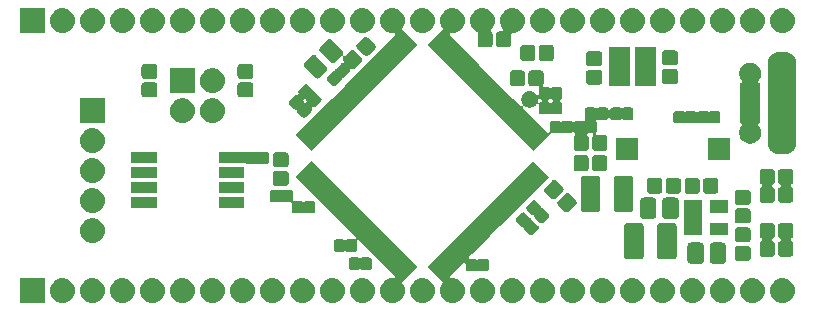
<source format=gts>
G04 #@! TF.GenerationSoftware,KiCad,Pcbnew,(5.0.0)*
G04 #@! TF.CreationDate,2018-11-21T21:11:44+01:00*
G04 #@! TF.ProjectId,mibo100_imxrt,6D69626F3130305F696D7872742E6B69,rev?*
G04 #@! TF.SameCoordinates,PX695f190PY429d390*
G04 #@! TF.FileFunction,Soldermask,Top*
G04 #@! TF.FilePolarity,Negative*
%FSLAX46Y46*%
G04 Gerber Fmt 4.6, Leading zero omitted, Abs format (unit mm)*
G04 Created by KiCad (PCBNEW (5.0.0)) date 11/21/18 21:11:44*
%MOMM*%
%LPD*%
G01*
G04 APERTURE LIST*
%ADD10C,0.100000*%
G04 APERTURE END LIST*
D10*
G36*
X49656702Y-23087399D02*
X49735836Y-23095193D01*
X49867787Y-23135220D01*
X49933763Y-23155233D01*
X50116172Y-23252733D01*
X50276054Y-23383946D01*
X50407267Y-23543828D01*
X50504767Y-23726237D01*
X50504767Y-23726238D01*
X50564807Y-23924164D01*
X50585080Y-24130000D01*
X50564807Y-24335836D01*
X50524780Y-24467787D01*
X50504767Y-24533763D01*
X50407267Y-24716172D01*
X50276054Y-24876054D01*
X50116172Y-25007267D01*
X49933763Y-25104767D01*
X49867787Y-25124780D01*
X49735836Y-25164807D01*
X49658707Y-25172403D01*
X49581580Y-25180000D01*
X49478420Y-25180000D01*
X49401293Y-25172403D01*
X49324164Y-25164807D01*
X49192213Y-25124780D01*
X49126237Y-25104767D01*
X48943828Y-25007267D01*
X48783946Y-24876054D01*
X48652733Y-24716172D01*
X48555233Y-24533763D01*
X48535220Y-24467787D01*
X48495193Y-24335836D01*
X48474920Y-24130000D01*
X48495193Y-23924164D01*
X48555233Y-23726238D01*
X48555233Y-23726237D01*
X48652733Y-23543828D01*
X48783946Y-23383946D01*
X48943828Y-23252733D01*
X49126237Y-23155233D01*
X49192213Y-23135220D01*
X49324164Y-23095193D01*
X49403298Y-23087399D01*
X49478420Y-23080000D01*
X49581580Y-23080000D01*
X49656702Y-23087399D01*
X49656702Y-23087399D01*
G37*
G36*
X24256702Y-23087399D02*
X24335836Y-23095193D01*
X24467787Y-23135220D01*
X24533763Y-23155233D01*
X24716172Y-23252733D01*
X24876054Y-23383946D01*
X25007267Y-23543828D01*
X25104767Y-23726237D01*
X25104767Y-23726238D01*
X25164807Y-23924164D01*
X25185080Y-24130000D01*
X25164807Y-24335836D01*
X25124780Y-24467787D01*
X25104767Y-24533763D01*
X25007267Y-24716172D01*
X24876054Y-24876054D01*
X24716172Y-25007267D01*
X24533763Y-25104767D01*
X24467787Y-25124780D01*
X24335836Y-25164807D01*
X24258707Y-25172403D01*
X24181580Y-25180000D01*
X24078420Y-25180000D01*
X24001293Y-25172403D01*
X23924164Y-25164807D01*
X23792213Y-25124780D01*
X23726237Y-25104767D01*
X23543828Y-25007267D01*
X23383946Y-24876054D01*
X23252733Y-24716172D01*
X23155233Y-24533763D01*
X23135220Y-24467787D01*
X23095193Y-24335836D01*
X23074920Y-24130000D01*
X23095193Y-23924164D01*
X23155233Y-23726238D01*
X23155233Y-23726237D01*
X23252733Y-23543828D01*
X23383946Y-23383946D01*
X23543828Y-23252733D01*
X23726237Y-23155233D01*
X23792213Y-23135220D01*
X23924164Y-23095193D01*
X24003298Y-23087399D01*
X24078420Y-23080000D01*
X24181580Y-23080000D01*
X24256702Y-23087399D01*
X24256702Y-23087399D01*
G37*
G36*
X26796702Y-23087399D02*
X26875836Y-23095193D01*
X27007787Y-23135220D01*
X27073763Y-23155233D01*
X27256172Y-23252733D01*
X27416054Y-23383946D01*
X27547267Y-23543828D01*
X27644767Y-23726237D01*
X27644767Y-23726238D01*
X27704807Y-23924164D01*
X27725080Y-24130000D01*
X27704807Y-24335836D01*
X27664780Y-24467787D01*
X27644767Y-24533763D01*
X27547267Y-24716172D01*
X27416054Y-24876054D01*
X27256172Y-25007267D01*
X27073763Y-25104767D01*
X27007787Y-25124780D01*
X26875836Y-25164807D01*
X26798707Y-25172403D01*
X26721580Y-25180000D01*
X26618420Y-25180000D01*
X26541293Y-25172403D01*
X26464164Y-25164807D01*
X26332213Y-25124780D01*
X26266237Y-25104767D01*
X26083828Y-25007267D01*
X25923946Y-24876054D01*
X25792733Y-24716172D01*
X25695233Y-24533763D01*
X25675220Y-24467787D01*
X25635193Y-24335836D01*
X25614920Y-24130000D01*
X25635193Y-23924164D01*
X25695233Y-23726238D01*
X25695233Y-23726237D01*
X25792733Y-23543828D01*
X25923946Y-23383946D01*
X26083828Y-23252733D01*
X26266237Y-23155233D01*
X26332213Y-23135220D01*
X26464164Y-23095193D01*
X26543298Y-23087399D01*
X26618420Y-23080000D01*
X26721580Y-23080000D01*
X26796702Y-23087399D01*
X26796702Y-23087399D01*
G37*
G36*
X29336702Y-23087399D02*
X29415836Y-23095193D01*
X29547787Y-23135220D01*
X29613763Y-23155233D01*
X29796172Y-23252733D01*
X29956054Y-23383946D01*
X30087267Y-23543828D01*
X30184767Y-23726237D01*
X30184767Y-23726238D01*
X30244807Y-23924164D01*
X30265080Y-24130000D01*
X30244807Y-24335836D01*
X30204780Y-24467787D01*
X30184767Y-24533763D01*
X30087267Y-24716172D01*
X29956054Y-24876054D01*
X29796172Y-25007267D01*
X29613763Y-25104767D01*
X29547787Y-25124780D01*
X29415836Y-25164807D01*
X29338707Y-25172403D01*
X29261580Y-25180000D01*
X29158420Y-25180000D01*
X29081293Y-25172403D01*
X29004164Y-25164807D01*
X28872213Y-25124780D01*
X28806237Y-25104767D01*
X28623828Y-25007267D01*
X28463946Y-24876054D01*
X28332733Y-24716172D01*
X28235233Y-24533763D01*
X28215220Y-24467787D01*
X28175193Y-24335836D01*
X28154920Y-24130000D01*
X28175193Y-23924164D01*
X28235233Y-23726238D01*
X28235233Y-23726237D01*
X28332733Y-23543828D01*
X28463946Y-23383946D01*
X28623828Y-23252733D01*
X28806237Y-23155233D01*
X28872213Y-23135220D01*
X29004164Y-23095193D01*
X29083298Y-23087399D01*
X29158420Y-23080000D01*
X29261580Y-23080000D01*
X29336702Y-23087399D01*
X29336702Y-23087399D01*
G37*
G36*
X27583087Y-15821871D02*
X27583092Y-15821877D01*
X27632590Y-15871375D01*
X27632596Y-15871380D01*
X29350854Y-17589638D01*
X29350859Y-17589644D01*
X29400357Y-17639142D01*
X29400363Y-17639147D01*
X31118621Y-19357405D01*
X31118626Y-19357411D01*
X31168124Y-19406909D01*
X31168130Y-19406914D01*
X33858665Y-22097449D01*
X32610474Y-23345640D01*
X32594928Y-23364582D01*
X32583377Y-23386193D01*
X32576264Y-23409642D01*
X32573862Y-23434028D01*
X32576264Y-23458414D01*
X32583377Y-23481863D01*
X32602235Y-23513326D01*
X32627266Y-23543828D01*
X32724767Y-23726237D01*
X32724767Y-23726238D01*
X32784807Y-23924164D01*
X32805080Y-24130000D01*
X32784807Y-24335836D01*
X32744780Y-24467787D01*
X32724767Y-24533763D01*
X32627267Y-24716172D01*
X32496054Y-24876054D01*
X32336172Y-25007267D01*
X32153763Y-25104767D01*
X32087787Y-25124780D01*
X31955836Y-25164807D01*
X31878707Y-25172403D01*
X31801580Y-25180000D01*
X31698420Y-25180000D01*
X31621293Y-25172403D01*
X31544164Y-25164807D01*
X31412213Y-25124780D01*
X31346237Y-25104767D01*
X31163828Y-25007267D01*
X31003946Y-24876054D01*
X30872733Y-24716172D01*
X30775233Y-24533763D01*
X30755220Y-24467787D01*
X30715193Y-24335836D01*
X30694920Y-24130000D01*
X30715193Y-23924164D01*
X30775233Y-23726238D01*
X30775233Y-23726237D01*
X30872733Y-23543828D01*
X31003946Y-23383946D01*
X31163828Y-23252733D01*
X31346237Y-23155233D01*
X31412213Y-23135220D01*
X31544164Y-23095193D01*
X31623298Y-23087399D01*
X31698420Y-23080000D01*
X31801580Y-23080000D01*
X31845067Y-23084283D01*
X31869571Y-23084283D01*
X31893605Y-23079502D01*
X31916244Y-23070125D01*
X31936618Y-23056511D01*
X31953945Y-23039184D01*
X31967559Y-23018809D01*
X31976937Y-22996170D01*
X31981717Y-22972137D01*
X31981717Y-22947633D01*
X31976936Y-22923599D01*
X31967559Y-22900960D01*
X31945707Y-22871497D01*
X30128677Y-21054467D01*
X30128671Y-21054462D01*
X29471073Y-20396864D01*
X29471068Y-20396858D01*
X28939836Y-19865626D01*
X28920894Y-19850080D01*
X28899283Y-19838529D01*
X28875834Y-19831416D01*
X28851448Y-19829014D01*
X28827062Y-19831416D01*
X28803613Y-19838529D01*
X28782002Y-19850080D01*
X28763060Y-19865626D01*
X28747514Y-19884568D01*
X28735963Y-19906179D01*
X28728850Y-19929628D01*
X28726448Y-19954014D01*
X28727050Y-19966267D01*
X28729500Y-19991141D01*
X28729500Y-20648859D01*
X28725352Y-20690974D01*
X28714858Y-20725568D01*
X28697822Y-20757441D01*
X28674887Y-20785387D01*
X28646941Y-20808322D01*
X28615068Y-20825358D01*
X28580474Y-20835852D01*
X28538359Y-20840000D01*
X27930641Y-20840000D01*
X27888526Y-20835852D01*
X27853932Y-20825358D01*
X27814372Y-20804213D01*
X27808431Y-20800243D01*
X27785792Y-20790864D01*
X27761759Y-20786083D01*
X27737255Y-20786081D01*
X27713221Y-20790860D01*
X27690582Y-20800237D01*
X27684642Y-20804205D01*
X27645068Y-20825358D01*
X27610474Y-20835852D01*
X27568359Y-20840000D01*
X26960641Y-20840000D01*
X26918526Y-20835852D01*
X26883932Y-20825358D01*
X26852059Y-20808322D01*
X26824113Y-20785387D01*
X26801178Y-20757441D01*
X26784142Y-20725568D01*
X26773648Y-20690974D01*
X26769500Y-20648859D01*
X26769500Y-19991141D01*
X26773648Y-19949026D01*
X26784142Y-19914432D01*
X26801178Y-19882559D01*
X26824113Y-19854613D01*
X26852059Y-19831678D01*
X26883932Y-19814642D01*
X26918526Y-19804148D01*
X26960641Y-19800000D01*
X27568359Y-19800000D01*
X27610474Y-19804148D01*
X27645068Y-19814642D01*
X27684628Y-19835787D01*
X27690569Y-19839757D01*
X27713208Y-19849136D01*
X27737241Y-19853917D01*
X27761745Y-19853919D01*
X27785779Y-19849140D01*
X27808418Y-19839763D01*
X27814358Y-19835795D01*
X27853932Y-19814642D01*
X27888526Y-19804148D01*
X27930641Y-19800000D01*
X28538359Y-19800000D01*
X28563233Y-19802450D01*
X28587738Y-19802450D01*
X28611771Y-19797670D01*
X28634410Y-19788292D01*
X28654785Y-19774679D01*
X28672112Y-19757352D01*
X28685726Y-19736977D01*
X28695103Y-19714338D01*
X28699884Y-19690305D01*
X28699884Y-19665800D01*
X28695104Y-19641767D01*
X28685726Y-19619128D01*
X28672113Y-19598753D01*
X28663874Y-19589664D01*
X28360910Y-19286700D01*
X28360904Y-19286695D01*
X27703306Y-18629097D01*
X27703301Y-18629091D01*
X26593143Y-17518933D01*
X26593137Y-17518928D01*
X25935539Y-16861330D01*
X25935534Y-16861324D01*
X23549048Y-14474838D01*
X24892551Y-13131335D01*
X27583087Y-15821871D01*
X27583087Y-15821871D01*
G37*
G36*
X21716702Y-23087399D02*
X21795836Y-23095193D01*
X21927787Y-23135220D01*
X21993763Y-23155233D01*
X22176172Y-23252733D01*
X22336054Y-23383946D01*
X22467267Y-23543828D01*
X22564767Y-23726237D01*
X22564767Y-23726238D01*
X22624807Y-23924164D01*
X22645080Y-24130000D01*
X22624807Y-24335836D01*
X22584780Y-24467787D01*
X22564767Y-24533763D01*
X22467267Y-24716172D01*
X22336054Y-24876054D01*
X22176172Y-25007267D01*
X21993763Y-25104767D01*
X21927787Y-25124780D01*
X21795836Y-25164807D01*
X21718707Y-25172403D01*
X21641580Y-25180000D01*
X21538420Y-25180000D01*
X21461293Y-25172403D01*
X21384164Y-25164807D01*
X21252213Y-25124780D01*
X21186237Y-25104767D01*
X21003828Y-25007267D01*
X20843946Y-24876054D01*
X20712733Y-24716172D01*
X20615233Y-24533763D01*
X20595220Y-24467787D01*
X20555193Y-24335836D01*
X20534920Y-24130000D01*
X20555193Y-23924164D01*
X20615233Y-23726238D01*
X20615233Y-23726237D01*
X20712733Y-23543828D01*
X20843946Y-23383946D01*
X21003828Y-23252733D01*
X21186237Y-23155233D01*
X21252213Y-23135220D01*
X21384164Y-23095193D01*
X21463298Y-23087399D01*
X21538420Y-23080000D01*
X21641580Y-23080000D01*
X21716702Y-23087399D01*
X21716702Y-23087399D01*
G37*
G36*
X19176702Y-23087399D02*
X19255836Y-23095193D01*
X19387787Y-23135220D01*
X19453763Y-23155233D01*
X19636172Y-23252733D01*
X19796054Y-23383946D01*
X19927267Y-23543828D01*
X20024767Y-23726237D01*
X20024767Y-23726238D01*
X20084807Y-23924164D01*
X20105080Y-24130000D01*
X20084807Y-24335836D01*
X20044780Y-24467787D01*
X20024767Y-24533763D01*
X19927267Y-24716172D01*
X19796054Y-24876054D01*
X19636172Y-25007267D01*
X19453763Y-25104767D01*
X19387787Y-25124780D01*
X19255836Y-25164807D01*
X19178707Y-25172403D01*
X19101580Y-25180000D01*
X18998420Y-25180000D01*
X18921293Y-25172403D01*
X18844164Y-25164807D01*
X18712213Y-25124780D01*
X18646237Y-25104767D01*
X18463828Y-25007267D01*
X18303946Y-24876054D01*
X18172733Y-24716172D01*
X18075233Y-24533763D01*
X18055220Y-24467787D01*
X18015193Y-24335836D01*
X17994920Y-24130000D01*
X18015193Y-23924164D01*
X18075233Y-23726238D01*
X18075233Y-23726237D01*
X18172733Y-23543828D01*
X18303946Y-23383946D01*
X18463828Y-23252733D01*
X18646237Y-23155233D01*
X18712213Y-23135220D01*
X18844164Y-23095193D01*
X18923298Y-23087399D01*
X18998420Y-23080000D01*
X19101580Y-23080000D01*
X19176702Y-23087399D01*
X19176702Y-23087399D01*
G37*
G36*
X16636702Y-23087399D02*
X16715836Y-23095193D01*
X16847787Y-23135220D01*
X16913763Y-23155233D01*
X17096172Y-23252733D01*
X17256054Y-23383946D01*
X17387267Y-23543828D01*
X17484767Y-23726237D01*
X17484767Y-23726238D01*
X17544807Y-23924164D01*
X17565080Y-24130000D01*
X17544807Y-24335836D01*
X17504780Y-24467787D01*
X17484767Y-24533763D01*
X17387267Y-24716172D01*
X17256054Y-24876054D01*
X17096172Y-25007267D01*
X16913763Y-25104767D01*
X16847787Y-25124780D01*
X16715836Y-25164807D01*
X16638707Y-25172403D01*
X16561580Y-25180000D01*
X16458420Y-25180000D01*
X16381293Y-25172403D01*
X16304164Y-25164807D01*
X16172213Y-25124780D01*
X16106237Y-25104767D01*
X15923828Y-25007267D01*
X15763946Y-24876054D01*
X15632733Y-24716172D01*
X15535233Y-24533763D01*
X15515220Y-24467787D01*
X15475193Y-24335836D01*
X15454920Y-24130000D01*
X15475193Y-23924164D01*
X15535233Y-23726238D01*
X15535233Y-23726237D01*
X15632733Y-23543828D01*
X15763946Y-23383946D01*
X15923828Y-23252733D01*
X16106237Y-23155233D01*
X16172213Y-23135220D01*
X16304164Y-23095193D01*
X16383298Y-23087399D01*
X16458420Y-23080000D01*
X16561580Y-23080000D01*
X16636702Y-23087399D01*
X16636702Y-23087399D01*
G37*
G36*
X14096702Y-23087399D02*
X14175836Y-23095193D01*
X14307787Y-23135220D01*
X14373763Y-23155233D01*
X14556172Y-23252733D01*
X14716054Y-23383946D01*
X14847267Y-23543828D01*
X14944767Y-23726237D01*
X14944767Y-23726238D01*
X15004807Y-23924164D01*
X15025080Y-24130000D01*
X15004807Y-24335836D01*
X14964780Y-24467787D01*
X14944767Y-24533763D01*
X14847267Y-24716172D01*
X14716054Y-24876054D01*
X14556172Y-25007267D01*
X14373763Y-25104767D01*
X14307787Y-25124780D01*
X14175836Y-25164807D01*
X14098707Y-25172403D01*
X14021580Y-25180000D01*
X13918420Y-25180000D01*
X13841293Y-25172403D01*
X13764164Y-25164807D01*
X13632213Y-25124780D01*
X13566237Y-25104767D01*
X13383828Y-25007267D01*
X13223946Y-24876054D01*
X13092733Y-24716172D01*
X12995233Y-24533763D01*
X12975220Y-24467787D01*
X12935193Y-24335836D01*
X12914920Y-24130000D01*
X12935193Y-23924164D01*
X12995233Y-23726238D01*
X12995233Y-23726237D01*
X13092733Y-23543828D01*
X13223946Y-23383946D01*
X13383828Y-23252733D01*
X13566237Y-23155233D01*
X13632213Y-23135220D01*
X13764164Y-23095193D01*
X13843298Y-23087399D01*
X13918420Y-23080000D01*
X14021580Y-23080000D01*
X14096702Y-23087399D01*
X14096702Y-23087399D01*
G37*
G36*
X34416702Y-23087399D02*
X34495836Y-23095193D01*
X34627787Y-23135220D01*
X34693763Y-23155233D01*
X34876172Y-23252733D01*
X35036054Y-23383946D01*
X35167267Y-23543828D01*
X35264767Y-23726237D01*
X35264767Y-23726238D01*
X35324807Y-23924164D01*
X35345080Y-24130000D01*
X35324807Y-24335836D01*
X35284780Y-24467787D01*
X35264767Y-24533763D01*
X35167267Y-24716172D01*
X35036054Y-24876054D01*
X34876172Y-25007267D01*
X34693763Y-25104767D01*
X34627787Y-25124780D01*
X34495836Y-25164807D01*
X34418707Y-25172403D01*
X34341580Y-25180000D01*
X34238420Y-25180000D01*
X34161293Y-25172403D01*
X34084164Y-25164807D01*
X33952213Y-25124780D01*
X33886237Y-25104767D01*
X33703828Y-25007267D01*
X33543946Y-24876054D01*
X33412733Y-24716172D01*
X33315233Y-24533763D01*
X33295220Y-24467787D01*
X33255193Y-24335836D01*
X33234920Y-24130000D01*
X33255193Y-23924164D01*
X33315233Y-23726238D01*
X33315233Y-23726237D01*
X33412733Y-23543828D01*
X33543946Y-23383946D01*
X33703828Y-23252733D01*
X33886237Y-23155233D01*
X33952213Y-23135220D01*
X34084164Y-23095193D01*
X34163298Y-23087399D01*
X34238420Y-23080000D01*
X34341580Y-23080000D01*
X34416702Y-23087399D01*
X34416702Y-23087399D01*
G37*
G36*
X39496702Y-23087399D02*
X39575836Y-23095193D01*
X39707787Y-23135220D01*
X39773763Y-23155233D01*
X39956172Y-23252733D01*
X40116054Y-23383946D01*
X40247267Y-23543828D01*
X40344767Y-23726237D01*
X40344767Y-23726238D01*
X40404807Y-23924164D01*
X40425080Y-24130000D01*
X40404807Y-24335836D01*
X40364780Y-24467787D01*
X40344767Y-24533763D01*
X40247267Y-24716172D01*
X40116054Y-24876054D01*
X39956172Y-25007267D01*
X39773763Y-25104767D01*
X39707787Y-25124780D01*
X39575836Y-25164807D01*
X39498707Y-25172403D01*
X39421580Y-25180000D01*
X39318420Y-25180000D01*
X39241293Y-25172403D01*
X39164164Y-25164807D01*
X39032213Y-25124780D01*
X38966237Y-25104767D01*
X38783828Y-25007267D01*
X38623946Y-24876054D01*
X38492733Y-24716172D01*
X38395233Y-24533763D01*
X38375220Y-24467787D01*
X38335193Y-24335836D01*
X38314920Y-24130000D01*
X38335193Y-23924164D01*
X38395233Y-23726238D01*
X38395233Y-23726237D01*
X38492733Y-23543828D01*
X38623946Y-23383946D01*
X38783828Y-23252733D01*
X38966237Y-23155233D01*
X39032213Y-23135220D01*
X39164164Y-23095193D01*
X39243298Y-23087399D01*
X39318420Y-23080000D01*
X39421580Y-23080000D01*
X39496702Y-23087399D01*
X39496702Y-23087399D01*
G37*
G36*
X42036702Y-23087399D02*
X42115836Y-23095193D01*
X42247787Y-23135220D01*
X42313763Y-23155233D01*
X42496172Y-23252733D01*
X42656054Y-23383946D01*
X42787267Y-23543828D01*
X42884767Y-23726237D01*
X42884767Y-23726238D01*
X42944807Y-23924164D01*
X42965080Y-24130000D01*
X42944807Y-24335836D01*
X42904780Y-24467787D01*
X42884767Y-24533763D01*
X42787267Y-24716172D01*
X42656054Y-24876054D01*
X42496172Y-25007267D01*
X42313763Y-25104767D01*
X42247787Y-25124780D01*
X42115836Y-25164807D01*
X42038707Y-25172403D01*
X41961580Y-25180000D01*
X41858420Y-25180000D01*
X41781293Y-25172403D01*
X41704164Y-25164807D01*
X41572213Y-25124780D01*
X41506237Y-25104767D01*
X41323828Y-25007267D01*
X41163946Y-24876054D01*
X41032733Y-24716172D01*
X40935233Y-24533763D01*
X40915220Y-24467787D01*
X40875193Y-24335836D01*
X40854920Y-24130000D01*
X40875193Y-23924164D01*
X40935233Y-23726238D01*
X40935233Y-23726237D01*
X41032733Y-23543828D01*
X41163946Y-23383946D01*
X41323828Y-23252733D01*
X41506237Y-23155233D01*
X41572213Y-23135220D01*
X41704164Y-23095193D01*
X41783298Y-23087399D01*
X41858420Y-23080000D01*
X41961580Y-23080000D01*
X42036702Y-23087399D01*
X42036702Y-23087399D01*
G37*
G36*
X44576702Y-23087399D02*
X44655836Y-23095193D01*
X44787787Y-23135220D01*
X44853763Y-23155233D01*
X45036172Y-23252733D01*
X45196054Y-23383946D01*
X45327267Y-23543828D01*
X45424767Y-23726237D01*
X45424767Y-23726238D01*
X45484807Y-23924164D01*
X45505080Y-24130000D01*
X45484807Y-24335836D01*
X45444780Y-24467787D01*
X45424767Y-24533763D01*
X45327267Y-24716172D01*
X45196054Y-24876054D01*
X45036172Y-25007267D01*
X44853763Y-25104767D01*
X44787787Y-25124780D01*
X44655836Y-25164807D01*
X44578707Y-25172403D01*
X44501580Y-25180000D01*
X44398420Y-25180000D01*
X44321293Y-25172403D01*
X44244164Y-25164807D01*
X44112213Y-25124780D01*
X44046237Y-25104767D01*
X43863828Y-25007267D01*
X43703946Y-24876054D01*
X43572733Y-24716172D01*
X43475233Y-24533763D01*
X43455220Y-24467787D01*
X43415193Y-24335836D01*
X43394920Y-24130000D01*
X43415193Y-23924164D01*
X43475233Y-23726238D01*
X43475233Y-23726237D01*
X43572733Y-23543828D01*
X43703946Y-23383946D01*
X43863828Y-23252733D01*
X44046237Y-23155233D01*
X44112213Y-23135220D01*
X44244164Y-23095193D01*
X44323298Y-23087399D01*
X44398420Y-23080000D01*
X44501580Y-23080000D01*
X44576702Y-23087399D01*
X44576702Y-23087399D01*
G37*
G36*
X47116702Y-23087399D02*
X47195836Y-23095193D01*
X47327787Y-23135220D01*
X47393763Y-23155233D01*
X47576172Y-23252733D01*
X47736054Y-23383946D01*
X47867267Y-23543828D01*
X47964767Y-23726237D01*
X47964767Y-23726238D01*
X48024807Y-23924164D01*
X48045080Y-24130000D01*
X48024807Y-24335836D01*
X47984780Y-24467787D01*
X47964767Y-24533763D01*
X47867267Y-24716172D01*
X47736054Y-24876054D01*
X47576172Y-25007267D01*
X47393763Y-25104767D01*
X47327787Y-25124780D01*
X47195836Y-25164807D01*
X47118707Y-25172403D01*
X47041580Y-25180000D01*
X46938420Y-25180000D01*
X46861293Y-25172403D01*
X46784164Y-25164807D01*
X46652213Y-25124780D01*
X46586237Y-25104767D01*
X46403828Y-25007267D01*
X46243946Y-24876054D01*
X46112733Y-24716172D01*
X46015233Y-24533763D01*
X45995220Y-24467787D01*
X45955193Y-24335836D01*
X45934920Y-24130000D01*
X45955193Y-23924164D01*
X46015233Y-23726238D01*
X46015233Y-23726237D01*
X46112733Y-23543828D01*
X46243946Y-23383946D01*
X46403828Y-23252733D01*
X46586237Y-23155233D01*
X46652213Y-23135220D01*
X46784164Y-23095193D01*
X46863298Y-23087399D01*
X46938420Y-23080000D01*
X47041580Y-23080000D01*
X47116702Y-23087399D01*
X47116702Y-23087399D01*
G37*
G36*
X52196702Y-23087399D02*
X52275836Y-23095193D01*
X52407787Y-23135220D01*
X52473763Y-23155233D01*
X52656172Y-23252733D01*
X52816054Y-23383946D01*
X52947267Y-23543828D01*
X53044767Y-23726237D01*
X53044767Y-23726238D01*
X53104807Y-23924164D01*
X53125080Y-24130000D01*
X53104807Y-24335836D01*
X53064780Y-24467787D01*
X53044767Y-24533763D01*
X52947267Y-24716172D01*
X52816054Y-24876054D01*
X52656172Y-25007267D01*
X52473763Y-25104767D01*
X52407787Y-25124780D01*
X52275836Y-25164807D01*
X52198707Y-25172403D01*
X52121580Y-25180000D01*
X52018420Y-25180000D01*
X51941293Y-25172403D01*
X51864164Y-25164807D01*
X51732213Y-25124780D01*
X51666237Y-25104767D01*
X51483828Y-25007267D01*
X51323946Y-24876054D01*
X51192733Y-24716172D01*
X51095233Y-24533763D01*
X51075220Y-24467787D01*
X51035193Y-24335836D01*
X51014920Y-24130000D01*
X51035193Y-23924164D01*
X51095233Y-23726238D01*
X51095233Y-23726237D01*
X51192733Y-23543828D01*
X51323946Y-23383946D01*
X51483828Y-23252733D01*
X51666237Y-23155233D01*
X51732213Y-23135220D01*
X51864164Y-23095193D01*
X51943298Y-23087399D01*
X52018420Y-23080000D01*
X52121580Y-23080000D01*
X52196702Y-23087399D01*
X52196702Y-23087399D01*
G37*
G36*
X54736702Y-23087399D02*
X54815836Y-23095193D01*
X54947787Y-23135220D01*
X55013763Y-23155233D01*
X55196172Y-23252733D01*
X55356054Y-23383946D01*
X55487267Y-23543828D01*
X55584767Y-23726237D01*
X55584767Y-23726238D01*
X55644807Y-23924164D01*
X55665080Y-24130000D01*
X55644807Y-24335836D01*
X55604780Y-24467787D01*
X55584767Y-24533763D01*
X55487267Y-24716172D01*
X55356054Y-24876054D01*
X55196172Y-25007267D01*
X55013763Y-25104767D01*
X54947787Y-25124780D01*
X54815836Y-25164807D01*
X54738707Y-25172403D01*
X54661580Y-25180000D01*
X54558420Y-25180000D01*
X54481293Y-25172403D01*
X54404164Y-25164807D01*
X54272213Y-25124780D01*
X54206237Y-25104767D01*
X54023828Y-25007267D01*
X53863946Y-24876054D01*
X53732733Y-24716172D01*
X53635233Y-24533763D01*
X53615220Y-24467787D01*
X53575193Y-24335836D01*
X53554920Y-24130000D01*
X53575193Y-23924164D01*
X53635233Y-23726238D01*
X53635233Y-23726237D01*
X53732733Y-23543828D01*
X53863946Y-23383946D01*
X54023828Y-23252733D01*
X54206237Y-23155233D01*
X54272213Y-23135220D01*
X54404164Y-23095193D01*
X54483298Y-23087399D01*
X54558420Y-23080000D01*
X54661580Y-23080000D01*
X54736702Y-23087399D01*
X54736702Y-23087399D01*
G37*
G36*
X57276702Y-23087399D02*
X57355836Y-23095193D01*
X57487787Y-23135220D01*
X57553763Y-23155233D01*
X57736172Y-23252733D01*
X57896054Y-23383946D01*
X58027267Y-23543828D01*
X58124767Y-23726237D01*
X58124767Y-23726238D01*
X58184807Y-23924164D01*
X58205080Y-24130000D01*
X58184807Y-24335836D01*
X58144780Y-24467787D01*
X58124767Y-24533763D01*
X58027267Y-24716172D01*
X57896054Y-24876054D01*
X57736172Y-25007267D01*
X57553763Y-25104767D01*
X57487787Y-25124780D01*
X57355836Y-25164807D01*
X57278707Y-25172403D01*
X57201580Y-25180000D01*
X57098420Y-25180000D01*
X57021293Y-25172403D01*
X56944164Y-25164807D01*
X56812213Y-25124780D01*
X56746237Y-25104767D01*
X56563828Y-25007267D01*
X56403946Y-24876054D01*
X56272733Y-24716172D01*
X56175233Y-24533763D01*
X56155220Y-24467787D01*
X56115193Y-24335836D01*
X56094920Y-24130000D01*
X56115193Y-23924164D01*
X56175233Y-23726238D01*
X56175233Y-23726237D01*
X56272733Y-23543828D01*
X56403946Y-23383946D01*
X56563828Y-23252733D01*
X56746237Y-23155233D01*
X56812213Y-23135220D01*
X56944164Y-23095193D01*
X57023298Y-23087399D01*
X57098420Y-23080000D01*
X57201580Y-23080000D01*
X57276702Y-23087399D01*
X57276702Y-23087399D01*
G37*
G36*
X59816702Y-23087399D02*
X59895836Y-23095193D01*
X60027787Y-23135220D01*
X60093763Y-23155233D01*
X60276172Y-23252733D01*
X60436054Y-23383946D01*
X60567267Y-23543828D01*
X60664767Y-23726237D01*
X60664767Y-23726238D01*
X60724807Y-23924164D01*
X60745080Y-24130000D01*
X60724807Y-24335836D01*
X60684780Y-24467787D01*
X60664767Y-24533763D01*
X60567267Y-24716172D01*
X60436054Y-24876054D01*
X60276172Y-25007267D01*
X60093763Y-25104767D01*
X60027787Y-25124780D01*
X59895836Y-25164807D01*
X59818707Y-25172403D01*
X59741580Y-25180000D01*
X59638420Y-25180000D01*
X59561293Y-25172403D01*
X59484164Y-25164807D01*
X59352213Y-25124780D01*
X59286237Y-25104767D01*
X59103828Y-25007267D01*
X58943946Y-24876054D01*
X58812733Y-24716172D01*
X58715233Y-24533763D01*
X58695220Y-24467787D01*
X58655193Y-24335836D01*
X58634920Y-24130000D01*
X58655193Y-23924164D01*
X58715233Y-23726238D01*
X58715233Y-23726237D01*
X58812733Y-23543828D01*
X58943946Y-23383946D01*
X59103828Y-23252733D01*
X59286237Y-23155233D01*
X59352213Y-23135220D01*
X59484164Y-23095193D01*
X59563298Y-23087399D01*
X59638420Y-23080000D01*
X59741580Y-23080000D01*
X59816702Y-23087399D01*
X59816702Y-23087399D01*
G37*
G36*
X62356702Y-23087399D02*
X62435836Y-23095193D01*
X62567787Y-23135220D01*
X62633763Y-23155233D01*
X62816172Y-23252733D01*
X62976054Y-23383946D01*
X63107267Y-23543828D01*
X63204767Y-23726237D01*
X63204767Y-23726238D01*
X63264807Y-23924164D01*
X63285080Y-24130000D01*
X63264807Y-24335836D01*
X63224780Y-24467787D01*
X63204767Y-24533763D01*
X63107267Y-24716172D01*
X62976054Y-24876054D01*
X62816172Y-25007267D01*
X62633763Y-25104767D01*
X62567787Y-25124780D01*
X62435836Y-25164807D01*
X62358707Y-25172403D01*
X62281580Y-25180000D01*
X62178420Y-25180000D01*
X62101293Y-25172403D01*
X62024164Y-25164807D01*
X61892213Y-25124780D01*
X61826237Y-25104767D01*
X61643828Y-25007267D01*
X61483946Y-24876054D01*
X61352733Y-24716172D01*
X61255233Y-24533763D01*
X61235220Y-24467787D01*
X61195193Y-24335836D01*
X61174920Y-24130000D01*
X61195193Y-23924164D01*
X61255233Y-23726238D01*
X61255233Y-23726237D01*
X61352733Y-23543828D01*
X61483946Y-23383946D01*
X61643828Y-23252733D01*
X61826237Y-23155233D01*
X61892213Y-23135220D01*
X62024164Y-23095193D01*
X62103298Y-23087399D01*
X62178420Y-23080000D01*
X62281580Y-23080000D01*
X62356702Y-23087399D01*
X62356702Y-23087399D01*
G37*
G36*
X64896702Y-23087399D02*
X64975836Y-23095193D01*
X65107787Y-23135220D01*
X65173763Y-23155233D01*
X65356172Y-23252733D01*
X65516054Y-23383946D01*
X65647267Y-23543828D01*
X65744767Y-23726237D01*
X65744767Y-23726238D01*
X65804807Y-23924164D01*
X65825080Y-24130000D01*
X65804807Y-24335836D01*
X65764780Y-24467787D01*
X65744767Y-24533763D01*
X65647267Y-24716172D01*
X65516054Y-24876054D01*
X65356172Y-25007267D01*
X65173763Y-25104767D01*
X65107787Y-25124780D01*
X64975836Y-25164807D01*
X64898707Y-25172403D01*
X64821580Y-25180000D01*
X64718420Y-25180000D01*
X64641293Y-25172403D01*
X64564164Y-25164807D01*
X64432213Y-25124780D01*
X64366237Y-25104767D01*
X64183828Y-25007267D01*
X64023946Y-24876054D01*
X63892733Y-24716172D01*
X63795233Y-24533763D01*
X63775220Y-24467787D01*
X63735193Y-24335836D01*
X63714920Y-24130000D01*
X63735193Y-23924164D01*
X63795233Y-23726238D01*
X63795233Y-23726237D01*
X63892733Y-23543828D01*
X64023946Y-23383946D01*
X64183828Y-23252733D01*
X64366237Y-23155233D01*
X64432213Y-23135220D01*
X64564164Y-23095193D01*
X64643298Y-23087399D01*
X64718420Y-23080000D01*
X64821580Y-23080000D01*
X64896702Y-23087399D01*
X64896702Y-23087399D01*
G37*
G36*
X2320000Y-25180000D02*
X220000Y-25180000D01*
X220000Y-23080000D01*
X2320000Y-23080000D01*
X2320000Y-25180000D01*
X2320000Y-25180000D01*
G37*
G36*
X3936702Y-23087399D02*
X4015836Y-23095193D01*
X4147787Y-23135220D01*
X4213763Y-23155233D01*
X4396172Y-23252733D01*
X4556054Y-23383946D01*
X4687267Y-23543828D01*
X4784767Y-23726237D01*
X4784767Y-23726238D01*
X4844807Y-23924164D01*
X4865080Y-24130000D01*
X4844807Y-24335836D01*
X4804780Y-24467787D01*
X4784767Y-24533763D01*
X4687267Y-24716172D01*
X4556054Y-24876054D01*
X4396172Y-25007267D01*
X4213763Y-25104767D01*
X4147787Y-25124780D01*
X4015836Y-25164807D01*
X3938707Y-25172403D01*
X3861580Y-25180000D01*
X3758420Y-25180000D01*
X3681293Y-25172403D01*
X3604164Y-25164807D01*
X3472213Y-25124780D01*
X3406237Y-25104767D01*
X3223828Y-25007267D01*
X3063946Y-24876054D01*
X2932733Y-24716172D01*
X2835233Y-24533763D01*
X2815220Y-24467787D01*
X2775193Y-24335836D01*
X2754920Y-24130000D01*
X2775193Y-23924164D01*
X2835233Y-23726238D01*
X2835233Y-23726237D01*
X2932733Y-23543828D01*
X3063946Y-23383946D01*
X3223828Y-23252733D01*
X3406237Y-23155233D01*
X3472213Y-23135220D01*
X3604164Y-23095193D01*
X3683298Y-23087399D01*
X3758420Y-23080000D01*
X3861580Y-23080000D01*
X3936702Y-23087399D01*
X3936702Y-23087399D01*
G37*
G36*
X6476702Y-23087399D02*
X6555836Y-23095193D01*
X6687787Y-23135220D01*
X6753763Y-23155233D01*
X6936172Y-23252733D01*
X7096054Y-23383946D01*
X7227267Y-23543828D01*
X7324767Y-23726237D01*
X7324767Y-23726238D01*
X7384807Y-23924164D01*
X7405080Y-24130000D01*
X7384807Y-24335836D01*
X7344780Y-24467787D01*
X7324767Y-24533763D01*
X7227267Y-24716172D01*
X7096054Y-24876054D01*
X6936172Y-25007267D01*
X6753763Y-25104767D01*
X6687787Y-25124780D01*
X6555836Y-25164807D01*
X6478707Y-25172403D01*
X6401580Y-25180000D01*
X6298420Y-25180000D01*
X6221293Y-25172403D01*
X6144164Y-25164807D01*
X6012213Y-25124780D01*
X5946237Y-25104767D01*
X5763828Y-25007267D01*
X5603946Y-24876054D01*
X5472733Y-24716172D01*
X5375233Y-24533763D01*
X5355220Y-24467787D01*
X5315193Y-24335836D01*
X5294920Y-24130000D01*
X5315193Y-23924164D01*
X5375233Y-23726238D01*
X5375233Y-23726237D01*
X5472733Y-23543828D01*
X5603946Y-23383946D01*
X5763828Y-23252733D01*
X5946237Y-23155233D01*
X6012213Y-23135220D01*
X6144164Y-23095193D01*
X6223298Y-23087399D01*
X6298420Y-23080000D01*
X6401580Y-23080000D01*
X6476702Y-23087399D01*
X6476702Y-23087399D01*
G37*
G36*
X45030952Y-14474838D02*
X42693963Y-16811827D01*
X42644467Y-16861324D01*
X41986858Y-17518933D01*
X41804540Y-17701250D01*
X40926196Y-18579594D01*
X40876700Y-18629091D01*
X40219091Y-19286700D01*
X40037355Y-19468435D01*
X39158429Y-20347361D01*
X39108933Y-20396858D01*
X38451324Y-21054467D01*
X38268178Y-21237612D01*
X38252632Y-21256554D01*
X38241081Y-21278165D01*
X38233968Y-21301614D01*
X38231566Y-21326000D01*
X38233968Y-21350386D01*
X38241081Y-21373835D01*
X38252632Y-21395446D01*
X38268178Y-21414388D01*
X38287120Y-21429934D01*
X38308731Y-21441485D01*
X38332180Y-21448598D01*
X38356566Y-21451000D01*
X38744359Y-21451000D01*
X38786474Y-21455148D01*
X38821068Y-21465642D01*
X38860628Y-21486787D01*
X38866569Y-21490757D01*
X38889208Y-21500136D01*
X38913241Y-21504917D01*
X38937745Y-21504919D01*
X38961779Y-21500140D01*
X38984418Y-21490763D01*
X38990358Y-21486795D01*
X39029932Y-21465642D01*
X39064526Y-21455148D01*
X39106641Y-21451000D01*
X39714359Y-21451000D01*
X39756474Y-21455148D01*
X39791068Y-21465642D01*
X39822941Y-21482678D01*
X39850887Y-21505613D01*
X39873822Y-21533559D01*
X39890858Y-21565432D01*
X39901352Y-21600026D01*
X39905500Y-21642141D01*
X39905500Y-22299859D01*
X39901352Y-22341974D01*
X39890858Y-22376568D01*
X39873822Y-22408441D01*
X39850887Y-22436387D01*
X39822941Y-22459322D01*
X39791068Y-22476358D01*
X39756474Y-22486852D01*
X39714359Y-22491000D01*
X39106641Y-22491000D01*
X39064526Y-22486852D01*
X39029932Y-22476358D01*
X38990372Y-22455213D01*
X38984431Y-22451243D01*
X38961792Y-22441864D01*
X38937759Y-22437083D01*
X38913255Y-22437081D01*
X38889221Y-22441860D01*
X38866582Y-22451237D01*
X38860642Y-22455205D01*
X38821068Y-22476358D01*
X38786474Y-22486852D01*
X38744359Y-22491000D01*
X38136641Y-22491000D01*
X38094526Y-22486852D01*
X38059932Y-22476358D01*
X38028059Y-22459322D01*
X38000113Y-22436387D01*
X37977178Y-22408441D01*
X37960142Y-22376568D01*
X37949648Y-22341974D01*
X37945500Y-22299859D01*
X37945500Y-21862066D01*
X37943098Y-21837680D01*
X37935985Y-21814231D01*
X37924434Y-21792620D01*
X37908888Y-21773678D01*
X37889946Y-21758132D01*
X37868335Y-21746581D01*
X37844886Y-21739468D01*
X37820500Y-21737066D01*
X37796114Y-21739468D01*
X37772665Y-21746581D01*
X37751054Y-21758132D01*
X37732112Y-21773678D01*
X36634293Y-22871497D01*
X36618747Y-22890439D01*
X36607196Y-22912050D01*
X36600083Y-22935499D01*
X36597681Y-22959885D01*
X36600083Y-22984271D01*
X36607196Y-23007720D01*
X36618747Y-23029331D01*
X36634293Y-23048273D01*
X36653235Y-23063819D01*
X36674846Y-23075370D01*
X36698295Y-23082483D01*
X36734933Y-23084283D01*
X36778420Y-23080000D01*
X36881580Y-23080000D01*
X36956702Y-23087399D01*
X37035836Y-23095193D01*
X37167787Y-23135220D01*
X37233763Y-23155233D01*
X37416172Y-23252733D01*
X37576054Y-23383946D01*
X37707267Y-23543828D01*
X37804767Y-23726237D01*
X37804767Y-23726238D01*
X37864807Y-23924164D01*
X37885080Y-24130000D01*
X37864807Y-24335836D01*
X37824780Y-24467787D01*
X37804767Y-24533763D01*
X37707267Y-24716172D01*
X37576054Y-24876054D01*
X37416172Y-25007267D01*
X37233763Y-25104767D01*
X37167787Y-25124780D01*
X37035836Y-25164807D01*
X36958707Y-25172403D01*
X36881580Y-25180000D01*
X36778420Y-25180000D01*
X36701293Y-25172403D01*
X36624164Y-25164807D01*
X36492213Y-25124780D01*
X36426237Y-25104767D01*
X36243828Y-25007267D01*
X36083946Y-24876054D01*
X35952733Y-24716172D01*
X35855233Y-24533763D01*
X35835220Y-24467787D01*
X35795193Y-24335836D01*
X35774920Y-24130000D01*
X35795193Y-23924164D01*
X35855233Y-23726238D01*
X35855233Y-23726237D01*
X35952734Y-23543828D01*
X35977765Y-23513326D01*
X35991379Y-23492951D01*
X36000756Y-23470312D01*
X36005536Y-23446279D01*
X36005536Y-23421774D01*
X36000755Y-23397741D01*
X35991378Y-23375102D01*
X35969526Y-23345640D01*
X34721335Y-22097449D01*
X37411866Y-19406918D01*
X37411871Y-19406914D01*
X37461380Y-19357405D01*
X37461384Y-19357400D01*
X39179633Y-17639151D01*
X39179638Y-17639147D01*
X39229147Y-17589638D01*
X39229151Y-17589633D01*
X40947400Y-15871384D01*
X40947406Y-15871379D01*
X40996914Y-15821871D01*
X40996918Y-15821866D01*
X43687449Y-13131335D01*
X45030952Y-14474838D01*
X45030952Y-14474838D01*
G37*
G36*
X11556702Y-23087399D02*
X11635836Y-23095193D01*
X11767787Y-23135220D01*
X11833763Y-23155233D01*
X12016172Y-23252733D01*
X12176054Y-23383946D01*
X12307267Y-23543828D01*
X12404767Y-23726237D01*
X12404767Y-23726238D01*
X12464807Y-23924164D01*
X12485080Y-24130000D01*
X12464807Y-24335836D01*
X12424780Y-24467787D01*
X12404767Y-24533763D01*
X12307267Y-24716172D01*
X12176054Y-24876054D01*
X12016172Y-25007267D01*
X11833763Y-25104767D01*
X11767787Y-25124780D01*
X11635836Y-25164807D01*
X11558707Y-25172403D01*
X11481580Y-25180000D01*
X11378420Y-25180000D01*
X11301293Y-25172403D01*
X11224164Y-25164807D01*
X11092213Y-25124780D01*
X11026237Y-25104767D01*
X10843828Y-25007267D01*
X10683946Y-24876054D01*
X10552733Y-24716172D01*
X10455233Y-24533763D01*
X10435220Y-24467787D01*
X10395193Y-24335836D01*
X10374920Y-24130000D01*
X10395193Y-23924164D01*
X10455233Y-23726238D01*
X10455233Y-23726237D01*
X10552733Y-23543828D01*
X10683946Y-23383946D01*
X10843828Y-23252733D01*
X11026237Y-23155233D01*
X11092213Y-23135220D01*
X11224164Y-23095193D01*
X11303298Y-23087399D01*
X11378420Y-23080000D01*
X11481580Y-23080000D01*
X11556702Y-23087399D01*
X11556702Y-23087399D01*
G37*
G36*
X9016702Y-23087399D02*
X9095836Y-23095193D01*
X9227787Y-23135220D01*
X9293763Y-23155233D01*
X9476172Y-23252733D01*
X9636054Y-23383946D01*
X9767267Y-23543828D01*
X9864767Y-23726237D01*
X9864767Y-23726238D01*
X9924807Y-23924164D01*
X9945080Y-24130000D01*
X9924807Y-24335836D01*
X9884780Y-24467787D01*
X9864767Y-24533763D01*
X9767267Y-24716172D01*
X9636054Y-24876054D01*
X9476172Y-25007267D01*
X9293763Y-25104767D01*
X9227787Y-25124780D01*
X9095836Y-25164807D01*
X9018707Y-25172403D01*
X8941580Y-25180000D01*
X8838420Y-25180000D01*
X8761293Y-25172403D01*
X8684164Y-25164807D01*
X8552213Y-25124780D01*
X8486237Y-25104767D01*
X8303828Y-25007267D01*
X8143946Y-24876054D01*
X8012733Y-24716172D01*
X7915233Y-24533763D01*
X7895220Y-24467787D01*
X7855193Y-24335836D01*
X7834920Y-24130000D01*
X7855193Y-23924164D01*
X7915233Y-23726238D01*
X7915233Y-23726237D01*
X8012733Y-23543828D01*
X8143946Y-23383946D01*
X8303828Y-23252733D01*
X8486237Y-23155233D01*
X8552213Y-23135220D01*
X8684164Y-23095193D01*
X8763298Y-23087399D01*
X8838420Y-23080000D01*
X8941580Y-23080000D01*
X9016702Y-23087399D01*
X9016702Y-23087399D01*
G37*
G36*
X28880474Y-21328148D02*
X28915068Y-21338642D01*
X28954628Y-21359787D01*
X28960569Y-21363757D01*
X28983208Y-21373136D01*
X29007241Y-21377917D01*
X29031745Y-21377919D01*
X29055779Y-21373140D01*
X29078418Y-21363763D01*
X29084358Y-21359795D01*
X29123932Y-21338642D01*
X29158526Y-21328148D01*
X29200641Y-21324000D01*
X29808359Y-21324000D01*
X29850474Y-21328148D01*
X29885068Y-21338642D01*
X29916941Y-21355678D01*
X29944887Y-21378613D01*
X29967822Y-21406559D01*
X29984858Y-21438432D01*
X29995352Y-21473026D01*
X29999500Y-21515141D01*
X29999500Y-22172859D01*
X29995352Y-22214974D01*
X29984858Y-22249568D01*
X29967822Y-22281441D01*
X29944887Y-22309387D01*
X29916941Y-22332322D01*
X29885068Y-22349358D01*
X29850474Y-22359852D01*
X29808359Y-22364000D01*
X29200641Y-22364000D01*
X29158526Y-22359852D01*
X29123932Y-22349358D01*
X29084372Y-22328213D01*
X29078431Y-22324243D01*
X29055792Y-22314864D01*
X29031759Y-22310083D01*
X29007255Y-22310081D01*
X28983221Y-22314860D01*
X28960582Y-22324237D01*
X28954642Y-22328205D01*
X28915068Y-22349358D01*
X28880474Y-22359852D01*
X28838359Y-22364000D01*
X28230641Y-22364000D01*
X28188526Y-22359852D01*
X28153932Y-22349358D01*
X28122059Y-22332322D01*
X28094113Y-22309387D01*
X28071178Y-22281441D01*
X28054142Y-22249568D01*
X28043648Y-22214974D01*
X28039500Y-22172859D01*
X28039500Y-21515141D01*
X28043648Y-21473026D01*
X28054142Y-21438432D01*
X28071178Y-21406559D01*
X28094113Y-21378613D01*
X28122059Y-21355678D01*
X28153932Y-21338642D01*
X28188526Y-21328148D01*
X28230641Y-21324000D01*
X28838359Y-21324000D01*
X28880474Y-21328148D01*
X28880474Y-21328148D01*
G37*
G36*
X59754997Y-20060997D02*
X59807653Y-20076970D01*
X59856165Y-20102900D01*
X59898696Y-20137804D01*
X59933600Y-20180335D01*
X59959530Y-20228847D01*
X59975503Y-20281503D01*
X59981500Y-20342390D01*
X59981500Y-21567610D01*
X59975503Y-21628497D01*
X59959530Y-21681153D01*
X59933600Y-21729665D01*
X59898696Y-21772196D01*
X59856165Y-21807100D01*
X59807653Y-21833030D01*
X59754997Y-21849003D01*
X59694110Y-21855000D01*
X58893890Y-21855000D01*
X58833003Y-21849003D01*
X58780347Y-21833030D01*
X58731835Y-21807100D01*
X58689304Y-21772196D01*
X58654400Y-21729665D01*
X58628470Y-21681153D01*
X58612497Y-21628497D01*
X58606500Y-21567610D01*
X58606500Y-20342390D01*
X58612497Y-20281503D01*
X58628470Y-20228847D01*
X58654400Y-20180335D01*
X58689304Y-20137804D01*
X58731835Y-20102900D01*
X58780347Y-20076970D01*
X58833003Y-20060997D01*
X58893890Y-20055000D01*
X59694110Y-20055000D01*
X59754997Y-20060997D01*
X59754997Y-20060997D01*
G37*
G36*
X57879997Y-20060997D02*
X57932653Y-20076970D01*
X57981165Y-20102900D01*
X58023696Y-20137804D01*
X58058600Y-20180335D01*
X58084530Y-20228847D01*
X58100503Y-20281503D01*
X58106500Y-20342390D01*
X58106500Y-21567610D01*
X58100503Y-21628497D01*
X58084530Y-21681153D01*
X58058600Y-21729665D01*
X58023696Y-21772196D01*
X57981165Y-21807100D01*
X57932653Y-21833030D01*
X57879997Y-21849003D01*
X57819110Y-21855000D01*
X57018890Y-21855000D01*
X56958003Y-21849003D01*
X56905347Y-21833030D01*
X56856835Y-21807100D01*
X56814304Y-21772196D01*
X56779400Y-21729665D01*
X56753470Y-21681153D01*
X56737497Y-21628497D01*
X56731500Y-21567610D01*
X56731500Y-20342390D01*
X56737497Y-20281503D01*
X56753470Y-20228847D01*
X56779400Y-20180335D01*
X56814304Y-20137804D01*
X56856835Y-20102900D01*
X56905347Y-20076970D01*
X56958003Y-20060997D01*
X57018890Y-20055000D01*
X57819110Y-20055000D01*
X57879997Y-20060997D01*
X57879997Y-20060997D01*
G37*
G36*
X61873122Y-20348517D02*
X61921085Y-20363066D01*
X61965275Y-20386686D01*
X62004018Y-20418482D01*
X62035814Y-20457225D01*
X62059434Y-20501415D01*
X62073983Y-20549378D01*
X62079500Y-20605391D01*
X62079500Y-21355609D01*
X62073983Y-21411622D01*
X62059434Y-21459585D01*
X62035814Y-21503775D01*
X62004018Y-21542518D01*
X61965275Y-21574314D01*
X61921085Y-21597934D01*
X61873122Y-21612483D01*
X61817109Y-21618000D01*
X60991891Y-21618000D01*
X60935878Y-21612483D01*
X60887915Y-21597934D01*
X60843725Y-21574314D01*
X60804982Y-21542518D01*
X60773186Y-21503775D01*
X60749566Y-21459585D01*
X60735017Y-21411622D01*
X60729500Y-21355609D01*
X60729500Y-20605391D01*
X60735017Y-20549378D01*
X60749566Y-20501415D01*
X60773186Y-20457225D01*
X60804982Y-20418482D01*
X60843725Y-20386686D01*
X60887915Y-20363066D01*
X60935878Y-20348517D01*
X60991891Y-20343000D01*
X61817109Y-20343000D01*
X61873122Y-20348517D01*
X61873122Y-20348517D01*
G37*
G36*
X55613628Y-18419493D02*
X55661354Y-18433970D01*
X55705336Y-18457479D01*
X55743885Y-18489115D01*
X55775521Y-18527664D01*
X55799030Y-18571646D01*
X55813507Y-18619372D01*
X55819000Y-18675141D01*
X55819000Y-21202859D01*
X55813507Y-21258628D01*
X55799030Y-21306354D01*
X55775521Y-21350336D01*
X55743885Y-21388885D01*
X55705336Y-21420521D01*
X55661354Y-21444030D01*
X55613628Y-21458507D01*
X55557859Y-21464000D01*
X54430141Y-21464000D01*
X54374372Y-21458507D01*
X54326646Y-21444030D01*
X54282664Y-21420521D01*
X54244115Y-21388885D01*
X54212479Y-21350336D01*
X54188970Y-21306354D01*
X54174493Y-21258628D01*
X54169000Y-21202859D01*
X54169000Y-18675141D01*
X54174493Y-18619372D01*
X54188970Y-18571646D01*
X54212479Y-18527664D01*
X54244115Y-18489115D01*
X54282664Y-18457479D01*
X54326646Y-18433970D01*
X54374372Y-18419493D01*
X54430141Y-18414000D01*
X55557859Y-18414000D01*
X55613628Y-18419493D01*
X55613628Y-18419493D01*
G37*
G36*
X52813628Y-18419493D02*
X52861354Y-18433970D01*
X52905336Y-18457479D01*
X52943885Y-18489115D01*
X52975521Y-18527664D01*
X52999030Y-18571646D01*
X53013507Y-18619372D01*
X53019000Y-18675141D01*
X53019000Y-21202859D01*
X53013507Y-21258628D01*
X52999030Y-21306354D01*
X52975521Y-21350336D01*
X52943885Y-21388885D01*
X52905336Y-21420521D01*
X52861354Y-21444030D01*
X52813628Y-21458507D01*
X52757859Y-21464000D01*
X51630141Y-21464000D01*
X51574372Y-21458507D01*
X51526646Y-21444030D01*
X51482664Y-21420521D01*
X51444115Y-21388885D01*
X51412479Y-21350336D01*
X51388970Y-21306354D01*
X51374493Y-21258628D01*
X51369000Y-21202859D01*
X51369000Y-18675141D01*
X51374493Y-18619372D01*
X51388970Y-18571646D01*
X51412479Y-18527664D01*
X51444115Y-18489115D01*
X51482664Y-18457479D01*
X51526646Y-18433970D01*
X51574372Y-18419493D01*
X51630141Y-18414000D01*
X52757859Y-18414000D01*
X52813628Y-18419493D01*
X52813628Y-18419493D01*
G37*
G36*
X65480622Y-18380517D02*
X65528585Y-18395066D01*
X65572775Y-18418686D01*
X65611518Y-18450482D01*
X65643314Y-18489225D01*
X65666934Y-18533415D01*
X65681483Y-18581378D01*
X65687000Y-18637391D01*
X65687000Y-19462609D01*
X65681483Y-19518622D01*
X65666934Y-19566585D01*
X65643314Y-19610775D01*
X65611518Y-19649518D01*
X65572777Y-19681312D01*
X65534522Y-19701760D01*
X65514148Y-19715374D01*
X65496821Y-19732701D01*
X65483207Y-19753075D01*
X65473829Y-19775714D01*
X65469049Y-19799748D01*
X65469049Y-19824252D01*
X65473829Y-19848286D01*
X65483207Y-19870925D01*
X65496821Y-19891299D01*
X65514148Y-19908626D01*
X65534522Y-19922240D01*
X65572777Y-19942688D01*
X65611518Y-19974482D01*
X65643314Y-20013225D01*
X65666934Y-20057415D01*
X65681483Y-20105378D01*
X65687000Y-20161391D01*
X65687000Y-20986609D01*
X65681483Y-21042622D01*
X65666934Y-21090585D01*
X65643314Y-21134775D01*
X65611518Y-21173518D01*
X65572775Y-21205314D01*
X65528585Y-21228934D01*
X65480622Y-21243483D01*
X65424609Y-21249000D01*
X64674391Y-21249000D01*
X64618378Y-21243483D01*
X64570415Y-21228934D01*
X64526225Y-21205314D01*
X64487482Y-21173518D01*
X64455686Y-21134775D01*
X64432066Y-21090585D01*
X64417517Y-21042622D01*
X64412000Y-20986609D01*
X64412000Y-20161391D01*
X64417517Y-20105378D01*
X64432066Y-20057415D01*
X64455686Y-20013225D01*
X64487482Y-19974482D01*
X64526223Y-19942688D01*
X64564478Y-19922240D01*
X64584852Y-19908626D01*
X64602179Y-19891299D01*
X64615793Y-19870925D01*
X64625171Y-19848286D01*
X64629951Y-19824252D01*
X64629951Y-19799748D01*
X64625171Y-19775714D01*
X64615793Y-19753075D01*
X64602179Y-19732701D01*
X64584852Y-19715374D01*
X64564478Y-19701760D01*
X64526223Y-19681312D01*
X64487482Y-19649518D01*
X64455686Y-19610775D01*
X64432066Y-19566585D01*
X64417517Y-19518622D01*
X64412000Y-19462609D01*
X64412000Y-18637391D01*
X64417517Y-18581378D01*
X64432066Y-18533415D01*
X64455686Y-18489225D01*
X64487482Y-18450482D01*
X64526225Y-18418686D01*
X64570415Y-18395066D01*
X64618378Y-18380517D01*
X64674391Y-18375000D01*
X65424609Y-18375000D01*
X65480622Y-18380517D01*
X65480622Y-18380517D01*
G37*
G36*
X63905622Y-18380517D02*
X63953585Y-18395066D01*
X63997775Y-18418686D01*
X64036518Y-18450482D01*
X64068314Y-18489225D01*
X64091934Y-18533415D01*
X64106483Y-18581378D01*
X64112000Y-18637391D01*
X64112000Y-19462609D01*
X64106483Y-19518622D01*
X64091934Y-19566585D01*
X64068314Y-19610775D01*
X64036518Y-19649518D01*
X63997777Y-19681312D01*
X63959522Y-19701760D01*
X63939148Y-19715374D01*
X63921821Y-19732701D01*
X63908207Y-19753075D01*
X63898829Y-19775714D01*
X63894049Y-19799748D01*
X63894049Y-19824252D01*
X63898829Y-19848286D01*
X63908207Y-19870925D01*
X63921821Y-19891299D01*
X63939148Y-19908626D01*
X63959522Y-19922240D01*
X63997777Y-19942688D01*
X64036518Y-19974482D01*
X64068314Y-20013225D01*
X64091934Y-20057415D01*
X64106483Y-20105378D01*
X64112000Y-20161391D01*
X64112000Y-20986609D01*
X64106483Y-21042622D01*
X64091934Y-21090585D01*
X64068314Y-21134775D01*
X64036518Y-21173518D01*
X63997775Y-21205314D01*
X63953585Y-21228934D01*
X63905622Y-21243483D01*
X63849609Y-21249000D01*
X63099391Y-21249000D01*
X63043378Y-21243483D01*
X62995415Y-21228934D01*
X62951225Y-21205314D01*
X62912482Y-21173518D01*
X62880686Y-21134775D01*
X62857066Y-21090585D01*
X62842517Y-21042622D01*
X62837000Y-20986609D01*
X62837000Y-20161391D01*
X62842517Y-20105378D01*
X62857066Y-20057415D01*
X62880686Y-20013225D01*
X62912482Y-19974482D01*
X62951223Y-19942688D01*
X62989478Y-19922240D01*
X63009852Y-19908626D01*
X63027179Y-19891299D01*
X63040793Y-19870925D01*
X63050171Y-19848286D01*
X63054951Y-19824252D01*
X63054951Y-19799748D01*
X63050171Y-19775714D01*
X63040793Y-19753075D01*
X63027179Y-19732701D01*
X63009852Y-19715374D01*
X62989478Y-19701760D01*
X62951223Y-19681312D01*
X62912482Y-19649518D01*
X62880686Y-19610775D01*
X62857066Y-19566585D01*
X62842517Y-19518622D01*
X62837000Y-19462609D01*
X62837000Y-18637391D01*
X62842517Y-18581378D01*
X62857066Y-18533415D01*
X62880686Y-18489225D01*
X62912482Y-18450482D01*
X62951225Y-18418686D01*
X62995415Y-18395066D01*
X63043378Y-18380517D01*
X63099391Y-18375000D01*
X63849609Y-18375000D01*
X63905622Y-18380517D01*
X63905622Y-18380517D01*
G37*
G36*
X6478707Y-18007596D02*
X6555836Y-18015193D01*
X6661702Y-18047307D01*
X6753763Y-18075233D01*
X6936172Y-18172733D01*
X7096054Y-18303946D01*
X7227267Y-18463828D01*
X7324767Y-18646237D01*
X7324767Y-18646238D01*
X7384807Y-18844164D01*
X7405080Y-19050000D01*
X7384807Y-19255836D01*
X7353998Y-19357400D01*
X7324767Y-19453763D01*
X7227267Y-19636172D01*
X7096054Y-19796054D01*
X6936172Y-19927267D01*
X6753763Y-20024767D01*
X6711843Y-20037483D01*
X6555836Y-20084807D01*
X6478707Y-20092403D01*
X6401580Y-20100000D01*
X6298420Y-20100000D01*
X6221293Y-20092403D01*
X6144164Y-20084807D01*
X5988157Y-20037483D01*
X5946237Y-20024767D01*
X5763828Y-19927267D01*
X5603946Y-19796054D01*
X5472733Y-19636172D01*
X5375233Y-19453763D01*
X5346002Y-19357400D01*
X5315193Y-19255836D01*
X5294920Y-19050000D01*
X5315193Y-18844164D01*
X5375233Y-18646238D01*
X5375233Y-18646237D01*
X5472733Y-18463828D01*
X5603946Y-18303946D01*
X5763828Y-18172733D01*
X5946237Y-18075233D01*
X6038298Y-18047307D01*
X6144164Y-18015193D01*
X6221293Y-18007596D01*
X6298420Y-18000000D01*
X6401580Y-18000000D01*
X6478707Y-18007596D01*
X6478707Y-18007596D01*
G37*
G36*
X61873122Y-18773517D02*
X61921085Y-18788066D01*
X61965275Y-18811686D01*
X62004018Y-18843482D01*
X62035814Y-18882225D01*
X62059434Y-18926415D01*
X62073983Y-18974378D01*
X62079500Y-19030391D01*
X62079500Y-19780609D01*
X62073983Y-19836622D01*
X62059434Y-19884585D01*
X62035814Y-19928775D01*
X62004018Y-19967518D01*
X61965275Y-19999314D01*
X61921085Y-20022934D01*
X61873122Y-20037483D01*
X61817109Y-20043000D01*
X60991891Y-20043000D01*
X60935878Y-20037483D01*
X60887915Y-20022934D01*
X60843725Y-19999314D01*
X60804982Y-19967518D01*
X60773186Y-19928775D01*
X60749566Y-19884585D01*
X60735017Y-19836622D01*
X60729500Y-19780609D01*
X60729500Y-19030391D01*
X60735017Y-18974378D01*
X60749566Y-18926415D01*
X60773186Y-18882225D01*
X60804982Y-18843482D01*
X60843725Y-18811686D01*
X60887915Y-18788066D01*
X60935878Y-18773517D01*
X60991891Y-18768000D01*
X61817109Y-18768000D01*
X61873122Y-18773517D01*
X61873122Y-18773517D01*
G37*
G36*
X42890705Y-17498617D02*
X42925299Y-17509111D01*
X42957172Y-17526147D01*
X42989893Y-17553001D01*
X43419605Y-17982713D01*
X43446459Y-18015434D01*
X43463495Y-18047307D01*
X43476522Y-18090253D01*
X43477917Y-18097263D01*
X43487297Y-18119901D01*
X43500912Y-18140275D01*
X43518241Y-18157601D01*
X43538616Y-18171213D01*
X43561256Y-18180588D01*
X43568255Y-18181980D01*
X43611193Y-18195005D01*
X43643066Y-18212041D01*
X43675787Y-18238895D01*
X44105499Y-18668607D01*
X44132353Y-18701328D01*
X44149389Y-18733201D01*
X44159883Y-18767795D01*
X44163426Y-18803769D01*
X44159883Y-18839743D01*
X44149389Y-18874337D01*
X44132353Y-18906210D01*
X44105499Y-18938931D01*
X43640431Y-19403999D01*
X43607710Y-19430853D01*
X43575837Y-19447889D01*
X43541243Y-19458383D01*
X43505269Y-19461926D01*
X43469295Y-19458383D01*
X43434701Y-19447889D01*
X43402828Y-19430853D01*
X43370107Y-19403999D01*
X42940395Y-18974287D01*
X42913541Y-18941566D01*
X42896505Y-18909693D01*
X42883478Y-18866747D01*
X42882083Y-18859737D01*
X42872703Y-18837099D01*
X42859088Y-18816725D01*
X42841759Y-18799399D01*
X42821384Y-18785787D01*
X42798744Y-18776412D01*
X42791745Y-18775020D01*
X42748807Y-18761995D01*
X42716934Y-18744959D01*
X42684213Y-18718105D01*
X42254501Y-18288393D01*
X42227647Y-18255672D01*
X42210611Y-18223799D01*
X42200117Y-18189205D01*
X42196574Y-18153231D01*
X42200117Y-18117257D01*
X42210611Y-18082663D01*
X42227647Y-18050790D01*
X42254501Y-18018069D01*
X42719569Y-17553001D01*
X42752290Y-17526147D01*
X42784163Y-17509111D01*
X42818757Y-17498617D01*
X42854731Y-17495074D01*
X42890705Y-17498617D01*
X42890705Y-17498617D01*
G37*
G36*
X60123000Y-19445500D02*
X58663000Y-19445500D01*
X58663000Y-18395500D01*
X60123000Y-18395500D01*
X60123000Y-19445500D01*
X60123000Y-19445500D01*
G37*
G36*
X57923000Y-19445500D02*
X56463000Y-19445500D01*
X56463000Y-16495500D01*
X57923000Y-16495500D01*
X57923000Y-19445500D01*
X57923000Y-19445500D01*
G37*
G36*
X43779705Y-16482617D02*
X43814299Y-16493111D01*
X43846172Y-16510147D01*
X43878893Y-16537001D01*
X44308605Y-16966713D01*
X44335459Y-16999434D01*
X44352495Y-17031307D01*
X44365522Y-17074253D01*
X44366917Y-17081263D01*
X44376297Y-17103901D01*
X44389912Y-17124275D01*
X44407241Y-17141601D01*
X44427616Y-17155213D01*
X44450256Y-17164588D01*
X44457255Y-17165980D01*
X44500193Y-17179005D01*
X44532066Y-17196041D01*
X44564787Y-17222895D01*
X44994499Y-17652607D01*
X45021353Y-17685328D01*
X45038389Y-17717201D01*
X45048883Y-17751795D01*
X45052426Y-17787769D01*
X45048883Y-17823743D01*
X45038389Y-17858337D01*
X45021353Y-17890210D01*
X44994499Y-17922931D01*
X44529431Y-18387999D01*
X44496710Y-18414853D01*
X44464837Y-18431889D01*
X44430243Y-18442383D01*
X44394269Y-18445926D01*
X44358295Y-18442383D01*
X44323701Y-18431889D01*
X44291828Y-18414853D01*
X44259107Y-18387999D01*
X43829395Y-17958287D01*
X43802541Y-17925566D01*
X43785505Y-17893693D01*
X43772478Y-17850747D01*
X43771083Y-17843737D01*
X43761703Y-17821099D01*
X43748088Y-17800725D01*
X43730759Y-17783399D01*
X43710384Y-17769787D01*
X43687744Y-17760412D01*
X43680745Y-17759020D01*
X43637807Y-17745995D01*
X43605934Y-17728959D01*
X43573213Y-17702105D01*
X43143501Y-17272393D01*
X43116647Y-17239672D01*
X43099611Y-17207799D01*
X43089117Y-17173205D01*
X43085574Y-17137231D01*
X43089117Y-17101257D01*
X43099611Y-17066663D01*
X43116647Y-17034790D01*
X43143501Y-17002069D01*
X43608569Y-16537001D01*
X43641290Y-16510147D01*
X43673163Y-16493111D01*
X43707757Y-16482617D01*
X43743731Y-16479074D01*
X43779705Y-16482617D01*
X43779705Y-16482617D01*
G37*
G36*
X61873122Y-17173517D02*
X61921085Y-17188066D01*
X61965275Y-17211686D01*
X62004018Y-17243482D01*
X62035814Y-17282225D01*
X62059434Y-17326415D01*
X62073983Y-17374378D01*
X62079500Y-17430391D01*
X62079500Y-18180609D01*
X62073983Y-18236622D01*
X62059434Y-18284585D01*
X62035814Y-18328775D01*
X62004018Y-18367518D01*
X61965275Y-18399314D01*
X61921085Y-18422934D01*
X61873122Y-18437483D01*
X61817109Y-18443000D01*
X60991891Y-18443000D01*
X60935878Y-18437483D01*
X60887915Y-18422934D01*
X60843725Y-18399314D01*
X60804982Y-18367518D01*
X60773186Y-18328775D01*
X60749566Y-18284585D01*
X60735017Y-18236622D01*
X60729500Y-18180609D01*
X60729500Y-17430391D01*
X60735017Y-17374378D01*
X60749566Y-17326415D01*
X60773186Y-17282225D01*
X60804982Y-17243482D01*
X60843725Y-17211686D01*
X60887915Y-17188066D01*
X60935878Y-17173517D01*
X60991891Y-17168000D01*
X61817109Y-17168000D01*
X61873122Y-17173517D01*
X61873122Y-17173517D01*
G37*
G36*
X55754497Y-16250997D02*
X55807153Y-16266970D01*
X55855665Y-16292900D01*
X55898196Y-16327804D01*
X55933100Y-16370335D01*
X55959030Y-16418847D01*
X55975003Y-16471503D01*
X55981000Y-16532390D01*
X55981000Y-17757610D01*
X55975003Y-17818497D01*
X55959030Y-17871153D01*
X55933100Y-17919665D01*
X55898196Y-17962196D01*
X55855665Y-17997100D01*
X55807153Y-18023030D01*
X55754497Y-18039003D01*
X55693610Y-18045000D01*
X54893390Y-18045000D01*
X54832503Y-18039003D01*
X54779847Y-18023030D01*
X54731335Y-17997100D01*
X54688804Y-17962196D01*
X54653900Y-17919665D01*
X54627970Y-17871153D01*
X54611997Y-17818497D01*
X54606000Y-17757610D01*
X54606000Y-16532390D01*
X54611997Y-16471503D01*
X54627970Y-16418847D01*
X54653900Y-16370335D01*
X54688804Y-16327804D01*
X54731335Y-16292900D01*
X54779847Y-16266970D01*
X54832503Y-16250997D01*
X54893390Y-16245000D01*
X55693610Y-16245000D01*
X55754497Y-16250997D01*
X55754497Y-16250997D01*
G37*
G36*
X53879497Y-16250997D02*
X53932153Y-16266970D01*
X53980665Y-16292900D01*
X54023196Y-16327804D01*
X54058100Y-16370335D01*
X54084030Y-16418847D01*
X54100003Y-16471503D01*
X54106000Y-16532390D01*
X54106000Y-17757610D01*
X54100003Y-17818497D01*
X54084030Y-17871153D01*
X54058100Y-17919665D01*
X54023196Y-17962196D01*
X53980665Y-17997100D01*
X53932153Y-18023030D01*
X53879497Y-18039003D01*
X53818610Y-18045000D01*
X53018390Y-18045000D01*
X52957503Y-18039003D01*
X52904847Y-18023030D01*
X52856335Y-17997100D01*
X52813804Y-17962196D01*
X52778900Y-17919665D01*
X52752970Y-17871153D01*
X52736997Y-17818497D01*
X52731000Y-17757610D01*
X52731000Y-16532390D01*
X52736997Y-16471503D01*
X52752970Y-16418847D01*
X52778900Y-16370335D01*
X52813804Y-16327804D01*
X52856335Y-16292900D01*
X52904847Y-16266970D01*
X52957503Y-16250997D01*
X53018390Y-16245000D01*
X53818610Y-16245000D01*
X53879497Y-16250997D01*
X53879497Y-16250997D01*
G37*
G36*
X22212974Y-15613148D02*
X22247568Y-15623642D01*
X22287128Y-15644787D01*
X22293069Y-15648757D01*
X22315708Y-15658136D01*
X22339741Y-15662917D01*
X22364245Y-15662919D01*
X22388279Y-15658140D01*
X22410918Y-15648763D01*
X22416858Y-15644795D01*
X22456432Y-15623642D01*
X22491026Y-15613148D01*
X22533141Y-15609000D01*
X23140859Y-15609000D01*
X23182974Y-15613148D01*
X23217568Y-15623642D01*
X23249441Y-15640678D01*
X23277387Y-15663613D01*
X23300322Y-15691559D01*
X23317358Y-15723432D01*
X23327852Y-15758026D01*
X23332000Y-15800141D01*
X23332000Y-16436500D01*
X23334402Y-16460886D01*
X23341515Y-16484335D01*
X23353066Y-16505946D01*
X23368612Y-16524888D01*
X23387554Y-16540434D01*
X23409165Y-16551985D01*
X23432614Y-16559098D01*
X23457000Y-16561500D01*
X24052859Y-16561500D01*
X24094974Y-16565648D01*
X24129568Y-16576142D01*
X24169128Y-16597287D01*
X24175069Y-16601257D01*
X24197708Y-16610636D01*
X24221741Y-16615417D01*
X24246245Y-16615419D01*
X24270279Y-16610640D01*
X24292918Y-16601263D01*
X24298858Y-16597295D01*
X24338432Y-16576142D01*
X24373026Y-16565648D01*
X24415141Y-16561500D01*
X25022859Y-16561500D01*
X25064974Y-16565648D01*
X25099568Y-16576142D01*
X25131441Y-16593178D01*
X25159387Y-16616113D01*
X25182322Y-16644059D01*
X25199358Y-16675932D01*
X25209852Y-16710526D01*
X25214000Y-16752641D01*
X25214000Y-17410359D01*
X25209852Y-17452474D01*
X25199358Y-17487068D01*
X25182322Y-17518941D01*
X25159387Y-17546887D01*
X25131441Y-17569822D01*
X25099568Y-17586858D01*
X25064974Y-17597352D01*
X25022859Y-17601500D01*
X24415141Y-17601500D01*
X24373026Y-17597352D01*
X24338432Y-17586858D01*
X24298872Y-17565713D01*
X24292931Y-17561743D01*
X24270292Y-17552364D01*
X24246259Y-17547583D01*
X24221755Y-17547581D01*
X24197721Y-17552360D01*
X24175082Y-17561737D01*
X24169142Y-17565705D01*
X24129568Y-17586858D01*
X24094974Y-17597352D01*
X24052859Y-17601500D01*
X23445141Y-17601500D01*
X23403026Y-17597352D01*
X23368432Y-17586858D01*
X23336559Y-17569822D01*
X23308613Y-17546887D01*
X23285678Y-17518941D01*
X23268642Y-17487068D01*
X23258148Y-17452474D01*
X23254000Y-17410359D01*
X23254000Y-16774000D01*
X23251598Y-16749614D01*
X23244485Y-16726165D01*
X23232934Y-16704554D01*
X23217388Y-16685612D01*
X23198446Y-16670066D01*
X23176835Y-16658515D01*
X23153386Y-16651402D01*
X23129000Y-16649000D01*
X22533141Y-16649000D01*
X22491026Y-16644852D01*
X22456432Y-16634358D01*
X22416872Y-16613213D01*
X22410931Y-16609243D01*
X22388292Y-16599864D01*
X22364259Y-16595083D01*
X22339755Y-16595081D01*
X22315721Y-16599860D01*
X22293082Y-16609237D01*
X22287142Y-16613205D01*
X22247568Y-16634358D01*
X22212974Y-16644852D01*
X22170859Y-16649000D01*
X21563141Y-16649000D01*
X21521026Y-16644852D01*
X21486432Y-16634358D01*
X21454559Y-16617322D01*
X21426613Y-16594387D01*
X21403678Y-16566441D01*
X21386642Y-16534568D01*
X21376148Y-16499974D01*
X21372000Y-16457859D01*
X21372000Y-15800141D01*
X21376148Y-15758026D01*
X21386642Y-15723432D01*
X21403678Y-15691559D01*
X21426613Y-15663613D01*
X21454559Y-15640678D01*
X21486432Y-15623642D01*
X21521026Y-15613148D01*
X21563141Y-15609000D01*
X22170859Y-15609000D01*
X22212974Y-15613148D01*
X22212974Y-15613148D01*
G37*
G36*
X6478707Y-15467597D02*
X6555836Y-15475193D01*
X6687787Y-15515220D01*
X6753763Y-15535233D01*
X6936172Y-15632733D01*
X7096054Y-15763946D01*
X7227267Y-15923828D01*
X7324767Y-16106237D01*
X7324767Y-16106238D01*
X7384807Y-16304164D01*
X7405080Y-16510000D01*
X7384807Y-16715836D01*
X7354944Y-16814281D01*
X7324767Y-16913763D01*
X7227267Y-17096172D01*
X7096054Y-17256054D01*
X6936172Y-17387267D01*
X6753763Y-17484767D01*
X6708105Y-17498617D01*
X6555836Y-17544807D01*
X6479149Y-17552360D01*
X6401580Y-17560000D01*
X6298420Y-17560000D01*
X6220851Y-17552360D01*
X6144164Y-17544807D01*
X5991895Y-17498617D01*
X5946237Y-17484767D01*
X5763828Y-17387267D01*
X5603946Y-17256054D01*
X5472733Y-17096172D01*
X5375233Y-16913763D01*
X5345056Y-16814281D01*
X5315193Y-16715836D01*
X5294920Y-16510000D01*
X5315193Y-16304164D01*
X5375233Y-16106238D01*
X5375233Y-16106237D01*
X5472733Y-15923828D01*
X5603946Y-15763946D01*
X5763828Y-15632733D01*
X5946237Y-15535233D01*
X6012213Y-15515220D01*
X6144164Y-15475193D01*
X6221293Y-15467597D01*
X6298420Y-15460000D01*
X6401580Y-15460000D01*
X6478707Y-15467597D01*
X6478707Y-15467597D01*
G37*
G36*
X60123000Y-17545500D02*
X58663000Y-17545500D01*
X58663000Y-16495500D01*
X60123000Y-16495500D01*
X60123000Y-17545500D01*
X60123000Y-17545500D01*
G37*
G36*
X46607236Y-15869429D02*
X46655199Y-15883978D01*
X46699389Y-15907598D01*
X46742907Y-15943313D01*
X47273381Y-16473787D01*
X47309096Y-16517305D01*
X47332716Y-16561495D01*
X47347265Y-16609458D01*
X47352177Y-16659330D01*
X47347265Y-16709202D01*
X47332716Y-16757165D01*
X47309096Y-16801355D01*
X47273381Y-16844873D01*
X46689873Y-17428381D01*
X46646355Y-17464096D01*
X46602165Y-17487716D01*
X46554202Y-17502265D01*
X46504330Y-17507177D01*
X46454458Y-17502265D01*
X46406495Y-17487716D01*
X46362305Y-17464096D01*
X46318787Y-17428381D01*
X45788313Y-16897907D01*
X45752598Y-16854389D01*
X45728978Y-16810199D01*
X45714429Y-16762236D01*
X45709517Y-16712364D01*
X45714429Y-16662492D01*
X45728978Y-16614529D01*
X45752598Y-16570339D01*
X45788315Y-16526819D01*
X46371821Y-15943313D01*
X46415339Y-15907598D01*
X46459529Y-15883978D01*
X46507492Y-15869429D01*
X46557364Y-15864517D01*
X46607236Y-15869429D01*
X46607236Y-15869429D01*
G37*
G36*
X51930627Y-14418993D02*
X51978353Y-14433470D01*
X52022335Y-14456979D01*
X52060884Y-14488615D01*
X52092520Y-14527164D01*
X52116029Y-14571146D01*
X52130506Y-14618872D01*
X52135999Y-14674641D01*
X52135999Y-17202359D01*
X52130506Y-17258128D01*
X52116029Y-17305854D01*
X52092520Y-17349836D01*
X52060884Y-17388385D01*
X52022335Y-17420021D01*
X51978353Y-17443530D01*
X51930627Y-17458007D01*
X51874858Y-17463500D01*
X50747140Y-17463500D01*
X50691371Y-17458007D01*
X50643645Y-17443530D01*
X50599663Y-17420021D01*
X50561114Y-17388385D01*
X50529478Y-17349836D01*
X50505969Y-17305854D01*
X50491492Y-17258128D01*
X50485999Y-17202359D01*
X50485999Y-14674641D01*
X50491492Y-14618872D01*
X50505969Y-14571146D01*
X50529478Y-14527164D01*
X50561114Y-14488615D01*
X50599663Y-14456979D01*
X50643645Y-14433470D01*
X50691371Y-14418993D01*
X50747140Y-14413500D01*
X51874858Y-14413500D01*
X51930627Y-14418993D01*
X51930627Y-14418993D01*
G37*
G36*
X49130629Y-14418993D02*
X49178355Y-14433470D01*
X49222337Y-14456979D01*
X49260886Y-14488615D01*
X49292522Y-14527164D01*
X49316031Y-14571146D01*
X49330508Y-14618872D01*
X49336001Y-14674641D01*
X49336001Y-17202359D01*
X49330508Y-17258128D01*
X49316031Y-17305854D01*
X49292522Y-17349836D01*
X49260886Y-17388385D01*
X49222337Y-17420021D01*
X49178355Y-17443530D01*
X49130629Y-17458007D01*
X49074860Y-17463500D01*
X47947142Y-17463500D01*
X47891373Y-17458007D01*
X47843647Y-17443530D01*
X47799665Y-17420021D01*
X47761116Y-17388385D01*
X47729480Y-17349836D01*
X47705971Y-17305854D01*
X47691494Y-17258128D01*
X47686001Y-17202359D01*
X47686001Y-14674641D01*
X47691494Y-14618872D01*
X47705971Y-14571146D01*
X47729480Y-14527164D01*
X47761116Y-14488615D01*
X47799665Y-14456979D01*
X47843647Y-14433470D01*
X47891373Y-14418993D01*
X47947142Y-14413500D01*
X49074860Y-14413500D01*
X49130629Y-14418993D01*
X49130629Y-14418993D01*
G37*
G36*
X19189500Y-17175500D02*
X17039500Y-17175500D01*
X17039500Y-16225500D01*
X19189500Y-16225500D01*
X19189500Y-17175500D01*
X19189500Y-17175500D01*
G37*
G36*
X11789500Y-17175500D02*
X9639500Y-17175500D01*
X9639500Y-16225500D01*
X11789500Y-16225500D01*
X11789500Y-17175500D01*
X11789500Y-17175500D01*
G37*
G36*
X61873122Y-15598517D02*
X61921085Y-15613066D01*
X61965275Y-15636686D01*
X62004018Y-15668482D01*
X62035814Y-15707225D01*
X62059434Y-15751415D01*
X62073983Y-15799378D01*
X62079500Y-15855391D01*
X62079500Y-16605609D01*
X62073983Y-16661622D01*
X62059434Y-16709585D01*
X62035814Y-16753775D01*
X62004018Y-16792518D01*
X61965275Y-16824314D01*
X61921085Y-16847934D01*
X61873122Y-16862483D01*
X61817109Y-16868000D01*
X60991891Y-16868000D01*
X60935878Y-16862483D01*
X60887915Y-16847934D01*
X60843725Y-16824314D01*
X60804982Y-16792518D01*
X60773186Y-16753775D01*
X60749566Y-16709585D01*
X60735017Y-16661622D01*
X60729500Y-16605609D01*
X60729500Y-15855391D01*
X60735017Y-15799378D01*
X60749566Y-15751415D01*
X60773186Y-15707225D01*
X60804982Y-15668482D01*
X60843725Y-15636686D01*
X60887915Y-15613066D01*
X60935878Y-15598517D01*
X60991891Y-15593000D01*
X61817109Y-15593000D01*
X61873122Y-15598517D01*
X61873122Y-15598517D01*
G37*
G36*
X63905622Y-13808517D02*
X63953585Y-13823066D01*
X63997775Y-13846686D01*
X64036518Y-13878482D01*
X64068314Y-13917225D01*
X64091934Y-13961415D01*
X64106483Y-14009378D01*
X64112000Y-14065391D01*
X64112000Y-14890609D01*
X64106483Y-14946622D01*
X64091934Y-14994585D01*
X64068314Y-15038775D01*
X64036518Y-15077518D01*
X63997777Y-15109312D01*
X63959522Y-15129760D01*
X63939148Y-15143374D01*
X63921821Y-15160701D01*
X63908207Y-15181075D01*
X63898829Y-15203714D01*
X63894049Y-15227748D01*
X63894049Y-15252252D01*
X63898829Y-15276286D01*
X63908207Y-15298925D01*
X63921821Y-15319299D01*
X63939148Y-15336626D01*
X63959522Y-15350240D01*
X63997777Y-15370688D01*
X64036518Y-15402482D01*
X64068314Y-15441225D01*
X64091934Y-15485415D01*
X64106483Y-15533378D01*
X64112000Y-15589391D01*
X64112000Y-16414609D01*
X64106483Y-16470622D01*
X64091934Y-16518585D01*
X64068314Y-16562775D01*
X64036518Y-16601518D01*
X63997775Y-16633314D01*
X63953585Y-16656934D01*
X63905622Y-16671483D01*
X63849609Y-16677000D01*
X63099391Y-16677000D01*
X63043378Y-16671483D01*
X62995415Y-16656934D01*
X62951225Y-16633314D01*
X62912482Y-16601518D01*
X62880686Y-16562775D01*
X62857066Y-16518585D01*
X62842517Y-16470622D01*
X62837000Y-16414609D01*
X62837000Y-15589391D01*
X62842517Y-15533378D01*
X62857066Y-15485415D01*
X62880686Y-15441225D01*
X62912482Y-15402482D01*
X62951223Y-15370688D01*
X62989478Y-15350240D01*
X63009852Y-15336626D01*
X63027179Y-15319299D01*
X63040793Y-15298925D01*
X63050171Y-15276286D01*
X63054951Y-15252252D01*
X63054951Y-15227748D01*
X63050171Y-15203714D01*
X63040793Y-15181075D01*
X63027179Y-15160701D01*
X63009852Y-15143374D01*
X62989478Y-15129760D01*
X62951223Y-15109312D01*
X62912482Y-15077518D01*
X62880686Y-15038775D01*
X62857066Y-14994585D01*
X62842517Y-14946622D01*
X62837000Y-14890609D01*
X62837000Y-14065391D01*
X62842517Y-14009378D01*
X62857066Y-13961415D01*
X62880686Y-13917225D01*
X62912482Y-13878482D01*
X62951225Y-13846686D01*
X62995415Y-13823066D01*
X63043378Y-13808517D01*
X63099391Y-13803000D01*
X63849609Y-13803000D01*
X63905622Y-13808517D01*
X63905622Y-13808517D01*
G37*
G36*
X65480622Y-13808517D02*
X65528585Y-13823066D01*
X65572775Y-13846686D01*
X65611518Y-13878482D01*
X65643314Y-13917225D01*
X65666934Y-13961415D01*
X65681483Y-14009378D01*
X65687000Y-14065391D01*
X65687000Y-14890609D01*
X65681483Y-14946622D01*
X65666934Y-14994585D01*
X65643314Y-15038775D01*
X65611518Y-15077518D01*
X65572777Y-15109312D01*
X65534522Y-15129760D01*
X65514148Y-15143374D01*
X65496821Y-15160701D01*
X65483207Y-15181075D01*
X65473829Y-15203714D01*
X65469049Y-15227748D01*
X65469049Y-15252252D01*
X65473829Y-15276286D01*
X65483207Y-15298925D01*
X65496821Y-15319299D01*
X65514148Y-15336626D01*
X65534522Y-15350240D01*
X65572777Y-15370688D01*
X65611518Y-15402482D01*
X65643314Y-15441225D01*
X65666934Y-15485415D01*
X65681483Y-15533378D01*
X65687000Y-15589391D01*
X65687000Y-16414609D01*
X65681483Y-16470622D01*
X65666934Y-16518585D01*
X65643314Y-16562775D01*
X65611518Y-16601518D01*
X65572775Y-16633314D01*
X65528585Y-16656934D01*
X65480622Y-16671483D01*
X65424609Y-16677000D01*
X64674391Y-16677000D01*
X64618378Y-16671483D01*
X64570415Y-16656934D01*
X64526225Y-16633314D01*
X64487482Y-16601518D01*
X64455686Y-16562775D01*
X64432066Y-16518585D01*
X64417517Y-16470622D01*
X64412000Y-16414609D01*
X64412000Y-15589391D01*
X64417517Y-15533378D01*
X64432066Y-15485415D01*
X64455686Y-15441225D01*
X64487482Y-15402482D01*
X64526223Y-15370688D01*
X64564478Y-15350240D01*
X64584852Y-15336626D01*
X64602179Y-15319299D01*
X64615793Y-15298925D01*
X64625171Y-15276286D01*
X64629951Y-15252252D01*
X64629951Y-15227748D01*
X64625171Y-15203714D01*
X64615793Y-15181075D01*
X64602179Y-15160701D01*
X64584852Y-15143374D01*
X64564478Y-15129760D01*
X64526223Y-15109312D01*
X64487482Y-15077518D01*
X64455686Y-15038775D01*
X64432066Y-14994585D01*
X64417517Y-14946622D01*
X64412000Y-14890609D01*
X64412000Y-14065391D01*
X64417517Y-14009378D01*
X64432066Y-13961415D01*
X64455686Y-13917225D01*
X64487482Y-13878482D01*
X64526225Y-13846686D01*
X64570415Y-13823066D01*
X64618378Y-13808517D01*
X64674391Y-13803000D01*
X65424609Y-13803000D01*
X65480622Y-13808517D01*
X65480622Y-13808517D01*
G37*
G36*
X45493542Y-14755735D02*
X45541505Y-14770284D01*
X45585695Y-14793904D01*
X45629213Y-14829619D01*
X46159687Y-15360093D01*
X46195402Y-15403611D01*
X46219022Y-15447801D01*
X46233571Y-15495764D01*
X46238483Y-15545636D01*
X46233571Y-15595508D01*
X46219022Y-15643471D01*
X46195402Y-15687661D01*
X46159687Y-15731179D01*
X45576179Y-16314687D01*
X45532661Y-16350402D01*
X45488471Y-16374022D01*
X45440508Y-16388571D01*
X45390636Y-16393483D01*
X45340764Y-16388571D01*
X45292801Y-16374022D01*
X45248611Y-16350402D01*
X45205093Y-16314687D01*
X44674619Y-15784213D01*
X44638904Y-15740695D01*
X44615284Y-15696505D01*
X44600735Y-15648542D01*
X44595823Y-15598670D01*
X44600735Y-15548798D01*
X44615284Y-15500835D01*
X44638904Y-15456645D01*
X44674621Y-15413125D01*
X45258127Y-14829619D01*
X45301645Y-14793904D01*
X45345835Y-14770284D01*
X45393798Y-14755735D01*
X45443670Y-14750823D01*
X45493542Y-14755735D01*
X45493542Y-14755735D01*
G37*
G36*
X55955622Y-14570517D02*
X56003585Y-14585066D01*
X56047775Y-14608686D01*
X56086518Y-14640482D01*
X56118314Y-14679225D01*
X56141934Y-14723415D01*
X56156483Y-14771378D01*
X56162000Y-14827391D01*
X56162000Y-15652609D01*
X56156483Y-15708622D01*
X56141934Y-15756585D01*
X56118314Y-15800775D01*
X56086518Y-15839518D01*
X56047775Y-15871314D01*
X56003585Y-15894934D01*
X55955622Y-15909483D01*
X55899609Y-15915000D01*
X55149391Y-15915000D01*
X55093378Y-15909483D01*
X55045415Y-15894934D01*
X55001225Y-15871314D01*
X54962482Y-15839518D01*
X54930686Y-15800775D01*
X54907066Y-15756585D01*
X54892517Y-15708622D01*
X54887000Y-15652609D01*
X54887000Y-14827391D01*
X54892517Y-14771378D01*
X54907066Y-14723415D01*
X54930686Y-14679225D01*
X54962482Y-14640482D01*
X55001225Y-14608686D01*
X55045415Y-14585066D01*
X55093378Y-14570517D01*
X55149391Y-14565000D01*
X55899609Y-14565000D01*
X55955622Y-14570517D01*
X55955622Y-14570517D01*
G37*
G36*
X57555622Y-14570517D02*
X57603585Y-14585066D01*
X57647775Y-14608686D01*
X57686518Y-14640482D01*
X57718314Y-14679225D01*
X57741934Y-14723415D01*
X57756483Y-14771378D01*
X57762000Y-14827391D01*
X57762000Y-15652609D01*
X57756483Y-15708622D01*
X57741934Y-15756585D01*
X57718314Y-15800775D01*
X57686518Y-15839518D01*
X57647775Y-15871314D01*
X57603585Y-15894934D01*
X57555622Y-15909483D01*
X57499609Y-15915000D01*
X56749391Y-15915000D01*
X56693378Y-15909483D01*
X56645415Y-15894934D01*
X56601225Y-15871314D01*
X56562482Y-15839518D01*
X56530686Y-15800775D01*
X56507066Y-15756585D01*
X56492517Y-15708622D01*
X56487000Y-15652609D01*
X56487000Y-14827391D01*
X56492517Y-14771378D01*
X56507066Y-14723415D01*
X56530686Y-14679225D01*
X56562482Y-14640482D01*
X56601225Y-14608686D01*
X56645415Y-14585066D01*
X56693378Y-14570517D01*
X56749391Y-14565000D01*
X57499609Y-14565000D01*
X57555622Y-14570517D01*
X57555622Y-14570517D01*
G37*
G36*
X59130622Y-14570517D02*
X59178585Y-14585066D01*
X59222775Y-14608686D01*
X59261518Y-14640482D01*
X59293314Y-14679225D01*
X59316934Y-14723415D01*
X59331483Y-14771378D01*
X59337000Y-14827391D01*
X59337000Y-15652609D01*
X59331483Y-15708622D01*
X59316934Y-15756585D01*
X59293314Y-15800775D01*
X59261518Y-15839518D01*
X59222775Y-15871314D01*
X59178585Y-15894934D01*
X59130622Y-15909483D01*
X59074609Y-15915000D01*
X58324391Y-15915000D01*
X58268378Y-15909483D01*
X58220415Y-15894934D01*
X58176225Y-15871314D01*
X58137482Y-15839518D01*
X58105686Y-15800775D01*
X58082066Y-15756585D01*
X58067517Y-15708622D01*
X58062000Y-15652609D01*
X58062000Y-14827391D01*
X58067517Y-14771378D01*
X58082066Y-14723415D01*
X58105686Y-14679225D01*
X58137482Y-14640482D01*
X58176225Y-14608686D01*
X58220415Y-14585066D01*
X58268378Y-14570517D01*
X58324391Y-14565000D01*
X59074609Y-14565000D01*
X59130622Y-14570517D01*
X59130622Y-14570517D01*
G37*
G36*
X54380622Y-14570517D02*
X54428585Y-14585066D01*
X54472775Y-14608686D01*
X54511518Y-14640482D01*
X54543314Y-14679225D01*
X54566934Y-14723415D01*
X54581483Y-14771378D01*
X54587000Y-14827391D01*
X54587000Y-15652609D01*
X54581483Y-15708622D01*
X54566934Y-15756585D01*
X54543314Y-15800775D01*
X54511518Y-15839518D01*
X54472775Y-15871314D01*
X54428585Y-15894934D01*
X54380622Y-15909483D01*
X54324609Y-15915000D01*
X53574391Y-15915000D01*
X53518378Y-15909483D01*
X53470415Y-15894934D01*
X53426225Y-15871314D01*
X53387482Y-15839518D01*
X53355686Y-15800775D01*
X53332066Y-15756585D01*
X53317517Y-15708622D01*
X53312000Y-15652609D01*
X53312000Y-14827391D01*
X53317517Y-14771378D01*
X53332066Y-14723415D01*
X53355686Y-14679225D01*
X53387482Y-14640482D01*
X53426225Y-14608686D01*
X53470415Y-14585066D01*
X53518378Y-14570517D01*
X53574391Y-14565000D01*
X54324609Y-14565000D01*
X54380622Y-14570517D01*
X54380622Y-14570517D01*
G37*
G36*
X19189500Y-15905500D02*
X17039500Y-15905500D01*
X17039500Y-14955500D01*
X19189500Y-14955500D01*
X19189500Y-15905500D01*
X19189500Y-15905500D01*
G37*
G36*
X11789500Y-15905500D02*
X9639500Y-15905500D01*
X9639500Y-14955500D01*
X11789500Y-14955500D01*
X11789500Y-15905500D01*
X11789500Y-15905500D01*
G37*
G36*
X22757122Y-13998518D02*
X22805085Y-14013067D01*
X22849275Y-14036687D01*
X22888018Y-14068483D01*
X22919814Y-14107226D01*
X22943434Y-14151416D01*
X22957983Y-14199379D01*
X22963500Y-14255392D01*
X22963500Y-15005610D01*
X22957983Y-15061623D01*
X22943434Y-15109586D01*
X22919814Y-15153776D01*
X22888018Y-15192519D01*
X22849275Y-15224315D01*
X22805085Y-15247935D01*
X22757122Y-15262484D01*
X22701109Y-15268001D01*
X21875891Y-15268001D01*
X21819878Y-15262484D01*
X21771915Y-15247935D01*
X21727725Y-15224315D01*
X21688982Y-15192519D01*
X21657186Y-15153776D01*
X21633566Y-15109586D01*
X21619017Y-15061623D01*
X21613500Y-15005610D01*
X21613500Y-14255392D01*
X21619017Y-14199379D01*
X21633566Y-14151416D01*
X21657186Y-14107226D01*
X21688982Y-14068483D01*
X21727725Y-14036687D01*
X21771915Y-14013067D01*
X21819878Y-13998518D01*
X21875891Y-13993001D01*
X22701109Y-13993001D01*
X22757122Y-13998518D01*
X22757122Y-13998518D01*
G37*
G36*
X6478707Y-12927596D02*
X6555836Y-12935193D01*
X6687787Y-12975220D01*
X6753763Y-12995233D01*
X6936172Y-13092733D01*
X7096054Y-13223946D01*
X7227267Y-13383828D01*
X7324767Y-13566237D01*
X7324767Y-13566238D01*
X7384807Y-13764164D01*
X7405080Y-13970000D01*
X7384807Y-14175836D01*
X7379905Y-14191995D01*
X7324767Y-14373763D01*
X7227267Y-14556172D01*
X7096054Y-14716054D01*
X6936172Y-14847267D01*
X6753763Y-14944767D01*
X6687787Y-14964780D01*
X6555836Y-15004807D01*
X6489525Y-15011338D01*
X6401580Y-15020000D01*
X6298420Y-15020000D01*
X6210475Y-15011338D01*
X6144164Y-15004807D01*
X6012213Y-14964780D01*
X5946237Y-14944767D01*
X5763828Y-14847267D01*
X5603946Y-14716054D01*
X5472733Y-14556172D01*
X5375233Y-14373763D01*
X5320095Y-14191995D01*
X5315193Y-14175836D01*
X5294920Y-13970000D01*
X5315193Y-13764164D01*
X5375233Y-13566238D01*
X5375233Y-13566237D01*
X5472733Y-13383828D01*
X5603946Y-13223946D01*
X5763828Y-13092733D01*
X5946237Y-12995233D01*
X6012213Y-12975220D01*
X6144164Y-12935193D01*
X6221293Y-12927596D01*
X6298420Y-12920000D01*
X6401580Y-12920000D01*
X6478707Y-12927596D01*
X6478707Y-12927596D01*
G37*
G36*
X19189500Y-14635500D02*
X17039500Y-14635500D01*
X17039500Y-13685500D01*
X19189500Y-13685500D01*
X19189500Y-14635500D01*
X19189500Y-14635500D01*
G37*
G36*
X11789500Y-14635500D02*
X9639500Y-14635500D01*
X9639500Y-13685500D01*
X11789500Y-13685500D01*
X11789500Y-14635500D01*
X11789500Y-14635500D01*
G37*
G36*
X49732622Y-12665517D02*
X49780585Y-12680066D01*
X49824775Y-12703686D01*
X49863518Y-12735482D01*
X49895314Y-12774225D01*
X49918934Y-12818415D01*
X49933483Y-12866378D01*
X49939000Y-12922391D01*
X49939000Y-13747609D01*
X49933483Y-13803622D01*
X49918934Y-13851585D01*
X49895314Y-13895775D01*
X49863518Y-13934518D01*
X49824775Y-13966314D01*
X49780585Y-13989934D01*
X49732622Y-14004483D01*
X49676609Y-14010000D01*
X48926391Y-14010000D01*
X48870378Y-14004483D01*
X48822415Y-13989934D01*
X48778225Y-13966314D01*
X48739482Y-13934518D01*
X48707686Y-13895775D01*
X48684066Y-13851585D01*
X48669517Y-13803622D01*
X48664000Y-13747609D01*
X48664000Y-12922391D01*
X48669517Y-12866378D01*
X48684066Y-12818415D01*
X48707686Y-12774225D01*
X48739482Y-12735482D01*
X48778225Y-12703686D01*
X48822415Y-12680066D01*
X48870378Y-12665517D01*
X48926391Y-12660000D01*
X49676609Y-12660000D01*
X49732622Y-12665517D01*
X49732622Y-12665517D01*
G37*
G36*
X48157622Y-12665517D02*
X48205585Y-12680066D01*
X48249775Y-12703686D01*
X48288518Y-12735482D01*
X48320314Y-12774225D01*
X48343934Y-12818415D01*
X48358483Y-12866378D01*
X48364000Y-12922391D01*
X48364000Y-13747609D01*
X48358483Y-13803622D01*
X48343934Y-13851585D01*
X48320314Y-13895775D01*
X48288518Y-13934518D01*
X48249775Y-13966314D01*
X48205585Y-13989934D01*
X48157622Y-14004483D01*
X48101609Y-14010000D01*
X47351391Y-14010000D01*
X47295378Y-14004483D01*
X47247415Y-13989934D01*
X47203225Y-13966314D01*
X47164482Y-13934518D01*
X47132686Y-13895775D01*
X47109066Y-13851585D01*
X47094517Y-13803622D01*
X47089000Y-13747609D01*
X47089000Y-12922391D01*
X47094517Y-12866378D01*
X47109066Y-12818415D01*
X47132686Y-12774225D01*
X47164482Y-12735482D01*
X47203225Y-12703686D01*
X47247415Y-12680066D01*
X47295378Y-12665517D01*
X47351391Y-12660000D01*
X48101609Y-12660000D01*
X48157622Y-12665517D01*
X48157622Y-12665517D01*
G37*
G36*
X22757122Y-12423516D02*
X22805085Y-12438065D01*
X22849275Y-12461685D01*
X22888018Y-12493481D01*
X22919814Y-12532224D01*
X22943434Y-12576414D01*
X22957983Y-12624377D01*
X22963500Y-12680390D01*
X22963500Y-13430608D01*
X22957983Y-13486621D01*
X22943434Y-13534584D01*
X22919814Y-13578774D01*
X22888018Y-13617517D01*
X22849275Y-13649313D01*
X22805085Y-13672933D01*
X22757122Y-13687482D01*
X22701109Y-13692999D01*
X21875891Y-13692999D01*
X21819878Y-13687482D01*
X21771915Y-13672933D01*
X21727725Y-13649313D01*
X21688982Y-13617517D01*
X21657186Y-13578774D01*
X21633566Y-13534584D01*
X21619017Y-13486621D01*
X21613500Y-13430608D01*
X21613500Y-12680390D01*
X21619017Y-12624377D01*
X21633566Y-12576414D01*
X21657186Y-12532224D01*
X21688982Y-12493481D01*
X21727725Y-12461685D01*
X21771915Y-12438065D01*
X21819878Y-12423516D01*
X21875891Y-12417999D01*
X22701109Y-12417999D01*
X22757122Y-12423516D01*
X22757122Y-12423516D01*
G37*
G36*
X20180974Y-12374648D02*
X20215568Y-12385142D01*
X20255128Y-12406287D01*
X20261069Y-12410257D01*
X20283708Y-12419636D01*
X20307741Y-12424417D01*
X20332245Y-12424419D01*
X20356279Y-12419640D01*
X20378918Y-12410263D01*
X20384858Y-12406295D01*
X20424432Y-12385142D01*
X20459026Y-12374648D01*
X20501141Y-12370500D01*
X21108859Y-12370500D01*
X21150974Y-12374648D01*
X21185568Y-12385142D01*
X21217441Y-12402178D01*
X21245387Y-12425113D01*
X21268322Y-12453059D01*
X21285358Y-12484932D01*
X21295852Y-12519526D01*
X21300000Y-12561641D01*
X21300000Y-13219359D01*
X21295852Y-13261474D01*
X21285358Y-13296068D01*
X21268322Y-13327941D01*
X21245387Y-13355887D01*
X21217441Y-13378822D01*
X21185568Y-13395858D01*
X21150974Y-13406352D01*
X21108859Y-13410500D01*
X20501141Y-13410500D01*
X20459026Y-13406352D01*
X20424432Y-13395858D01*
X20384872Y-13374713D01*
X20378931Y-13370743D01*
X20356292Y-13361364D01*
X20332259Y-13356583D01*
X20307755Y-13356581D01*
X20283721Y-13361360D01*
X20261082Y-13370737D01*
X20255142Y-13374705D01*
X20215568Y-13395858D01*
X20180974Y-13406352D01*
X20138859Y-13410500D01*
X19531141Y-13410500D01*
X19489026Y-13406352D01*
X19454432Y-13395858D01*
X19422555Y-13378820D01*
X19393799Y-13355220D01*
X19373425Y-13341606D01*
X19350786Y-13332229D01*
X19326752Y-13327448D01*
X19302248Y-13327448D01*
X19278215Y-13332228D01*
X19255576Y-13341606D01*
X19235201Y-13355219D01*
X19224921Y-13365500D01*
X17039500Y-13365500D01*
X17039500Y-12415500D01*
X19224436Y-12415500D01*
X19226112Y-12417542D01*
X19245054Y-12433088D01*
X19266665Y-12444639D01*
X19290114Y-12451752D01*
X19314500Y-12454154D01*
X19338886Y-12451752D01*
X19362335Y-12444639D01*
X19383946Y-12433088D01*
X19393799Y-12425780D01*
X19422555Y-12402180D01*
X19454432Y-12385142D01*
X19489026Y-12374648D01*
X19531141Y-12370500D01*
X20138859Y-12370500D01*
X20180974Y-12374648D01*
X20180974Y-12374648D01*
G37*
G36*
X11789500Y-13365500D02*
X9639500Y-13365500D01*
X9639500Y-12415500D01*
X11789500Y-12415500D01*
X11789500Y-13365500D01*
X11789500Y-13365500D01*
G37*
G36*
X52549000Y-13078500D02*
X50649000Y-13078500D01*
X50649000Y-11178500D01*
X52549000Y-11178500D01*
X52549000Y-13078500D01*
X52549000Y-13078500D01*
G37*
G36*
X60349000Y-13078500D02*
X58449000Y-13078500D01*
X58449000Y-11178500D01*
X60349000Y-11178500D01*
X60349000Y-13078500D01*
X60349000Y-13078500D01*
G37*
G36*
X65205149Y-3962717D02*
X65244327Y-3966576D01*
X65319727Y-3989448D01*
X65395129Y-4012321D01*
X65534108Y-4086608D01*
X65655922Y-4186578D01*
X65755892Y-4308392D01*
X65830179Y-4447371D01*
X65835916Y-4466285D01*
X65845293Y-4488924D01*
X65858907Y-4509299D01*
X65876234Y-4526626D01*
X65887500Y-4534154D01*
X65887500Y-4709565D01*
X65888102Y-4721817D01*
X65891370Y-4755000D01*
X65888102Y-4788183D01*
X65887500Y-4800435D01*
X65887500Y-11709565D01*
X65888102Y-11721817D01*
X65891370Y-11755000D01*
X65888102Y-11788183D01*
X65887500Y-11800435D01*
X65887500Y-11975311D01*
X65886088Y-11976066D01*
X65867146Y-11991612D01*
X65851600Y-12010554D01*
X65840049Y-12032165D01*
X65835916Y-12043715D01*
X65830179Y-12062629D01*
X65755892Y-12201608D01*
X65655922Y-12323422D01*
X65534108Y-12423392D01*
X65395129Y-12497679D01*
X65323108Y-12519526D01*
X65244327Y-12543424D01*
X65205149Y-12547283D01*
X65126795Y-12555000D01*
X64348205Y-12555000D01*
X64269851Y-12547283D01*
X64230673Y-12543424D01*
X64151892Y-12519526D01*
X64079871Y-12497679D01*
X63940892Y-12423392D01*
X63819078Y-12323422D01*
X63719108Y-12201608D01*
X63644821Y-12062629D01*
X63639084Y-12043715D01*
X63629707Y-12021076D01*
X63616093Y-12000701D01*
X63598766Y-11983374D01*
X63587500Y-11975846D01*
X63587500Y-11800435D01*
X63586898Y-11788183D01*
X63583630Y-11755000D01*
X63586898Y-11721817D01*
X63587500Y-11709565D01*
X63587500Y-4800435D01*
X63586898Y-4788183D01*
X63583630Y-4755000D01*
X63586898Y-4721817D01*
X63587500Y-4709565D01*
X63587500Y-4534689D01*
X63588912Y-4533934D01*
X63607854Y-4518388D01*
X63623400Y-4499446D01*
X63634951Y-4477835D01*
X63639084Y-4466285D01*
X63644821Y-4447371D01*
X63719108Y-4308392D01*
X63819078Y-4186578D01*
X63940892Y-4086608D01*
X64079871Y-4012321D01*
X64155273Y-3989448D01*
X64230673Y-3966576D01*
X64269851Y-3962717D01*
X64348205Y-3955000D01*
X65126795Y-3955000D01*
X65205149Y-3962717D01*
X65205149Y-3962717D01*
G37*
G36*
X6478707Y-10387597D02*
X6555836Y-10395193D01*
X6687787Y-10435220D01*
X6753763Y-10455233D01*
X6936172Y-10552733D01*
X7096054Y-10683946D01*
X7227267Y-10843828D01*
X7324767Y-11026237D01*
X7324767Y-11026238D01*
X7384807Y-11224164D01*
X7405080Y-11430000D01*
X7384807Y-11635836D01*
X7358725Y-11721817D01*
X7324767Y-11833763D01*
X7227267Y-12016172D01*
X7096054Y-12176054D01*
X6936172Y-12307267D01*
X6753763Y-12404767D01*
X6704732Y-12419640D01*
X6555836Y-12464807D01*
X6485667Y-12471718D01*
X6401580Y-12480000D01*
X6298420Y-12480000D01*
X6214333Y-12471718D01*
X6144164Y-12464807D01*
X5995268Y-12419640D01*
X5946237Y-12404767D01*
X5763828Y-12307267D01*
X5603946Y-12176054D01*
X5472733Y-12016172D01*
X5375233Y-11833763D01*
X5341275Y-11721817D01*
X5315193Y-11635836D01*
X5294920Y-11430000D01*
X5315193Y-11224164D01*
X5375233Y-11026238D01*
X5375233Y-11026237D01*
X5472733Y-10843828D01*
X5603946Y-10683946D01*
X5763828Y-10552733D01*
X5946237Y-10455233D01*
X6012213Y-10435220D01*
X6144164Y-10395193D01*
X6221293Y-10387597D01*
X6298420Y-10380000D01*
X6401580Y-10380000D01*
X6478707Y-10387597D01*
X6478707Y-10387597D01*
G37*
G36*
X36958707Y-227596D02*
X37035836Y-235193D01*
X37167787Y-275220D01*
X37233763Y-295233D01*
X37416172Y-392733D01*
X37576054Y-523946D01*
X37707267Y-683828D01*
X37804767Y-866237D01*
X37804767Y-866238D01*
X37864807Y-1064164D01*
X37885080Y-1270000D01*
X37864807Y-1475836D01*
X37824780Y-1607787D01*
X37804767Y-1673763D01*
X37707267Y-1856172D01*
X37576054Y-2016054D01*
X37416172Y-2147267D01*
X37233763Y-2244767D01*
X37190198Y-2257982D01*
X37035836Y-2304807D01*
X36958707Y-2312404D01*
X36881580Y-2320000D01*
X36778420Y-2320000D01*
X36734933Y-2315717D01*
X36710429Y-2315717D01*
X36686395Y-2320498D01*
X36663756Y-2329875D01*
X36643382Y-2343489D01*
X36626055Y-2360816D01*
X36612441Y-2381191D01*
X36603063Y-2403830D01*
X36598283Y-2427863D01*
X36598283Y-2452367D01*
X36603064Y-2476401D01*
X36612441Y-2499040D01*
X36634293Y-2528503D01*
X38451324Y-4345534D01*
X38451330Y-4345539D01*
X39108928Y-5003137D01*
X39108933Y-5003143D01*
X40219091Y-6113301D01*
X40219097Y-6113306D01*
X40876695Y-6770904D01*
X40876700Y-6770910D01*
X41986858Y-7881068D01*
X41986864Y-7881073D01*
X42608484Y-8502693D01*
X42627426Y-8518239D01*
X42649037Y-8529790D01*
X42672486Y-8536903D01*
X42696872Y-8539305D01*
X42721258Y-8536903D01*
X42744707Y-8529790D01*
X42766318Y-8518239D01*
X42785260Y-8502693D01*
X42800806Y-8483751D01*
X42812357Y-8462140D01*
X42819470Y-8438691D01*
X42821872Y-8414305D01*
X42819470Y-8389919D01*
X42812357Y-8366470D01*
X42800805Y-8344858D01*
X42750167Y-8269074D01*
X42697400Y-8141683D01*
X42691090Y-8109956D01*
X44052359Y-8109956D01*
X44054761Y-8134343D01*
X44061874Y-8157792D01*
X44073426Y-8179403D01*
X44088971Y-8198345D01*
X44107913Y-8213890D01*
X44129524Y-8225441D01*
X44152973Y-8232554D01*
X44177359Y-8234956D01*
X44201746Y-8232554D01*
X44225195Y-8225441D01*
X44239980Y-8216579D01*
X44240197Y-8216984D01*
X44282932Y-8194142D01*
X44315977Y-8184118D01*
X44338616Y-8174741D01*
X44358991Y-8161127D01*
X44376318Y-8143800D01*
X44389933Y-8123426D01*
X44399310Y-8100787D01*
X44404091Y-8076753D01*
X44404091Y-8052249D01*
X44404091Y-8052247D01*
X44922909Y-8052247D01*
X44922909Y-8076751D01*
X44927689Y-8100784D01*
X44937066Y-8123423D01*
X44950680Y-8143798D01*
X44968007Y-8161125D01*
X44988381Y-8174740D01*
X45011023Y-8184118D01*
X45044068Y-8194142D01*
X45083628Y-8215287D01*
X45089569Y-8219257D01*
X45112208Y-8228636D01*
X45136241Y-8233417D01*
X45160745Y-8233419D01*
X45184779Y-8228640D01*
X45207418Y-8219263D01*
X45213358Y-8215295D01*
X45252932Y-8194142D01*
X45285977Y-8184118D01*
X45308616Y-8174741D01*
X45328991Y-8161127D01*
X45346318Y-8143800D01*
X45359933Y-8123426D01*
X45369310Y-8100787D01*
X45374091Y-8076753D01*
X45374091Y-8052249D01*
X45369311Y-8028216D01*
X45359934Y-8005577D01*
X45346320Y-7985202D01*
X45328993Y-7967875D01*
X45308619Y-7954260D01*
X45285977Y-7944882D01*
X45252932Y-7934858D01*
X45213372Y-7913713D01*
X45207431Y-7909743D01*
X45184792Y-7900364D01*
X45160759Y-7895583D01*
X45136255Y-7895581D01*
X45112221Y-7900360D01*
X45089582Y-7909737D01*
X45083642Y-7913705D01*
X45044068Y-7934858D01*
X45011023Y-7944882D01*
X44988384Y-7954259D01*
X44968009Y-7967873D01*
X44950682Y-7985200D01*
X44937067Y-8005574D01*
X44927690Y-8028213D01*
X44922909Y-8052247D01*
X44404091Y-8052247D01*
X44399311Y-8028216D01*
X44389934Y-8005577D01*
X44376320Y-7985202D01*
X44358993Y-7967875D01*
X44338619Y-7954260D01*
X44315977Y-7944882D01*
X44282932Y-7934858D01*
X44252427Y-7918553D01*
X44229788Y-7909175D01*
X44205755Y-7904395D01*
X44181251Y-7904395D01*
X44157217Y-7909175D01*
X44134578Y-7918553D01*
X44114204Y-7932167D01*
X44096877Y-7949494D01*
X44083263Y-7969869D01*
X44073885Y-7992508D01*
X44070905Y-8004407D01*
X44070500Y-8006443D01*
X44070500Y-8006444D01*
X44066995Y-8024062D01*
X44054761Y-8085570D01*
X44052359Y-8109956D01*
X42691090Y-8109956D01*
X42670500Y-8006445D01*
X42670500Y-7868555D01*
X42697400Y-7733317D01*
X42750168Y-7605926D01*
X42786964Y-7550857D01*
X42826774Y-7491276D01*
X42924276Y-7393774D01*
X43038926Y-7317168D01*
X43049681Y-7312713D01*
X43166317Y-7264400D01*
X43301555Y-7237500D01*
X43439445Y-7237500D01*
X43574683Y-7264400D01*
X43691319Y-7312713D01*
X43702074Y-7317168D01*
X43816724Y-7393774D01*
X43914226Y-7491276D01*
X43939572Y-7529209D01*
X43955112Y-7548144D01*
X43974054Y-7563689D01*
X43995665Y-7575240D01*
X44019114Y-7582353D01*
X44043500Y-7584755D01*
X44067887Y-7582353D01*
X44091336Y-7575240D01*
X44112947Y-7563689D01*
X44131889Y-7548143D01*
X44147434Y-7529201D01*
X44158985Y-7507590D01*
X44166098Y-7484141D01*
X44168500Y-7459755D01*
X44168500Y-7100641D01*
X44172648Y-7058526D01*
X44183141Y-7023935D01*
X44186086Y-7018425D01*
X44195463Y-6995786D01*
X44200244Y-6971753D01*
X44200244Y-6947249D01*
X44195464Y-6923215D01*
X44186086Y-6900576D01*
X44172473Y-6880201D01*
X44155146Y-6862874D01*
X44134771Y-6849260D01*
X44112132Y-6839883D01*
X44088099Y-6835102D01*
X44075846Y-6834500D01*
X43528891Y-6834500D01*
X43472878Y-6828983D01*
X43424915Y-6814434D01*
X43380725Y-6790814D01*
X43341982Y-6759018D01*
X43310186Y-6720275D01*
X43286566Y-6676085D01*
X43272017Y-6628122D01*
X43266500Y-6572109D01*
X43266500Y-5746891D01*
X43272017Y-5690878D01*
X43286566Y-5642915D01*
X43310186Y-5598725D01*
X43341982Y-5559982D01*
X43380725Y-5528186D01*
X43424915Y-5504566D01*
X43472878Y-5490017D01*
X43528891Y-5484500D01*
X44279109Y-5484500D01*
X44335122Y-5490017D01*
X44383085Y-5504566D01*
X44427275Y-5528186D01*
X44466018Y-5559982D01*
X44497814Y-5598725D01*
X44521434Y-5642915D01*
X44535983Y-5690878D01*
X44541500Y-5746891D01*
X44541500Y-6572109D01*
X44535983Y-6628122D01*
X44521435Y-6676082D01*
X44494980Y-6725575D01*
X44485603Y-6748214D01*
X44480822Y-6772248D01*
X44480822Y-6796752D01*
X44485602Y-6820785D01*
X44494980Y-6843424D01*
X44508594Y-6863799D01*
X44525921Y-6881126D01*
X44546295Y-6894740D01*
X44568934Y-6904117D01*
X44592968Y-6908898D01*
X44605220Y-6909500D01*
X44967359Y-6909500D01*
X45009474Y-6913648D01*
X45044068Y-6924142D01*
X45083628Y-6945287D01*
X45089569Y-6949257D01*
X45112208Y-6958636D01*
X45136241Y-6963417D01*
X45160745Y-6963419D01*
X45184779Y-6958640D01*
X45207418Y-6949263D01*
X45213358Y-6945295D01*
X45252932Y-6924142D01*
X45287526Y-6913648D01*
X45329641Y-6909500D01*
X45937359Y-6909500D01*
X45979474Y-6913648D01*
X46014068Y-6924142D01*
X46045941Y-6941178D01*
X46073887Y-6964113D01*
X46096822Y-6992059D01*
X46113858Y-7023932D01*
X46124352Y-7058526D01*
X46128500Y-7100641D01*
X46128500Y-7758359D01*
X46124352Y-7800474D01*
X46113858Y-7835068D01*
X46096822Y-7866941D01*
X46073887Y-7894887D01*
X46045941Y-7917822D01*
X46014068Y-7934858D01*
X45981023Y-7944882D01*
X45958384Y-7954259D01*
X45938009Y-7967873D01*
X45920682Y-7985200D01*
X45907067Y-8005574D01*
X45897690Y-8028213D01*
X45892909Y-8052247D01*
X45892909Y-8076751D01*
X45897689Y-8100784D01*
X45907066Y-8123423D01*
X45920680Y-8143798D01*
X45938007Y-8161125D01*
X45958381Y-8174740D01*
X45981023Y-8184118D01*
X46014068Y-8194142D01*
X46045941Y-8211178D01*
X46073887Y-8234113D01*
X46096822Y-8262059D01*
X46113858Y-8293932D01*
X46124352Y-8328526D01*
X46128500Y-8370641D01*
X46128500Y-9028359D01*
X46124352Y-9070474D01*
X46113858Y-9105068D01*
X46096822Y-9136941D01*
X46073887Y-9164887D01*
X46045941Y-9187822D01*
X46014068Y-9204858D01*
X45979474Y-9215352D01*
X45937359Y-9219500D01*
X45329641Y-9219500D01*
X45287526Y-9215352D01*
X45252932Y-9204858D01*
X45213372Y-9183713D01*
X45207431Y-9179743D01*
X45184792Y-9170364D01*
X45160759Y-9165583D01*
X45136255Y-9165581D01*
X45112221Y-9170360D01*
X45089582Y-9179737D01*
X45083642Y-9183705D01*
X45044068Y-9204858D01*
X45009474Y-9215352D01*
X44967359Y-9219500D01*
X44359641Y-9219500D01*
X44317526Y-9215352D01*
X44282932Y-9204858D01*
X44251059Y-9187822D01*
X44223113Y-9164887D01*
X44200178Y-9136941D01*
X44183142Y-9105068D01*
X44172648Y-9070474D01*
X44168500Y-9028359D01*
X44168500Y-8415245D01*
X44166098Y-8390859D01*
X44158985Y-8367410D01*
X44147434Y-8345799D01*
X44131888Y-8326857D01*
X44112946Y-8311311D01*
X44091335Y-8299760D01*
X44067886Y-8292647D01*
X44043500Y-8290245D01*
X44019114Y-8292647D01*
X43995665Y-8299760D01*
X43974054Y-8311311D01*
X43955112Y-8326857D01*
X43939572Y-8345791D01*
X43914226Y-8383724D01*
X43816724Y-8481226D01*
X43754598Y-8522737D01*
X43702074Y-8557832D01*
X43574683Y-8610600D01*
X43439445Y-8637500D01*
X43301555Y-8637500D01*
X43166317Y-8610600D01*
X43038926Y-8557833D01*
X42963139Y-8507193D01*
X42941528Y-8495641D01*
X42918079Y-8488528D01*
X42893693Y-8486126D01*
X42869306Y-8488528D01*
X42845857Y-8495641D01*
X42824246Y-8507192D01*
X42805304Y-8522737D01*
X42789759Y-8541679D01*
X42778207Y-8563290D01*
X42771094Y-8586739D01*
X42768692Y-8611125D01*
X42771094Y-8635512D01*
X42778207Y-8658961D01*
X42789758Y-8680572D01*
X42805304Y-8699514D01*
X44847164Y-10741374D01*
X44866106Y-10756920D01*
X44887717Y-10768471D01*
X44911166Y-10775584D01*
X44935552Y-10777986D01*
X44959938Y-10775584D01*
X44983387Y-10768471D01*
X45004998Y-10756920D01*
X45023940Y-10741374D01*
X45039486Y-10722432D01*
X45051037Y-10700821D01*
X45058150Y-10677372D01*
X45060552Y-10652986D01*
X45059950Y-10640733D01*
X45057500Y-10615859D01*
X45057500Y-9958141D01*
X45061648Y-9916026D01*
X45072142Y-9881432D01*
X45089178Y-9849559D01*
X45112113Y-9821613D01*
X45140059Y-9798678D01*
X45171932Y-9781642D01*
X45206526Y-9771148D01*
X45248641Y-9767000D01*
X45856359Y-9767000D01*
X45898474Y-9771148D01*
X45933068Y-9781642D01*
X45972628Y-9802787D01*
X45978569Y-9806757D01*
X46001208Y-9816136D01*
X46025241Y-9820917D01*
X46049745Y-9820919D01*
X46073779Y-9816140D01*
X46096418Y-9806763D01*
X46102358Y-9802795D01*
X46141932Y-9781642D01*
X46176526Y-9771148D01*
X46218641Y-9767000D01*
X46826359Y-9767000D01*
X46868474Y-9771148D01*
X46903068Y-9781642D01*
X46934941Y-9798678D01*
X46970208Y-9827622D01*
X46974193Y-9831607D01*
X46994567Y-9845223D01*
X47017205Y-9854602D01*
X47041238Y-9859384D01*
X47065742Y-9859386D01*
X47089776Y-9854607D01*
X47112416Y-9845232D01*
X47132792Y-9831620D01*
X47136783Y-9827629D01*
X47172059Y-9798678D01*
X47203932Y-9781642D01*
X47238526Y-9771148D01*
X47280641Y-9767000D01*
X47888359Y-9767000D01*
X47930475Y-9771148D01*
X47934113Y-9772252D01*
X47958146Y-9777033D01*
X47982650Y-9777033D01*
X48006684Y-9772253D01*
X48029323Y-9762875D01*
X48049698Y-9749262D01*
X48067025Y-9731935D01*
X48080639Y-9711560D01*
X48090016Y-9688921D01*
X48094797Y-9664888D01*
X48094797Y-9640384D01*
X48090017Y-9616350D01*
X48080639Y-9593711D01*
X48078625Y-9590696D01*
X48056642Y-9549568D01*
X48046148Y-9514974D01*
X48042000Y-9472859D01*
X48042000Y-8815141D01*
X48046148Y-8773026D01*
X48056642Y-8738432D01*
X48073678Y-8706559D01*
X48096613Y-8678613D01*
X48124559Y-8655678D01*
X48156432Y-8638642D01*
X48191026Y-8628148D01*
X48233141Y-8624000D01*
X48840859Y-8624000D01*
X48882974Y-8628148D01*
X48917568Y-8638642D01*
X48957128Y-8659787D01*
X48963069Y-8663757D01*
X48985708Y-8673136D01*
X49009741Y-8677917D01*
X49034245Y-8677919D01*
X49058279Y-8673140D01*
X49080918Y-8663763D01*
X49086858Y-8659795D01*
X49126432Y-8638642D01*
X49161026Y-8628148D01*
X49203141Y-8624000D01*
X49810859Y-8624000D01*
X49852974Y-8628148D01*
X49887568Y-8638642D01*
X49919441Y-8655678D01*
X49947387Y-8678613D01*
X49970322Y-8706559D01*
X49991260Y-8745732D01*
X50004873Y-8766107D01*
X50022200Y-8783434D01*
X50042575Y-8797048D01*
X50065214Y-8806425D01*
X50089247Y-8811206D01*
X50113752Y-8811206D01*
X50137785Y-8806426D01*
X50160424Y-8797048D01*
X50180799Y-8783435D01*
X50198126Y-8766108D01*
X50211740Y-8745732D01*
X50232678Y-8706559D01*
X50255613Y-8678613D01*
X50283559Y-8655678D01*
X50315432Y-8638642D01*
X50350026Y-8628148D01*
X50392141Y-8624000D01*
X50999859Y-8624000D01*
X51041974Y-8628148D01*
X51076568Y-8638642D01*
X51116128Y-8659787D01*
X51122069Y-8663757D01*
X51144708Y-8673136D01*
X51168741Y-8677917D01*
X51193245Y-8677919D01*
X51217279Y-8673140D01*
X51239918Y-8663763D01*
X51245858Y-8659795D01*
X51285432Y-8638642D01*
X51320026Y-8628148D01*
X51362141Y-8624000D01*
X51969859Y-8624000D01*
X52011974Y-8628148D01*
X52046568Y-8638642D01*
X52078441Y-8655678D01*
X52106387Y-8678613D01*
X52129322Y-8706559D01*
X52146358Y-8738432D01*
X52156852Y-8773026D01*
X52161000Y-8815141D01*
X52161000Y-9472859D01*
X52156852Y-9514974D01*
X52146358Y-9549568D01*
X52129322Y-9581441D01*
X52106387Y-9609387D01*
X52078441Y-9632322D01*
X52046568Y-9649358D01*
X52011974Y-9659852D01*
X51969859Y-9664000D01*
X51362141Y-9664000D01*
X51320026Y-9659852D01*
X51285432Y-9649358D01*
X51245872Y-9628213D01*
X51239931Y-9624243D01*
X51217292Y-9614864D01*
X51193259Y-9610083D01*
X51168755Y-9610081D01*
X51144721Y-9614860D01*
X51122082Y-9624237D01*
X51116142Y-9628205D01*
X51076568Y-9649358D01*
X51041974Y-9659852D01*
X50999859Y-9664000D01*
X50392141Y-9664000D01*
X50350026Y-9659852D01*
X50315432Y-9649358D01*
X50283559Y-9632322D01*
X50255613Y-9609387D01*
X50232678Y-9581441D01*
X50211740Y-9542268D01*
X50198127Y-9521893D01*
X50180800Y-9504566D01*
X50160425Y-9490952D01*
X50137786Y-9481575D01*
X50113753Y-9476794D01*
X50089248Y-9476794D01*
X50065215Y-9481574D01*
X50042576Y-9490952D01*
X50022201Y-9504565D01*
X50004874Y-9521892D01*
X49991260Y-9542268D01*
X49970322Y-9581441D01*
X49947387Y-9609387D01*
X49919441Y-9632322D01*
X49887568Y-9649358D01*
X49852974Y-9659852D01*
X49810859Y-9664000D01*
X49203141Y-9664000D01*
X49161025Y-9659852D01*
X49157387Y-9658748D01*
X49133354Y-9653967D01*
X49108850Y-9653967D01*
X49084816Y-9658747D01*
X49062177Y-9668125D01*
X49041802Y-9681738D01*
X49024475Y-9699065D01*
X49010861Y-9719440D01*
X49001484Y-9742079D01*
X48996703Y-9766112D01*
X48996703Y-9790616D01*
X49001483Y-9814650D01*
X49010861Y-9837289D01*
X49012875Y-9840304D01*
X49034858Y-9881432D01*
X49045352Y-9916026D01*
X49049500Y-9958141D01*
X49049500Y-10615859D01*
X49045352Y-10657974D01*
X49034858Y-10692568D01*
X49017822Y-10724441D01*
X49004068Y-10741200D01*
X48990454Y-10761575D01*
X48981077Y-10784214D01*
X48976296Y-10808247D01*
X48976296Y-10832751D01*
X48981076Y-10856785D01*
X48990453Y-10879424D01*
X49004067Y-10899798D01*
X49021394Y-10917126D01*
X49041769Y-10930740D01*
X49064408Y-10940117D01*
X49088441Y-10944898D01*
X49100694Y-10945500D01*
X49676609Y-10945500D01*
X49732622Y-10951017D01*
X49780585Y-10965566D01*
X49824775Y-10989186D01*
X49863518Y-11020982D01*
X49895314Y-11059725D01*
X49918934Y-11103915D01*
X49933483Y-11151878D01*
X49939000Y-11207891D01*
X49939000Y-12033109D01*
X49933483Y-12089122D01*
X49918934Y-12137085D01*
X49895314Y-12181275D01*
X49863518Y-12220018D01*
X49824775Y-12251814D01*
X49780585Y-12275434D01*
X49732622Y-12289983D01*
X49676609Y-12295500D01*
X48926391Y-12295500D01*
X48870378Y-12289983D01*
X48822415Y-12275434D01*
X48778225Y-12251814D01*
X48739482Y-12220018D01*
X48707686Y-12181275D01*
X48684066Y-12137085D01*
X48669517Y-12089122D01*
X48664000Y-12033109D01*
X48664000Y-11207891D01*
X48669517Y-11151878D01*
X48684066Y-11103915D01*
X48707686Y-11059725D01*
X48747180Y-11011603D01*
X48747547Y-11011235D01*
X48761147Y-10990852D01*
X48770509Y-10968207D01*
X48775274Y-10944170D01*
X48775258Y-10919666D01*
X48770462Y-10895636D01*
X48761069Y-10873003D01*
X48747442Y-10852637D01*
X48730103Y-10835321D01*
X48709720Y-10821721D01*
X48687075Y-10812359D01*
X48650868Y-10807000D01*
X48377132Y-10807000D01*
X48352746Y-10809402D01*
X48329297Y-10816515D01*
X48307686Y-10828066D01*
X48288744Y-10843612D01*
X48273198Y-10862554D01*
X48261647Y-10884165D01*
X48254534Y-10907614D01*
X48252132Y-10932000D01*
X48254534Y-10956386D01*
X48261647Y-10979835D01*
X48273198Y-11001446D01*
X48281606Y-11010729D01*
X48280708Y-11011466D01*
X48320314Y-11059725D01*
X48343934Y-11103915D01*
X48358483Y-11151878D01*
X48364000Y-11207891D01*
X48364000Y-12033109D01*
X48358483Y-12089122D01*
X48343934Y-12137085D01*
X48320314Y-12181275D01*
X48288518Y-12220018D01*
X48249775Y-12251814D01*
X48205585Y-12275434D01*
X48157622Y-12289983D01*
X48101609Y-12295500D01*
X47351391Y-12295500D01*
X47295378Y-12289983D01*
X47247415Y-12275434D01*
X47203225Y-12251814D01*
X47164482Y-12220018D01*
X47132686Y-12181275D01*
X47109066Y-12137085D01*
X47094517Y-12089122D01*
X47089000Y-12033109D01*
X47089000Y-11207891D01*
X47094517Y-11151878D01*
X47109066Y-11103915D01*
X47132686Y-11059725D01*
X47164482Y-11020982D01*
X47204133Y-10988441D01*
X47221460Y-10971113D01*
X47235074Y-10950739D01*
X47244451Y-10928100D01*
X47249231Y-10904066D01*
X47249231Y-10879562D01*
X47244450Y-10855528D01*
X47235073Y-10832889D01*
X47221459Y-10812515D01*
X47204131Y-10795188D01*
X47183759Y-10781576D01*
X47172059Y-10775322D01*
X47136792Y-10746378D01*
X47132807Y-10742393D01*
X47112433Y-10728777D01*
X47089795Y-10719398D01*
X47065762Y-10714616D01*
X47041258Y-10714614D01*
X47017224Y-10719393D01*
X46994584Y-10728768D01*
X46974208Y-10742380D01*
X46970217Y-10746371D01*
X46934941Y-10775322D01*
X46903068Y-10792358D01*
X46868474Y-10802852D01*
X46826359Y-10807000D01*
X46218641Y-10807000D01*
X46176526Y-10802852D01*
X46141932Y-10792358D01*
X46102372Y-10771213D01*
X46096431Y-10767243D01*
X46073792Y-10757864D01*
X46049759Y-10753083D01*
X46025255Y-10753081D01*
X46001221Y-10757860D01*
X45978582Y-10767237D01*
X45972642Y-10771205D01*
X45933068Y-10792358D01*
X45898474Y-10802852D01*
X45856359Y-10807000D01*
X45248641Y-10807000D01*
X45216874Y-10803871D01*
X45192370Y-10803871D01*
X45168336Y-10808651D01*
X45145697Y-10818028D01*
X45125322Y-10831642D01*
X45116233Y-10839881D01*
X43687449Y-12268665D01*
X40996914Y-9578130D01*
X40996909Y-9578124D01*
X40947411Y-9528626D01*
X40947405Y-9528621D01*
X39229147Y-7810363D01*
X39229142Y-7810357D01*
X39179644Y-7760859D01*
X39179638Y-7760854D01*
X37461380Y-6042596D01*
X37461375Y-6042590D01*
X37411877Y-5993092D01*
X37411871Y-5993087D01*
X34721335Y-3302551D01*
X35969526Y-2054360D01*
X35985072Y-2035418D01*
X35996623Y-2013807D01*
X36003736Y-1990358D01*
X36006138Y-1965972D01*
X36003736Y-1941586D01*
X35996623Y-1918137D01*
X35977765Y-1886674D01*
X35952734Y-1856172D01*
X35855233Y-1673763D01*
X35835220Y-1607787D01*
X35795193Y-1475836D01*
X35774920Y-1270000D01*
X35795193Y-1064164D01*
X35855233Y-866238D01*
X35855233Y-866237D01*
X35952733Y-683828D01*
X36083946Y-523946D01*
X36243828Y-392733D01*
X36426237Y-295233D01*
X36492213Y-275220D01*
X36624164Y-235193D01*
X36701293Y-227596D01*
X36778420Y-220000D01*
X36881580Y-220000D01*
X36958707Y-227596D01*
X36958707Y-227596D01*
G37*
G36*
X31878707Y-227596D02*
X31955836Y-235193D01*
X32087787Y-275220D01*
X32153763Y-295233D01*
X32336172Y-392733D01*
X32496054Y-523946D01*
X32627267Y-683828D01*
X32724767Y-866237D01*
X32724767Y-866238D01*
X32784807Y-1064164D01*
X32805080Y-1270000D01*
X32784807Y-1475836D01*
X32744780Y-1607787D01*
X32724767Y-1673763D01*
X32627266Y-1856172D01*
X32602235Y-1886674D01*
X32588621Y-1907049D01*
X32579244Y-1929688D01*
X32574464Y-1953721D01*
X32574464Y-1978226D01*
X32579245Y-2002259D01*
X32588622Y-2024898D01*
X32610474Y-2054360D01*
X33858665Y-3302551D01*
X24892551Y-12268665D01*
X23549048Y-10925162D01*
X25901857Y-8572353D01*
X25935538Y-8538673D01*
X25935542Y-8538667D01*
X26593132Y-7881077D01*
X26593137Y-7881073D01*
X27703306Y-6770904D01*
X27703309Y-6770900D01*
X28360899Y-6113310D01*
X28360904Y-6113306D01*
X29471073Y-5003137D01*
X29471076Y-5003133D01*
X30128666Y-4345543D01*
X30128672Y-4345538D01*
X31945707Y-2528503D01*
X31961253Y-2509561D01*
X31972804Y-2487950D01*
X31979917Y-2464501D01*
X31982319Y-2440115D01*
X31979917Y-2415729D01*
X31972804Y-2392279D01*
X31961253Y-2370669D01*
X31945707Y-2351727D01*
X31926765Y-2336181D01*
X31905154Y-2324630D01*
X31881705Y-2317517D01*
X31845067Y-2315717D01*
X31801580Y-2320000D01*
X31698420Y-2320000D01*
X31621293Y-2312404D01*
X31544164Y-2304807D01*
X31389802Y-2257982D01*
X31346237Y-2244767D01*
X31163828Y-2147267D01*
X31003946Y-2016054D01*
X30872733Y-1856172D01*
X30775233Y-1673763D01*
X30755220Y-1607787D01*
X30715193Y-1475836D01*
X30694920Y-1270000D01*
X30715193Y-1064164D01*
X30775233Y-866238D01*
X30775233Y-866237D01*
X30872733Y-683828D01*
X31003946Y-523946D01*
X31163828Y-392733D01*
X31346237Y-295233D01*
X31412213Y-275220D01*
X31544164Y-235193D01*
X31621293Y-227596D01*
X31698420Y-220000D01*
X31801580Y-220000D01*
X31878707Y-227596D01*
X31878707Y-227596D01*
G37*
G36*
X62307311Y-4865546D02*
X62307314Y-4865547D01*
X62307313Y-4865547D01*
X62475652Y-4935275D01*
X62525655Y-4968686D01*
X62627156Y-5036507D01*
X62755993Y-5165344D01*
X62755995Y-5165347D01*
X62857225Y-5316848D01*
X62896107Y-5410719D01*
X62926954Y-5485189D01*
X62962500Y-5663894D01*
X62962500Y-5846106D01*
X62926954Y-6024811D01*
X62926953Y-6024813D01*
X62857225Y-6193152D01*
X62827367Y-6237837D01*
X62753603Y-6348233D01*
X62743491Y-6360554D01*
X62731940Y-6382165D01*
X62724827Y-6405614D01*
X62722425Y-6430000D01*
X62724827Y-6454386D01*
X62731940Y-6477835D01*
X62743491Y-6499446D01*
X62759037Y-6518388D01*
X62777979Y-6533934D01*
X62799590Y-6545485D01*
X62823039Y-6552598D01*
X62847425Y-6555000D01*
X62912500Y-6555000D01*
X62912500Y-9955000D01*
X62847425Y-9955000D01*
X62823039Y-9957402D01*
X62799590Y-9964515D01*
X62777979Y-9976066D01*
X62759037Y-9991612D01*
X62743491Y-10010554D01*
X62731940Y-10032165D01*
X62724827Y-10055614D01*
X62722425Y-10080000D01*
X62724827Y-10104386D01*
X62731940Y-10127835D01*
X62743491Y-10149446D01*
X62753603Y-10161767D01*
X62755995Y-10165347D01*
X62857225Y-10316848D01*
X62873028Y-10355000D01*
X62926954Y-10485189D01*
X62962500Y-10663894D01*
X62962500Y-10846106D01*
X62926954Y-11024811D01*
X62926953Y-11024813D01*
X62857225Y-11193152D01*
X62757360Y-11342611D01*
X62755993Y-11344656D01*
X62627156Y-11473493D01*
X62627153Y-11473495D01*
X62475652Y-11574725D01*
X62345448Y-11628657D01*
X62307311Y-11644454D01*
X62128606Y-11680000D01*
X61946394Y-11680000D01*
X61767689Y-11644454D01*
X61729552Y-11628657D01*
X61599348Y-11574725D01*
X61447847Y-11473495D01*
X61447844Y-11473493D01*
X61319007Y-11344656D01*
X61317640Y-11342611D01*
X61217775Y-11193152D01*
X61148047Y-11024813D01*
X61148046Y-11024811D01*
X61112500Y-10846106D01*
X61112500Y-10663894D01*
X61148046Y-10485189D01*
X61201972Y-10355000D01*
X61217775Y-10316848D01*
X61319005Y-10165347D01*
X61321397Y-10161767D01*
X61331509Y-10149446D01*
X61343060Y-10127835D01*
X61350173Y-10104386D01*
X61352575Y-10080000D01*
X61350173Y-10055614D01*
X61343060Y-10032165D01*
X61331509Y-10010554D01*
X61315963Y-9991612D01*
X61297021Y-9976066D01*
X61275410Y-9964515D01*
X61251961Y-9957402D01*
X61227575Y-9955000D01*
X61162500Y-9955000D01*
X61162500Y-6555000D01*
X61227575Y-6555000D01*
X61251961Y-6552598D01*
X61275410Y-6545485D01*
X61297021Y-6533934D01*
X61315963Y-6518388D01*
X61331509Y-6499446D01*
X61343060Y-6477835D01*
X61350173Y-6454386D01*
X61352575Y-6430000D01*
X61350173Y-6405614D01*
X61343060Y-6382165D01*
X61331509Y-6360554D01*
X61321397Y-6348233D01*
X61247633Y-6237837D01*
X61217775Y-6193152D01*
X61148047Y-6024813D01*
X61148046Y-6024811D01*
X61112500Y-5846106D01*
X61112500Y-5663894D01*
X61148046Y-5485189D01*
X61178893Y-5410719D01*
X61217775Y-5316848D01*
X61319005Y-5165347D01*
X61319007Y-5165344D01*
X61447844Y-5036507D01*
X61549345Y-4968686D01*
X61599348Y-4935275D01*
X61767687Y-4865547D01*
X61767686Y-4865547D01*
X61767689Y-4865546D01*
X61946394Y-4830000D01*
X62128606Y-4830000D01*
X62307311Y-4865546D01*
X62307311Y-4865546D01*
G37*
G36*
X56375974Y-8945648D02*
X56410568Y-8956142D01*
X56450128Y-8977287D01*
X56456069Y-8981257D01*
X56478708Y-8990636D01*
X56502741Y-8995417D01*
X56527245Y-8995419D01*
X56551279Y-8990640D01*
X56573918Y-8981263D01*
X56579858Y-8977295D01*
X56619432Y-8956142D01*
X56654026Y-8945648D01*
X56696141Y-8941500D01*
X57303859Y-8941500D01*
X57345974Y-8945648D01*
X57380568Y-8956142D01*
X57412441Y-8973178D01*
X57447708Y-9002122D01*
X57451693Y-9006107D01*
X57472067Y-9019723D01*
X57494705Y-9029102D01*
X57518738Y-9033884D01*
X57543242Y-9033886D01*
X57567276Y-9029107D01*
X57589916Y-9019732D01*
X57610292Y-9006120D01*
X57614283Y-9002129D01*
X57649559Y-8973178D01*
X57681432Y-8956142D01*
X57716026Y-8945648D01*
X57758141Y-8941500D01*
X58365859Y-8941500D01*
X58407974Y-8945648D01*
X58442568Y-8956142D01*
X58482128Y-8977287D01*
X58488069Y-8981257D01*
X58510708Y-8990636D01*
X58534741Y-8995417D01*
X58559245Y-8995419D01*
X58583279Y-8990640D01*
X58605918Y-8981263D01*
X58611858Y-8977295D01*
X58651432Y-8956142D01*
X58686026Y-8945648D01*
X58728141Y-8941500D01*
X59335859Y-8941500D01*
X59377974Y-8945648D01*
X59412568Y-8956142D01*
X59444441Y-8973178D01*
X59472387Y-8996113D01*
X59495322Y-9024059D01*
X59512358Y-9055932D01*
X59522852Y-9090526D01*
X59527000Y-9132641D01*
X59527000Y-9790359D01*
X59522852Y-9832474D01*
X59512358Y-9867068D01*
X59495322Y-9898941D01*
X59472387Y-9926887D01*
X59444441Y-9949822D01*
X59412568Y-9966858D01*
X59377974Y-9977352D01*
X59335859Y-9981500D01*
X58728141Y-9981500D01*
X58686026Y-9977352D01*
X58651432Y-9966858D01*
X58611872Y-9945713D01*
X58605931Y-9941743D01*
X58583292Y-9932364D01*
X58559259Y-9927583D01*
X58534755Y-9927581D01*
X58510721Y-9932360D01*
X58488082Y-9941737D01*
X58482142Y-9945705D01*
X58442568Y-9966858D01*
X58407974Y-9977352D01*
X58365859Y-9981500D01*
X57758141Y-9981500D01*
X57716026Y-9977352D01*
X57681432Y-9966858D01*
X57649559Y-9949822D01*
X57614292Y-9920878D01*
X57610307Y-9916893D01*
X57589933Y-9903277D01*
X57567295Y-9893898D01*
X57543262Y-9889116D01*
X57518758Y-9889114D01*
X57494724Y-9893893D01*
X57472084Y-9903268D01*
X57451708Y-9916880D01*
X57447717Y-9920871D01*
X57412441Y-9949822D01*
X57380568Y-9966858D01*
X57345974Y-9977352D01*
X57303859Y-9981500D01*
X56696141Y-9981500D01*
X56654026Y-9977352D01*
X56619432Y-9966858D01*
X56579872Y-9945713D01*
X56573931Y-9941743D01*
X56551292Y-9932364D01*
X56527259Y-9927583D01*
X56502755Y-9927581D01*
X56478721Y-9932360D01*
X56456082Y-9941737D01*
X56450142Y-9945705D01*
X56410568Y-9966858D01*
X56375974Y-9977352D01*
X56333859Y-9981500D01*
X55726141Y-9981500D01*
X55684026Y-9977352D01*
X55649432Y-9966858D01*
X55617559Y-9949822D01*
X55589613Y-9926887D01*
X55566678Y-9898941D01*
X55549642Y-9867068D01*
X55539148Y-9832474D01*
X55535000Y-9790359D01*
X55535000Y-9132641D01*
X55539148Y-9090526D01*
X55549642Y-9055932D01*
X55566678Y-9024059D01*
X55589613Y-8996113D01*
X55617559Y-8973178D01*
X55649432Y-8956142D01*
X55684026Y-8945648D01*
X55726141Y-8941500D01*
X56333859Y-8941500D01*
X56375974Y-8945648D01*
X56375974Y-8945648D01*
G37*
G36*
X14098707Y-7847597D02*
X14175836Y-7855193D01*
X14261164Y-7881077D01*
X14373763Y-7915233D01*
X14556172Y-8012733D01*
X14716054Y-8143946D01*
X14847267Y-8303828D01*
X14944767Y-8486237D01*
X14960865Y-8539305D01*
X15004807Y-8684164D01*
X15025080Y-8890000D01*
X15004807Y-9095836D01*
X14982200Y-9170360D01*
X14944767Y-9293763D01*
X14847267Y-9476172D01*
X14716054Y-9636054D01*
X14556172Y-9767267D01*
X14373763Y-9864767D01*
X14318825Y-9881432D01*
X14175836Y-9924807D01*
X14099149Y-9932360D01*
X14021580Y-9940000D01*
X13918420Y-9940000D01*
X13840851Y-9932360D01*
X13764164Y-9924807D01*
X13621175Y-9881432D01*
X13566237Y-9864767D01*
X13383828Y-9767267D01*
X13223946Y-9636054D01*
X13092733Y-9476172D01*
X12995233Y-9293763D01*
X12957800Y-9170360D01*
X12935193Y-9095836D01*
X12914920Y-8890000D01*
X12935193Y-8684164D01*
X12979135Y-8539305D01*
X12995233Y-8486237D01*
X13092733Y-8303828D01*
X13223946Y-8143946D01*
X13383828Y-8012733D01*
X13566237Y-7915233D01*
X13678836Y-7881077D01*
X13764164Y-7855193D01*
X13841293Y-7847597D01*
X13918420Y-7840000D01*
X14021580Y-7840000D01*
X14098707Y-7847597D01*
X14098707Y-7847597D01*
G37*
G36*
X16638707Y-7847597D02*
X16715836Y-7855193D01*
X16801164Y-7881077D01*
X16913763Y-7915233D01*
X17096172Y-8012733D01*
X17256054Y-8143946D01*
X17387267Y-8303828D01*
X17484767Y-8486237D01*
X17500865Y-8539305D01*
X17544807Y-8684164D01*
X17565080Y-8890000D01*
X17544807Y-9095836D01*
X17522200Y-9170360D01*
X17484767Y-9293763D01*
X17387267Y-9476172D01*
X17256054Y-9636054D01*
X17096172Y-9767267D01*
X16913763Y-9864767D01*
X16858825Y-9881432D01*
X16715836Y-9924807D01*
X16639149Y-9932360D01*
X16561580Y-9940000D01*
X16458420Y-9940000D01*
X16380851Y-9932360D01*
X16304164Y-9924807D01*
X16161175Y-9881432D01*
X16106237Y-9864767D01*
X15923828Y-9767267D01*
X15763946Y-9636054D01*
X15632733Y-9476172D01*
X15535233Y-9293763D01*
X15497800Y-9170360D01*
X15475193Y-9095836D01*
X15454920Y-8890000D01*
X15475193Y-8684164D01*
X15519135Y-8539305D01*
X15535233Y-8486237D01*
X15632733Y-8303828D01*
X15763946Y-8143946D01*
X15923828Y-8012733D01*
X16106237Y-7915233D01*
X16218836Y-7881077D01*
X16304164Y-7855193D01*
X16381293Y-7847597D01*
X16458420Y-7840000D01*
X16561580Y-7840000D01*
X16638707Y-7847597D01*
X16638707Y-7847597D01*
G37*
G36*
X7400000Y-9940000D02*
X5300000Y-9940000D01*
X5300000Y-7840000D01*
X7400000Y-7840000D01*
X7400000Y-9940000D01*
X7400000Y-9940000D01*
G37*
G36*
X24475705Y-6640117D02*
X24510299Y-6650611D01*
X24542172Y-6667647D01*
X24574893Y-6694501D01*
X25004605Y-7124213D01*
X25031459Y-7156934D01*
X25048495Y-7188807D01*
X25061522Y-7231753D01*
X25062917Y-7238763D01*
X25072297Y-7261401D01*
X25085912Y-7281775D01*
X25103241Y-7299101D01*
X25123616Y-7312713D01*
X25146256Y-7322088D01*
X25153255Y-7323480D01*
X25196193Y-7336505D01*
X25228066Y-7353541D01*
X25260787Y-7380395D01*
X25690499Y-7810107D01*
X25717353Y-7842828D01*
X25734389Y-7874701D01*
X25744883Y-7909295D01*
X25748426Y-7945269D01*
X25744883Y-7981243D01*
X25734389Y-8015837D01*
X25717353Y-8047710D01*
X25690499Y-8080431D01*
X25225431Y-8545499D01*
X25192710Y-8572353D01*
X25160837Y-8589389D01*
X25126243Y-8599883D01*
X25090269Y-8603426D01*
X25045018Y-8598969D01*
X25039175Y-8597807D01*
X25014670Y-8597807D01*
X24990637Y-8602588D01*
X24967998Y-8611967D01*
X24947624Y-8625581D01*
X24930297Y-8642909D01*
X24916684Y-8663284D01*
X24907307Y-8685923D01*
X24902528Y-8709956D01*
X24902528Y-8734461D01*
X24907308Y-8758490D01*
X24919383Y-8798297D01*
X24922926Y-8834269D01*
X24919383Y-8870243D01*
X24908889Y-8904837D01*
X24891853Y-8936710D01*
X24864999Y-8969431D01*
X24399931Y-9434499D01*
X24367210Y-9461353D01*
X24335337Y-9478389D01*
X24300743Y-9488883D01*
X24264769Y-9492426D01*
X24228795Y-9488883D01*
X24194201Y-9478389D01*
X24162328Y-9461353D01*
X24129607Y-9434499D01*
X23699895Y-9004787D01*
X23673041Y-8972066D01*
X23656005Y-8940193D01*
X23642978Y-8897247D01*
X23641583Y-8890237D01*
X23632203Y-8867599D01*
X23618588Y-8847225D01*
X23601259Y-8829899D01*
X23580884Y-8816287D01*
X23558244Y-8806912D01*
X23551245Y-8805520D01*
X23508307Y-8792495D01*
X23476434Y-8775459D01*
X23443713Y-8748605D01*
X23014001Y-8318893D01*
X22987147Y-8286172D01*
X22970111Y-8254299D01*
X22959617Y-8219705D01*
X22956074Y-8183731D01*
X22959617Y-8147757D01*
X22970111Y-8113163D01*
X22987147Y-8081290D01*
X23014003Y-8048567D01*
X23038508Y-8024062D01*
X24216634Y-8024062D01*
X24216634Y-8048567D01*
X24221414Y-8072596D01*
X24236023Y-8120756D01*
X24237417Y-8127763D01*
X24246797Y-8150401D01*
X24260412Y-8170775D01*
X24277741Y-8188101D01*
X24298116Y-8201713D01*
X24320756Y-8211088D01*
X24344770Y-8215865D01*
X24345372Y-8215924D01*
X24351219Y-8217087D01*
X24375724Y-8217087D01*
X24399757Y-8212306D01*
X24422396Y-8202927D01*
X24442770Y-8189313D01*
X24460097Y-8171985D01*
X24473710Y-8151610D01*
X24483087Y-8128971D01*
X24487866Y-8104938D01*
X24487866Y-8080433D01*
X24483086Y-8056404D01*
X24468477Y-8008244D01*
X24467083Y-8001237D01*
X24457703Y-7978599D01*
X24444088Y-7958225D01*
X24426759Y-7940899D01*
X24406384Y-7927287D01*
X24383744Y-7917912D01*
X24359730Y-7913135D01*
X24359128Y-7913076D01*
X24353281Y-7911913D01*
X24328776Y-7911913D01*
X24304743Y-7916694D01*
X24282104Y-7926073D01*
X24261730Y-7939687D01*
X24244403Y-7957015D01*
X24230790Y-7977390D01*
X24221413Y-8000029D01*
X24216634Y-8024062D01*
X23038508Y-8024062D01*
X23479069Y-7583501D01*
X23511790Y-7556647D01*
X23543663Y-7539611D01*
X23578257Y-7529117D01*
X23614231Y-7525574D01*
X23659482Y-7530031D01*
X23665325Y-7531193D01*
X23689830Y-7531193D01*
X23713863Y-7526412D01*
X23736502Y-7517033D01*
X23756876Y-7503419D01*
X23774203Y-7486091D01*
X23787816Y-7465716D01*
X23797193Y-7443077D01*
X23801972Y-7419044D01*
X23801972Y-7394539D01*
X23797192Y-7370510D01*
X23785117Y-7330703D01*
X23781574Y-7294731D01*
X23785117Y-7258757D01*
X23795611Y-7224163D01*
X23812647Y-7192290D01*
X23839501Y-7159569D01*
X24304569Y-6694501D01*
X24337290Y-6667647D01*
X24369163Y-6650611D01*
X24403757Y-6640117D01*
X24439731Y-6636574D01*
X24475705Y-6640117D01*
X24475705Y-6640117D01*
G37*
G36*
X19772622Y-6505517D02*
X19820585Y-6520066D01*
X19864775Y-6543686D01*
X19903518Y-6575482D01*
X19935314Y-6614225D01*
X19958934Y-6658415D01*
X19973483Y-6706378D01*
X19979000Y-6762391D01*
X19979000Y-7512609D01*
X19973483Y-7568622D01*
X19958934Y-7616585D01*
X19935314Y-7660775D01*
X19903518Y-7699518D01*
X19864775Y-7731314D01*
X19820585Y-7754934D01*
X19772622Y-7769483D01*
X19716609Y-7775000D01*
X18891391Y-7775000D01*
X18835378Y-7769483D01*
X18787415Y-7754934D01*
X18743225Y-7731314D01*
X18704482Y-7699518D01*
X18672686Y-7660775D01*
X18649066Y-7616585D01*
X18634517Y-7568622D01*
X18629000Y-7512609D01*
X18629000Y-6762391D01*
X18634517Y-6706378D01*
X18649066Y-6658415D01*
X18672686Y-6614225D01*
X18704482Y-6575482D01*
X18743225Y-6543686D01*
X18787415Y-6520066D01*
X18835378Y-6505517D01*
X18891391Y-6500000D01*
X19716609Y-6500000D01*
X19772622Y-6505517D01*
X19772622Y-6505517D01*
G37*
G36*
X11644622Y-6505517D02*
X11692585Y-6520066D01*
X11736775Y-6543686D01*
X11775518Y-6575482D01*
X11807314Y-6614225D01*
X11830934Y-6658415D01*
X11845483Y-6706378D01*
X11851000Y-6762391D01*
X11851000Y-7512609D01*
X11845483Y-7568622D01*
X11830934Y-7616585D01*
X11807314Y-7660775D01*
X11775518Y-7699518D01*
X11736775Y-7731314D01*
X11692585Y-7754934D01*
X11644622Y-7769483D01*
X11588609Y-7775000D01*
X10763391Y-7775000D01*
X10707378Y-7769483D01*
X10659415Y-7754934D01*
X10615225Y-7731314D01*
X10576482Y-7699518D01*
X10544686Y-7660775D01*
X10521066Y-7616585D01*
X10506517Y-7568622D01*
X10501000Y-7512609D01*
X10501000Y-6762391D01*
X10506517Y-6706378D01*
X10521066Y-6658415D01*
X10544686Y-6614225D01*
X10576482Y-6575482D01*
X10615225Y-6543686D01*
X10659415Y-6520066D01*
X10707378Y-6505517D01*
X10763391Y-6500000D01*
X11588609Y-6500000D01*
X11644622Y-6505517D01*
X11644622Y-6505517D01*
G37*
G36*
X15020000Y-7400000D02*
X12920000Y-7400000D01*
X12920000Y-5300000D01*
X15020000Y-5300000D01*
X15020000Y-7400000D01*
X15020000Y-7400000D01*
G37*
G36*
X16638707Y-5307597D02*
X16715836Y-5315193D01*
X16836698Y-5351856D01*
X16913763Y-5375233D01*
X17096172Y-5472733D01*
X17256054Y-5603946D01*
X17387267Y-5763828D01*
X17484767Y-5946237D01*
X17498980Y-5993092D01*
X17544807Y-6144164D01*
X17565080Y-6350000D01*
X17544807Y-6555836D01*
X17522879Y-6628122D01*
X17484767Y-6753763D01*
X17387267Y-6936172D01*
X17256054Y-7096054D01*
X17096172Y-7227267D01*
X16913763Y-7324767D01*
X16894194Y-7330703D01*
X16715836Y-7384807D01*
X16666887Y-7389628D01*
X16561580Y-7400000D01*
X16458420Y-7400000D01*
X16353113Y-7389628D01*
X16304164Y-7384807D01*
X16125806Y-7330703D01*
X16106237Y-7324767D01*
X15923828Y-7227267D01*
X15763946Y-7096054D01*
X15632733Y-6936172D01*
X15535233Y-6753763D01*
X15497121Y-6628122D01*
X15475193Y-6555836D01*
X15454920Y-6350000D01*
X15475193Y-6144164D01*
X15521020Y-5993092D01*
X15535233Y-5946237D01*
X15632733Y-5763828D01*
X15763946Y-5603946D01*
X15923828Y-5472733D01*
X16106237Y-5375233D01*
X16183302Y-5351856D01*
X16304164Y-5315193D01*
X16381293Y-5307597D01*
X16458420Y-5300000D01*
X16561580Y-5300000D01*
X16638707Y-5307597D01*
X16638707Y-5307597D01*
G37*
G36*
X42760122Y-5490017D02*
X42808085Y-5504566D01*
X42852275Y-5528186D01*
X42891018Y-5559982D01*
X42922814Y-5598725D01*
X42946434Y-5642915D01*
X42960983Y-5690878D01*
X42966500Y-5746891D01*
X42966500Y-6572109D01*
X42960983Y-6628122D01*
X42946434Y-6676085D01*
X42922814Y-6720275D01*
X42891018Y-6759018D01*
X42852275Y-6790814D01*
X42808085Y-6814434D01*
X42760122Y-6828983D01*
X42704109Y-6834500D01*
X41953891Y-6834500D01*
X41897878Y-6828983D01*
X41849915Y-6814434D01*
X41805725Y-6790814D01*
X41766982Y-6759018D01*
X41735186Y-6720275D01*
X41711566Y-6676085D01*
X41697017Y-6628122D01*
X41691500Y-6572109D01*
X41691500Y-5746891D01*
X41697017Y-5690878D01*
X41711566Y-5642915D01*
X41735186Y-5598725D01*
X41766982Y-5559982D01*
X41805725Y-5528186D01*
X41849915Y-5504566D01*
X41897878Y-5490017D01*
X41953891Y-5484500D01*
X42704109Y-5484500D01*
X42760122Y-5490017D01*
X42760122Y-5490017D01*
G37*
G36*
X26475400Y-2845550D02*
X26528056Y-2861523D01*
X26576568Y-2887453D01*
X26623875Y-2926277D01*
X27490223Y-3792625D01*
X27529047Y-3839932D01*
X27554977Y-3888444D01*
X27570950Y-3941100D01*
X27576342Y-3995847D01*
X27570950Y-4050594D01*
X27553380Y-4108515D01*
X27548195Y-4121034D01*
X27543416Y-4145067D01*
X27543416Y-4169571D01*
X27548197Y-4193605D01*
X27557575Y-4216244D01*
X27571190Y-4236618D01*
X27588517Y-4253944D01*
X27608892Y-4267558D01*
X27631532Y-4276935D01*
X27655565Y-4281714D01*
X27680069Y-4281714D01*
X27704103Y-4276933D01*
X27726742Y-4267555D01*
X27756202Y-4245704D01*
X28187093Y-3814813D01*
X28230611Y-3779098D01*
X28274801Y-3755478D01*
X28322764Y-3740929D01*
X28372636Y-3736017D01*
X28422508Y-3740929D01*
X28470471Y-3755478D01*
X28514661Y-3779098D01*
X28558179Y-3814813D01*
X29141687Y-4398321D01*
X29177402Y-4441839D01*
X29201022Y-4486029D01*
X29215571Y-4533992D01*
X29220483Y-4583864D01*
X29215571Y-4633736D01*
X29201022Y-4681699D01*
X29177402Y-4725889D01*
X29141687Y-4769407D01*
X28611213Y-5299881D01*
X28567695Y-5335596D01*
X28523505Y-5359216D01*
X28475542Y-5373765D01*
X28425670Y-5378677D01*
X28375796Y-5373765D01*
X28319328Y-5356636D01*
X28295295Y-5351856D01*
X28270791Y-5351856D01*
X28246757Y-5356637D01*
X28224118Y-5366014D01*
X28203744Y-5379629D01*
X28186417Y-5396956D01*
X28172803Y-5417331D01*
X28163426Y-5439970D01*
X28158646Y-5464003D01*
X28158646Y-5488507D01*
X28161426Y-5516731D01*
X28157883Y-5552705D01*
X28147389Y-5587299D01*
X28130353Y-5619172D01*
X28103499Y-5651893D01*
X27673787Y-6081605D01*
X27641066Y-6108459D01*
X27609193Y-6125495D01*
X27566247Y-6138522D01*
X27559237Y-6139917D01*
X27536599Y-6149297D01*
X27516225Y-6162912D01*
X27498899Y-6180241D01*
X27485287Y-6200616D01*
X27475912Y-6223256D01*
X27474520Y-6230255D01*
X27461495Y-6273193D01*
X27444459Y-6305066D01*
X27417605Y-6337787D01*
X26987893Y-6767499D01*
X26955172Y-6794353D01*
X26923299Y-6811389D01*
X26888705Y-6821883D01*
X26852731Y-6825426D01*
X26816757Y-6821883D01*
X26782163Y-6811389D01*
X26750290Y-6794353D01*
X26717569Y-6767499D01*
X26252501Y-6302431D01*
X26225647Y-6269710D01*
X26208611Y-6237837D01*
X26198117Y-6203243D01*
X26194574Y-6167269D01*
X26198117Y-6131295D01*
X26208611Y-6096701D01*
X26225647Y-6064828D01*
X26252501Y-6032107D01*
X26682213Y-5602395D01*
X26714934Y-5575541D01*
X26746807Y-5558505D01*
X26789753Y-5545478D01*
X26796763Y-5544083D01*
X26819401Y-5534703D01*
X26839775Y-5521088D01*
X26857101Y-5503759D01*
X26870713Y-5483384D01*
X26880088Y-5460744D01*
X26881480Y-5453745D01*
X26894505Y-5410807D01*
X26911541Y-5378934D01*
X26938395Y-5346213D01*
X27368107Y-4916501D01*
X27400828Y-4889647D01*
X27432701Y-4872611D01*
X27467295Y-4862117D01*
X27507045Y-4858202D01*
X27523999Y-4858202D01*
X27548033Y-4853421D01*
X27570672Y-4844044D01*
X27591046Y-4830430D01*
X27608373Y-4813103D01*
X27621987Y-4792728D01*
X27631365Y-4770089D01*
X27636145Y-4746056D01*
X27636145Y-4721552D01*
X27631364Y-4697518D01*
X27621987Y-4674879D01*
X27597283Y-4628662D01*
X27582735Y-4580702D01*
X27577823Y-4530830D01*
X27582735Y-4480958D01*
X27600800Y-4421404D01*
X27600991Y-4420943D01*
X27605761Y-4396908D01*
X27605750Y-4372403D01*
X27600958Y-4348372D01*
X27591571Y-4325737D01*
X27577948Y-4305369D01*
X27560613Y-4288049D01*
X27540232Y-4274445D01*
X27517589Y-4265077D01*
X27493554Y-4260307D01*
X27469049Y-4260318D01*
X27445018Y-4265110D01*
X27422383Y-4274497D01*
X27392969Y-4296323D01*
X26924395Y-4764897D01*
X26877088Y-4803721D01*
X26828576Y-4829651D01*
X26775920Y-4845624D01*
X26721173Y-4851016D01*
X26666426Y-4845624D01*
X26613770Y-4829651D01*
X26565258Y-4803721D01*
X26517951Y-4764897D01*
X25651603Y-3898549D01*
X25612779Y-3851242D01*
X25586849Y-3802730D01*
X25570876Y-3750074D01*
X25565484Y-3695327D01*
X25570876Y-3640580D01*
X25586849Y-3587924D01*
X25612779Y-3539412D01*
X25651603Y-3492105D01*
X26217431Y-2926277D01*
X26264738Y-2887453D01*
X26313250Y-2861523D01*
X26365906Y-2845550D01*
X26420653Y-2840158D01*
X26475400Y-2845550D01*
X26475400Y-2845550D01*
G37*
G36*
X54070000Y-6793500D02*
X52270000Y-6793500D01*
X52270000Y-3493500D01*
X54070000Y-3493500D01*
X54070000Y-6793500D01*
X54070000Y-6793500D01*
G37*
G36*
X51870000Y-6793500D02*
X50070000Y-6793500D01*
X50070000Y-3493500D01*
X51870000Y-3493500D01*
X51870000Y-6793500D01*
X51870000Y-6793500D01*
G37*
G36*
X49300122Y-5426017D02*
X49348085Y-5440566D01*
X49392275Y-5464186D01*
X49431018Y-5495982D01*
X49462814Y-5534725D01*
X49486434Y-5578915D01*
X49500983Y-5626878D01*
X49506500Y-5682891D01*
X49506500Y-6433109D01*
X49500983Y-6489122D01*
X49486434Y-6537085D01*
X49462814Y-6581275D01*
X49431018Y-6620018D01*
X49392275Y-6651814D01*
X49348085Y-6675434D01*
X49300122Y-6689983D01*
X49244109Y-6695500D01*
X48418891Y-6695500D01*
X48362878Y-6689983D01*
X48314915Y-6675434D01*
X48270725Y-6651814D01*
X48231982Y-6620018D01*
X48200186Y-6581275D01*
X48176566Y-6537085D01*
X48162017Y-6489122D01*
X48156500Y-6433109D01*
X48156500Y-5682891D01*
X48162017Y-5626878D01*
X48176566Y-5578915D01*
X48200186Y-5534725D01*
X48231982Y-5495982D01*
X48270725Y-5464186D01*
X48314915Y-5440566D01*
X48362878Y-5426017D01*
X48418891Y-5420500D01*
X49244109Y-5420500D01*
X49300122Y-5426017D01*
X49300122Y-5426017D01*
G37*
G36*
X55713622Y-5362517D02*
X55761585Y-5377066D01*
X55805775Y-5400686D01*
X55844518Y-5432482D01*
X55876314Y-5471225D01*
X55899934Y-5515415D01*
X55914483Y-5563378D01*
X55920000Y-5619391D01*
X55920000Y-6369609D01*
X55914483Y-6425622D01*
X55899934Y-6473585D01*
X55876314Y-6517775D01*
X55844518Y-6556518D01*
X55805775Y-6588314D01*
X55761585Y-6611934D01*
X55713622Y-6626483D01*
X55657609Y-6632000D01*
X54832391Y-6632000D01*
X54776378Y-6626483D01*
X54728415Y-6611934D01*
X54684225Y-6588314D01*
X54645482Y-6556518D01*
X54613686Y-6517775D01*
X54590066Y-6473585D01*
X54575517Y-6425622D01*
X54570000Y-6369609D01*
X54570000Y-5619391D01*
X54575517Y-5563378D01*
X54590066Y-5515415D01*
X54613686Y-5471225D01*
X54645482Y-5432482D01*
X54684225Y-5400686D01*
X54728415Y-5377066D01*
X54776378Y-5362517D01*
X54832391Y-5357000D01*
X55657609Y-5357000D01*
X55713622Y-5362517D01*
X55713622Y-5362517D01*
G37*
G36*
X19772622Y-4930517D02*
X19820585Y-4945066D01*
X19864775Y-4968686D01*
X19903518Y-5000482D01*
X19935314Y-5039225D01*
X19958934Y-5083415D01*
X19973483Y-5131378D01*
X19979000Y-5187391D01*
X19979000Y-5937609D01*
X19973483Y-5993622D01*
X19958934Y-6041585D01*
X19935314Y-6085775D01*
X19903518Y-6124518D01*
X19864775Y-6156314D01*
X19820585Y-6179934D01*
X19772622Y-6194483D01*
X19716609Y-6200000D01*
X18891391Y-6200000D01*
X18835378Y-6194483D01*
X18787415Y-6179934D01*
X18743225Y-6156314D01*
X18704482Y-6124518D01*
X18672686Y-6085775D01*
X18649066Y-6041585D01*
X18634517Y-5993622D01*
X18629000Y-5937609D01*
X18629000Y-5187391D01*
X18634517Y-5131378D01*
X18649066Y-5083415D01*
X18672686Y-5039225D01*
X18704482Y-5000482D01*
X18743225Y-4968686D01*
X18787415Y-4945066D01*
X18835378Y-4930517D01*
X18891391Y-4925000D01*
X19716609Y-4925000D01*
X19772622Y-4930517D01*
X19772622Y-4930517D01*
G37*
G36*
X11644622Y-4930517D02*
X11692585Y-4945066D01*
X11736775Y-4968686D01*
X11775518Y-5000482D01*
X11807314Y-5039225D01*
X11830934Y-5083415D01*
X11845483Y-5131378D01*
X11851000Y-5187391D01*
X11851000Y-5937609D01*
X11845483Y-5993622D01*
X11830934Y-6041585D01*
X11807314Y-6085775D01*
X11775518Y-6124518D01*
X11736775Y-6156314D01*
X11692585Y-6179934D01*
X11644622Y-6194483D01*
X11588609Y-6200000D01*
X10763391Y-6200000D01*
X10707378Y-6194483D01*
X10659415Y-6179934D01*
X10615225Y-6156314D01*
X10576482Y-6124518D01*
X10544686Y-6085775D01*
X10521066Y-6041585D01*
X10506517Y-5993622D01*
X10501000Y-5937609D01*
X10501000Y-5187391D01*
X10506517Y-5131378D01*
X10521066Y-5083415D01*
X10544686Y-5039225D01*
X10576482Y-5000482D01*
X10615225Y-4968686D01*
X10659415Y-4945066D01*
X10707378Y-4930517D01*
X10763391Y-4925000D01*
X11588609Y-4925000D01*
X11644622Y-4930517D01*
X11644622Y-4930517D01*
G37*
G36*
X25149574Y-4171376D02*
X25202230Y-4187349D01*
X25250742Y-4213279D01*
X25298049Y-4252103D01*
X26164397Y-5118451D01*
X26203221Y-5165758D01*
X26229151Y-5214270D01*
X26245124Y-5266926D01*
X26250516Y-5321673D01*
X26245124Y-5376420D01*
X26229151Y-5429076D01*
X26203221Y-5477588D01*
X26164397Y-5524895D01*
X25598569Y-6090723D01*
X25551262Y-6129547D01*
X25502750Y-6155477D01*
X25450094Y-6171450D01*
X25395347Y-6176842D01*
X25340600Y-6171450D01*
X25287944Y-6155477D01*
X25239432Y-6129547D01*
X25192125Y-6090723D01*
X24325777Y-5224375D01*
X24286953Y-5177068D01*
X24261023Y-5128556D01*
X24245050Y-5075900D01*
X24239658Y-5021153D01*
X24245050Y-4966406D01*
X24261023Y-4913750D01*
X24286953Y-4865238D01*
X24325777Y-4817931D01*
X24891605Y-4252103D01*
X24938912Y-4213279D01*
X24987424Y-4187349D01*
X25040080Y-4171376D01*
X25094827Y-4165984D01*
X25149574Y-4171376D01*
X25149574Y-4171376D01*
G37*
G36*
X49300122Y-3851017D02*
X49348085Y-3865566D01*
X49392275Y-3889186D01*
X49431018Y-3920982D01*
X49462814Y-3959725D01*
X49486434Y-4003915D01*
X49500983Y-4051878D01*
X49506500Y-4107891D01*
X49506500Y-4858109D01*
X49500983Y-4914122D01*
X49486434Y-4962085D01*
X49462814Y-5006275D01*
X49431018Y-5045018D01*
X49392275Y-5076814D01*
X49348085Y-5100434D01*
X49300122Y-5114983D01*
X49244109Y-5120500D01*
X48418891Y-5120500D01*
X48362878Y-5114983D01*
X48314915Y-5100434D01*
X48270725Y-5076814D01*
X48231982Y-5045018D01*
X48200186Y-5006275D01*
X48176566Y-4962085D01*
X48162017Y-4914122D01*
X48156500Y-4858109D01*
X48156500Y-4107891D01*
X48162017Y-4051878D01*
X48176566Y-4003915D01*
X48200186Y-3959725D01*
X48231982Y-3920982D01*
X48270725Y-3889186D01*
X48314915Y-3865566D01*
X48362878Y-3851017D01*
X48418891Y-3845500D01*
X49244109Y-3845500D01*
X49300122Y-3851017D01*
X49300122Y-3851017D01*
G37*
G36*
X55713622Y-3787517D02*
X55761585Y-3802066D01*
X55805775Y-3825686D01*
X55844518Y-3857482D01*
X55876314Y-3896225D01*
X55899934Y-3940415D01*
X55914483Y-3988378D01*
X55920000Y-4044391D01*
X55920000Y-4794609D01*
X55914483Y-4850622D01*
X55899934Y-4898585D01*
X55876314Y-4942775D01*
X55844518Y-4981518D01*
X55805775Y-5013314D01*
X55761585Y-5036934D01*
X55713622Y-5051483D01*
X55657609Y-5057000D01*
X54832391Y-5057000D01*
X54776378Y-5051483D01*
X54728415Y-5036934D01*
X54684225Y-5013314D01*
X54645482Y-4981518D01*
X54613686Y-4942775D01*
X54590066Y-4898585D01*
X54575517Y-4850622D01*
X54570000Y-4794609D01*
X54570000Y-4044391D01*
X54575517Y-3988378D01*
X54590066Y-3940415D01*
X54613686Y-3896225D01*
X54645482Y-3857482D01*
X54684225Y-3825686D01*
X54728415Y-3802066D01*
X54776378Y-3787517D01*
X54832391Y-3782000D01*
X55657609Y-3782000D01*
X55713622Y-3787517D01*
X55713622Y-3787517D01*
G37*
G36*
X43649122Y-3331017D02*
X43697085Y-3345566D01*
X43741275Y-3369186D01*
X43780018Y-3400982D01*
X43811814Y-3439725D01*
X43835434Y-3483915D01*
X43849983Y-3531878D01*
X43855500Y-3587891D01*
X43855500Y-4413109D01*
X43849983Y-4469122D01*
X43835434Y-4517085D01*
X43811814Y-4561275D01*
X43780018Y-4600018D01*
X43741275Y-4631814D01*
X43697085Y-4655434D01*
X43649122Y-4669983D01*
X43593109Y-4675500D01*
X42842891Y-4675500D01*
X42786878Y-4669983D01*
X42738915Y-4655434D01*
X42694725Y-4631814D01*
X42655982Y-4600018D01*
X42624186Y-4561275D01*
X42600566Y-4517085D01*
X42586017Y-4469122D01*
X42580500Y-4413109D01*
X42580500Y-3587891D01*
X42586017Y-3531878D01*
X42600566Y-3483915D01*
X42624186Y-3439725D01*
X42655982Y-3400982D01*
X42694725Y-3369186D01*
X42738915Y-3345566D01*
X42786878Y-3331017D01*
X42842891Y-3325500D01*
X43593109Y-3325500D01*
X43649122Y-3331017D01*
X43649122Y-3331017D01*
G37*
G36*
X45224122Y-3331017D02*
X45272085Y-3345566D01*
X45316275Y-3369186D01*
X45355018Y-3400982D01*
X45386814Y-3439725D01*
X45410434Y-3483915D01*
X45424983Y-3531878D01*
X45430500Y-3587891D01*
X45430500Y-4413109D01*
X45424983Y-4469122D01*
X45410434Y-4517085D01*
X45386814Y-4561275D01*
X45355018Y-4600018D01*
X45316275Y-4631814D01*
X45272085Y-4655434D01*
X45224122Y-4669983D01*
X45168109Y-4675500D01*
X44417891Y-4675500D01*
X44361878Y-4669983D01*
X44313915Y-4655434D01*
X44269725Y-4631814D01*
X44230982Y-4600018D01*
X44199186Y-4561275D01*
X44175566Y-4517085D01*
X44161017Y-4469122D01*
X44155500Y-4413109D01*
X44155500Y-3587891D01*
X44161017Y-3531878D01*
X44175566Y-3483915D01*
X44199186Y-3439725D01*
X44230982Y-3400982D01*
X44269725Y-3369186D01*
X44313915Y-3345566D01*
X44361878Y-3331017D01*
X44417891Y-3325500D01*
X45168109Y-3325500D01*
X45224122Y-3331017D01*
X45224122Y-3331017D01*
G37*
G36*
X29536202Y-2627235D02*
X29584165Y-2641784D01*
X29628355Y-2665404D01*
X29671873Y-2701119D01*
X30255379Y-3284625D01*
X30291096Y-3328145D01*
X30314716Y-3372335D01*
X30329265Y-3420298D01*
X30334177Y-3470170D01*
X30329265Y-3520042D01*
X30314716Y-3568005D01*
X30291096Y-3612195D01*
X30255381Y-3655713D01*
X29724907Y-4186187D01*
X29681389Y-4221902D01*
X29637199Y-4245522D01*
X29589236Y-4260071D01*
X29539364Y-4264983D01*
X29489492Y-4260071D01*
X29441529Y-4245522D01*
X29397339Y-4221902D01*
X29353821Y-4186187D01*
X28770313Y-3602679D01*
X28734598Y-3559161D01*
X28710978Y-3514971D01*
X28696429Y-3467008D01*
X28691517Y-3417136D01*
X28696429Y-3367264D01*
X28710978Y-3319301D01*
X28734598Y-3275111D01*
X28770313Y-3231593D01*
X29300787Y-2701119D01*
X29344305Y-2665404D01*
X29388495Y-2641784D01*
X29436458Y-2627235D01*
X29486330Y-2622323D01*
X29536202Y-2627235D01*
X29536202Y-2627235D01*
G37*
G36*
X39498707Y-227596D02*
X39575836Y-235193D01*
X39707787Y-275220D01*
X39773763Y-295233D01*
X39956172Y-392733D01*
X40116054Y-523946D01*
X40247267Y-683828D01*
X40344767Y-866237D01*
X40344767Y-866238D01*
X40404807Y-1064164D01*
X40425080Y-1270000D01*
X40404807Y-1475836D01*
X40364780Y-1607787D01*
X40344767Y-1673763D01*
X40247267Y-1856172D01*
X40117898Y-2013807D01*
X40116054Y-2016054D01*
X40107862Y-2022777D01*
X40090539Y-2040099D01*
X40076924Y-2060474D01*
X40067546Y-2083112D01*
X40062765Y-2107146D01*
X40062765Y-2131650D01*
X40067545Y-2155684D01*
X40076921Y-2178323D01*
X40090535Y-2198698D01*
X40107861Y-2216025D01*
X40116113Y-2221539D01*
X40160518Y-2257982D01*
X40192314Y-2296725D01*
X40215934Y-2340915D01*
X40230483Y-2388878D01*
X40236000Y-2444891D01*
X40236000Y-3270109D01*
X40230483Y-3326122D01*
X40215934Y-3374085D01*
X40192314Y-3418275D01*
X40160518Y-3457018D01*
X40121775Y-3488814D01*
X40077585Y-3512434D01*
X40029622Y-3526983D01*
X39973609Y-3532500D01*
X39223391Y-3532500D01*
X39167378Y-3526983D01*
X39119415Y-3512434D01*
X39075225Y-3488814D01*
X39036482Y-3457018D01*
X39004686Y-3418275D01*
X38981066Y-3374085D01*
X38966517Y-3326122D01*
X38961000Y-3270109D01*
X38961000Y-2444891D01*
X38966517Y-2388875D01*
X38974315Y-2363170D01*
X38979096Y-2339137D01*
X38979096Y-2314632D01*
X38974316Y-2290599D01*
X38964938Y-2267960D01*
X38951325Y-2247585D01*
X38933997Y-2230258D01*
X38913623Y-2216644D01*
X38783828Y-2147267D01*
X38623946Y-2016054D01*
X38492733Y-1856172D01*
X38395233Y-1673763D01*
X38375220Y-1607787D01*
X38335193Y-1475836D01*
X38314920Y-1270000D01*
X38335193Y-1064164D01*
X38395233Y-866238D01*
X38395233Y-866237D01*
X38492733Y-683828D01*
X38623946Y-523946D01*
X38783828Y-392733D01*
X38966237Y-295233D01*
X39032213Y-275220D01*
X39164164Y-235193D01*
X39241293Y-227596D01*
X39318420Y-220000D01*
X39421580Y-220000D01*
X39498707Y-227596D01*
X39498707Y-227596D01*
G37*
G36*
X42038707Y-227596D02*
X42115836Y-235193D01*
X42247787Y-275220D01*
X42313763Y-295233D01*
X42496172Y-392733D01*
X42656054Y-523946D01*
X42787267Y-683828D01*
X42884767Y-866237D01*
X42884767Y-866238D01*
X42944807Y-1064164D01*
X42965080Y-1270000D01*
X42944807Y-1475836D01*
X42904780Y-1607787D01*
X42884767Y-1673763D01*
X42787267Y-1856172D01*
X42656054Y-2016054D01*
X42496172Y-2147267D01*
X42313763Y-2244767D01*
X42270198Y-2257982D01*
X42115836Y-2304807D01*
X42038707Y-2312404D01*
X41961580Y-2320000D01*
X41936000Y-2320000D01*
X41911614Y-2322402D01*
X41888165Y-2329515D01*
X41866554Y-2341066D01*
X41847612Y-2356612D01*
X41832066Y-2375554D01*
X41820515Y-2397165D01*
X41813402Y-2420614D01*
X41811000Y-2445000D01*
X41811000Y-3270109D01*
X41805483Y-3326122D01*
X41790934Y-3374085D01*
X41767314Y-3418275D01*
X41735518Y-3457018D01*
X41696775Y-3488814D01*
X41652585Y-3512434D01*
X41604622Y-3526983D01*
X41548609Y-3532500D01*
X40798391Y-3532500D01*
X40742378Y-3526983D01*
X40694415Y-3512434D01*
X40650225Y-3488814D01*
X40611482Y-3457018D01*
X40579686Y-3418275D01*
X40556066Y-3374085D01*
X40541517Y-3326122D01*
X40536000Y-3270109D01*
X40536000Y-2444891D01*
X40541517Y-2388878D01*
X40556066Y-2340915D01*
X40579686Y-2296725D01*
X40611482Y-2257982D01*
X40650225Y-2226186D01*
X40694415Y-2202566D01*
X40742378Y-2188017D01*
X40798391Y-2182500D01*
X41036254Y-2182500D01*
X41060640Y-2180098D01*
X41084089Y-2172985D01*
X41105700Y-2161434D01*
X41124642Y-2145888D01*
X41140188Y-2126946D01*
X41151739Y-2105335D01*
X41158852Y-2081886D01*
X41161254Y-2057500D01*
X41158852Y-2033114D01*
X41151739Y-2009665D01*
X41140188Y-1988054D01*
X41132880Y-1978201D01*
X41032733Y-1856172D01*
X40935233Y-1673763D01*
X40915220Y-1607787D01*
X40875193Y-1475836D01*
X40854920Y-1270000D01*
X40875193Y-1064164D01*
X40935233Y-866238D01*
X40935233Y-866237D01*
X41032733Y-683828D01*
X41163946Y-523946D01*
X41323828Y-392733D01*
X41506237Y-295233D01*
X41572213Y-275220D01*
X41704164Y-235193D01*
X41781293Y-227596D01*
X41858420Y-220000D01*
X41961580Y-220000D01*
X42038707Y-227596D01*
X42038707Y-227596D01*
G37*
G36*
X9018707Y-227596D02*
X9095836Y-235193D01*
X9227787Y-275220D01*
X9293763Y-295233D01*
X9476172Y-392733D01*
X9636054Y-523946D01*
X9767267Y-683828D01*
X9864767Y-866237D01*
X9864767Y-866238D01*
X9924807Y-1064164D01*
X9945080Y-1270000D01*
X9924807Y-1475836D01*
X9884780Y-1607787D01*
X9864767Y-1673763D01*
X9767267Y-1856172D01*
X9636054Y-2016054D01*
X9476172Y-2147267D01*
X9293763Y-2244767D01*
X9250198Y-2257982D01*
X9095836Y-2304807D01*
X9018707Y-2312404D01*
X8941580Y-2320000D01*
X8838420Y-2320000D01*
X8761293Y-2312404D01*
X8684164Y-2304807D01*
X8529802Y-2257982D01*
X8486237Y-2244767D01*
X8303828Y-2147267D01*
X8143946Y-2016054D01*
X8012733Y-1856172D01*
X7915233Y-1673763D01*
X7895220Y-1607787D01*
X7855193Y-1475836D01*
X7834920Y-1270000D01*
X7855193Y-1064164D01*
X7915233Y-866238D01*
X7915233Y-866237D01*
X8012733Y-683828D01*
X8143946Y-523946D01*
X8303828Y-392733D01*
X8486237Y-295233D01*
X8552213Y-275220D01*
X8684164Y-235193D01*
X8761293Y-227596D01*
X8838420Y-220000D01*
X8941580Y-220000D01*
X9018707Y-227596D01*
X9018707Y-227596D01*
G37*
G36*
X34418707Y-227596D02*
X34495836Y-235193D01*
X34627787Y-275220D01*
X34693763Y-295233D01*
X34876172Y-392733D01*
X35036054Y-523946D01*
X35167267Y-683828D01*
X35264767Y-866237D01*
X35264767Y-866238D01*
X35324807Y-1064164D01*
X35345080Y-1270000D01*
X35324807Y-1475836D01*
X35284780Y-1607787D01*
X35264767Y-1673763D01*
X35167267Y-1856172D01*
X35036054Y-2016054D01*
X34876172Y-2147267D01*
X34693763Y-2244767D01*
X34650198Y-2257982D01*
X34495836Y-2304807D01*
X34418707Y-2312404D01*
X34341580Y-2320000D01*
X34238420Y-2320000D01*
X34161293Y-2312404D01*
X34084164Y-2304807D01*
X33929802Y-2257982D01*
X33886237Y-2244767D01*
X33703828Y-2147267D01*
X33543946Y-2016054D01*
X33412733Y-1856172D01*
X33315233Y-1673763D01*
X33295220Y-1607787D01*
X33255193Y-1475836D01*
X33234920Y-1270000D01*
X33255193Y-1064164D01*
X33315233Y-866238D01*
X33315233Y-866237D01*
X33412733Y-683828D01*
X33543946Y-523946D01*
X33703828Y-392733D01*
X33886237Y-295233D01*
X33952213Y-275220D01*
X34084164Y-235193D01*
X34161293Y-227596D01*
X34238420Y-220000D01*
X34341580Y-220000D01*
X34418707Y-227596D01*
X34418707Y-227596D01*
G37*
G36*
X44578707Y-227596D02*
X44655836Y-235193D01*
X44787787Y-275220D01*
X44853763Y-295233D01*
X45036172Y-392733D01*
X45196054Y-523946D01*
X45327267Y-683828D01*
X45424767Y-866237D01*
X45424767Y-866238D01*
X45484807Y-1064164D01*
X45505080Y-1270000D01*
X45484807Y-1475836D01*
X45444780Y-1607787D01*
X45424767Y-1673763D01*
X45327267Y-1856172D01*
X45196054Y-2016054D01*
X45036172Y-2147267D01*
X44853763Y-2244767D01*
X44810198Y-2257982D01*
X44655836Y-2304807D01*
X44578707Y-2312404D01*
X44501580Y-2320000D01*
X44398420Y-2320000D01*
X44321293Y-2312404D01*
X44244164Y-2304807D01*
X44089802Y-2257982D01*
X44046237Y-2244767D01*
X43863828Y-2147267D01*
X43703946Y-2016054D01*
X43572733Y-1856172D01*
X43475233Y-1673763D01*
X43455220Y-1607787D01*
X43415193Y-1475836D01*
X43394920Y-1270000D01*
X43415193Y-1064164D01*
X43475233Y-866238D01*
X43475233Y-866237D01*
X43572733Y-683828D01*
X43703946Y-523946D01*
X43863828Y-392733D01*
X44046237Y-295233D01*
X44112213Y-275220D01*
X44244164Y-235193D01*
X44321293Y-227596D01*
X44398420Y-220000D01*
X44501580Y-220000D01*
X44578707Y-227596D01*
X44578707Y-227596D01*
G37*
G36*
X47118707Y-227596D02*
X47195836Y-235193D01*
X47327787Y-275220D01*
X47393763Y-295233D01*
X47576172Y-392733D01*
X47736054Y-523946D01*
X47867267Y-683828D01*
X47964767Y-866237D01*
X47964767Y-866238D01*
X48024807Y-1064164D01*
X48045080Y-1270000D01*
X48024807Y-1475836D01*
X47984780Y-1607787D01*
X47964767Y-1673763D01*
X47867267Y-1856172D01*
X47736054Y-2016054D01*
X47576172Y-2147267D01*
X47393763Y-2244767D01*
X47350198Y-2257982D01*
X47195836Y-2304807D01*
X47118707Y-2312404D01*
X47041580Y-2320000D01*
X46938420Y-2320000D01*
X46861293Y-2312404D01*
X46784164Y-2304807D01*
X46629802Y-2257982D01*
X46586237Y-2244767D01*
X46403828Y-2147267D01*
X46243946Y-2016054D01*
X46112733Y-1856172D01*
X46015233Y-1673763D01*
X45995220Y-1607787D01*
X45955193Y-1475836D01*
X45934920Y-1270000D01*
X45955193Y-1064164D01*
X46015233Y-866238D01*
X46015233Y-866237D01*
X46112733Y-683828D01*
X46243946Y-523946D01*
X46403828Y-392733D01*
X46586237Y-295233D01*
X46652213Y-275220D01*
X46784164Y-235193D01*
X46861293Y-227596D01*
X46938420Y-220000D01*
X47041580Y-220000D01*
X47118707Y-227596D01*
X47118707Y-227596D01*
G37*
G36*
X49658707Y-227596D02*
X49735836Y-235193D01*
X49867787Y-275220D01*
X49933763Y-295233D01*
X50116172Y-392733D01*
X50276054Y-523946D01*
X50407267Y-683828D01*
X50504767Y-866237D01*
X50504767Y-866238D01*
X50564807Y-1064164D01*
X50585080Y-1270000D01*
X50564807Y-1475836D01*
X50524780Y-1607787D01*
X50504767Y-1673763D01*
X50407267Y-1856172D01*
X50276054Y-2016054D01*
X50116172Y-2147267D01*
X49933763Y-2244767D01*
X49890198Y-2257982D01*
X49735836Y-2304807D01*
X49658707Y-2312404D01*
X49581580Y-2320000D01*
X49478420Y-2320000D01*
X49401293Y-2312404D01*
X49324164Y-2304807D01*
X49169802Y-2257982D01*
X49126237Y-2244767D01*
X48943828Y-2147267D01*
X48783946Y-2016054D01*
X48652733Y-1856172D01*
X48555233Y-1673763D01*
X48535220Y-1607787D01*
X48495193Y-1475836D01*
X48474920Y-1270000D01*
X48495193Y-1064164D01*
X48555233Y-866238D01*
X48555233Y-866237D01*
X48652733Y-683828D01*
X48783946Y-523946D01*
X48943828Y-392733D01*
X49126237Y-295233D01*
X49192213Y-275220D01*
X49324164Y-235193D01*
X49401293Y-227596D01*
X49478420Y-220000D01*
X49581580Y-220000D01*
X49658707Y-227596D01*
X49658707Y-227596D01*
G37*
G36*
X52198707Y-227596D02*
X52275836Y-235193D01*
X52407787Y-275220D01*
X52473763Y-295233D01*
X52656172Y-392733D01*
X52816054Y-523946D01*
X52947267Y-683828D01*
X53044767Y-866237D01*
X53044767Y-866238D01*
X53104807Y-1064164D01*
X53125080Y-1270000D01*
X53104807Y-1475836D01*
X53064780Y-1607787D01*
X53044767Y-1673763D01*
X52947267Y-1856172D01*
X52816054Y-2016054D01*
X52656172Y-2147267D01*
X52473763Y-2244767D01*
X52430198Y-2257982D01*
X52275836Y-2304807D01*
X52198707Y-2312404D01*
X52121580Y-2320000D01*
X52018420Y-2320000D01*
X51941293Y-2312404D01*
X51864164Y-2304807D01*
X51709802Y-2257982D01*
X51666237Y-2244767D01*
X51483828Y-2147267D01*
X51323946Y-2016054D01*
X51192733Y-1856172D01*
X51095233Y-1673763D01*
X51075220Y-1607787D01*
X51035193Y-1475836D01*
X51014920Y-1270000D01*
X51035193Y-1064164D01*
X51095233Y-866238D01*
X51095233Y-866237D01*
X51192733Y-683828D01*
X51323946Y-523946D01*
X51483828Y-392733D01*
X51666237Y-295233D01*
X51732213Y-275220D01*
X51864164Y-235193D01*
X51941293Y-227596D01*
X52018420Y-220000D01*
X52121580Y-220000D01*
X52198707Y-227596D01*
X52198707Y-227596D01*
G37*
G36*
X54738707Y-227596D02*
X54815836Y-235193D01*
X54947787Y-275220D01*
X55013763Y-295233D01*
X55196172Y-392733D01*
X55356054Y-523946D01*
X55487267Y-683828D01*
X55584767Y-866237D01*
X55584767Y-866238D01*
X55644807Y-1064164D01*
X55665080Y-1270000D01*
X55644807Y-1475836D01*
X55604780Y-1607787D01*
X55584767Y-1673763D01*
X55487267Y-1856172D01*
X55356054Y-2016054D01*
X55196172Y-2147267D01*
X55013763Y-2244767D01*
X54970198Y-2257982D01*
X54815836Y-2304807D01*
X54738707Y-2312404D01*
X54661580Y-2320000D01*
X54558420Y-2320000D01*
X54481293Y-2312404D01*
X54404164Y-2304807D01*
X54249802Y-2257982D01*
X54206237Y-2244767D01*
X54023828Y-2147267D01*
X53863946Y-2016054D01*
X53732733Y-1856172D01*
X53635233Y-1673763D01*
X53615220Y-1607787D01*
X53575193Y-1475836D01*
X53554920Y-1270000D01*
X53575193Y-1064164D01*
X53635233Y-866238D01*
X53635233Y-866237D01*
X53732733Y-683828D01*
X53863946Y-523946D01*
X54023828Y-392733D01*
X54206237Y-295233D01*
X54272213Y-275220D01*
X54404164Y-235193D01*
X54481293Y-227596D01*
X54558420Y-220000D01*
X54661580Y-220000D01*
X54738707Y-227596D01*
X54738707Y-227596D01*
G37*
G36*
X57278707Y-227596D02*
X57355836Y-235193D01*
X57487787Y-275220D01*
X57553763Y-295233D01*
X57736172Y-392733D01*
X57896054Y-523946D01*
X58027267Y-683828D01*
X58124767Y-866237D01*
X58124767Y-866238D01*
X58184807Y-1064164D01*
X58205080Y-1270000D01*
X58184807Y-1475836D01*
X58144780Y-1607787D01*
X58124767Y-1673763D01*
X58027267Y-1856172D01*
X57896054Y-2016054D01*
X57736172Y-2147267D01*
X57553763Y-2244767D01*
X57510198Y-2257982D01*
X57355836Y-2304807D01*
X57278707Y-2312404D01*
X57201580Y-2320000D01*
X57098420Y-2320000D01*
X57021293Y-2312404D01*
X56944164Y-2304807D01*
X56789802Y-2257982D01*
X56746237Y-2244767D01*
X56563828Y-2147267D01*
X56403946Y-2016054D01*
X56272733Y-1856172D01*
X56175233Y-1673763D01*
X56155220Y-1607787D01*
X56115193Y-1475836D01*
X56094920Y-1270000D01*
X56115193Y-1064164D01*
X56175233Y-866238D01*
X56175233Y-866237D01*
X56272733Y-683828D01*
X56403946Y-523946D01*
X56563828Y-392733D01*
X56746237Y-295233D01*
X56812213Y-275220D01*
X56944164Y-235193D01*
X57021293Y-227596D01*
X57098420Y-220000D01*
X57201580Y-220000D01*
X57278707Y-227596D01*
X57278707Y-227596D01*
G37*
G36*
X59818707Y-227596D02*
X59895836Y-235193D01*
X60027787Y-275220D01*
X60093763Y-295233D01*
X60276172Y-392733D01*
X60436054Y-523946D01*
X60567267Y-683828D01*
X60664767Y-866237D01*
X60664767Y-866238D01*
X60724807Y-1064164D01*
X60745080Y-1270000D01*
X60724807Y-1475836D01*
X60684780Y-1607787D01*
X60664767Y-1673763D01*
X60567267Y-1856172D01*
X60436054Y-2016054D01*
X60276172Y-2147267D01*
X60093763Y-2244767D01*
X60050198Y-2257982D01*
X59895836Y-2304807D01*
X59818707Y-2312404D01*
X59741580Y-2320000D01*
X59638420Y-2320000D01*
X59561293Y-2312404D01*
X59484164Y-2304807D01*
X59329802Y-2257982D01*
X59286237Y-2244767D01*
X59103828Y-2147267D01*
X58943946Y-2016054D01*
X58812733Y-1856172D01*
X58715233Y-1673763D01*
X58695220Y-1607787D01*
X58655193Y-1475836D01*
X58634920Y-1270000D01*
X58655193Y-1064164D01*
X58715233Y-866238D01*
X58715233Y-866237D01*
X58812733Y-683828D01*
X58943946Y-523946D01*
X59103828Y-392733D01*
X59286237Y-295233D01*
X59352213Y-275220D01*
X59484164Y-235193D01*
X59561293Y-227596D01*
X59638420Y-220000D01*
X59741580Y-220000D01*
X59818707Y-227596D01*
X59818707Y-227596D01*
G37*
G36*
X64898707Y-227596D02*
X64975836Y-235193D01*
X65107787Y-275220D01*
X65173763Y-295233D01*
X65356172Y-392733D01*
X65516054Y-523946D01*
X65647267Y-683828D01*
X65744767Y-866237D01*
X65744767Y-866238D01*
X65804807Y-1064164D01*
X65825080Y-1270000D01*
X65804807Y-1475836D01*
X65764780Y-1607787D01*
X65744767Y-1673763D01*
X65647267Y-1856172D01*
X65516054Y-2016054D01*
X65356172Y-2147267D01*
X65173763Y-2244767D01*
X65130198Y-2257982D01*
X64975836Y-2304807D01*
X64898707Y-2312404D01*
X64821580Y-2320000D01*
X64718420Y-2320000D01*
X64641293Y-2312404D01*
X64564164Y-2304807D01*
X64409802Y-2257982D01*
X64366237Y-2244767D01*
X64183828Y-2147267D01*
X64023946Y-2016054D01*
X63892733Y-1856172D01*
X63795233Y-1673763D01*
X63775220Y-1607787D01*
X63735193Y-1475836D01*
X63714920Y-1270000D01*
X63735193Y-1064164D01*
X63795233Y-866238D01*
X63795233Y-866237D01*
X63892733Y-683828D01*
X64023946Y-523946D01*
X64183828Y-392733D01*
X64366237Y-295233D01*
X64432213Y-275220D01*
X64564164Y-235193D01*
X64641293Y-227596D01*
X64718420Y-220000D01*
X64821580Y-220000D01*
X64898707Y-227596D01*
X64898707Y-227596D01*
G37*
G36*
X26798707Y-227596D02*
X26875836Y-235193D01*
X27007787Y-275220D01*
X27073763Y-295233D01*
X27256172Y-392733D01*
X27416054Y-523946D01*
X27547267Y-683828D01*
X27644767Y-866237D01*
X27644767Y-866238D01*
X27704807Y-1064164D01*
X27725080Y-1270000D01*
X27704807Y-1475836D01*
X27664780Y-1607787D01*
X27644767Y-1673763D01*
X27547267Y-1856172D01*
X27416054Y-2016054D01*
X27256172Y-2147267D01*
X27073763Y-2244767D01*
X27030198Y-2257982D01*
X26875836Y-2304807D01*
X26798707Y-2312404D01*
X26721580Y-2320000D01*
X26618420Y-2320000D01*
X26541293Y-2312404D01*
X26464164Y-2304807D01*
X26309802Y-2257982D01*
X26266237Y-2244767D01*
X26083828Y-2147267D01*
X25923946Y-2016054D01*
X25792733Y-1856172D01*
X25695233Y-1673763D01*
X25675220Y-1607787D01*
X25635193Y-1475836D01*
X25614920Y-1270000D01*
X25635193Y-1064164D01*
X25695233Y-866238D01*
X25695233Y-866237D01*
X25792733Y-683828D01*
X25923946Y-523946D01*
X26083828Y-392733D01*
X26266237Y-295233D01*
X26332213Y-275220D01*
X26464164Y-235193D01*
X26541293Y-227596D01*
X26618420Y-220000D01*
X26721580Y-220000D01*
X26798707Y-227596D01*
X26798707Y-227596D01*
G37*
G36*
X62358707Y-227596D02*
X62435836Y-235193D01*
X62567787Y-275220D01*
X62633763Y-295233D01*
X62816172Y-392733D01*
X62976054Y-523946D01*
X63107267Y-683828D01*
X63204767Y-866237D01*
X63204767Y-866238D01*
X63264807Y-1064164D01*
X63285080Y-1270000D01*
X63264807Y-1475836D01*
X63224780Y-1607787D01*
X63204767Y-1673763D01*
X63107267Y-1856172D01*
X62976054Y-2016054D01*
X62816172Y-2147267D01*
X62633763Y-2244767D01*
X62590198Y-2257982D01*
X62435836Y-2304807D01*
X62358707Y-2312404D01*
X62281580Y-2320000D01*
X62178420Y-2320000D01*
X62101293Y-2312404D01*
X62024164Y-2304807D01*
X61869802Y-2257982D01*
X61826237Y-2244767D01*
X61643828Y-2147267D01*
X61483946Y-2016054D01*
X61352733Y-1856172D01*
X61255233Y-1673763D01*
X61235220Y-1607787D01*
X61195193Y-1475836D01*
X61174920Y-1270000D01*
X61195193Y-1064164D01*
X61255233Y-866238D01*
X61255233Y-866237D01*
X61352733Y-683828D01*
X61483946Y-523946D01*
X61643828Y-392733D01*
X61826237Y-295233D01*
X61892213Y-275220D01*
X62024164Y-235193D01*
X62101293Y-227596D01*
X62178420Y-220000D01*
X62281580Y-220000D01*
X62358707Y-227596D01*
X62358707Y-227596D01*
G37*
G36*
X11558707Y-227596D02*
X11635836Y-235193D01*
X11767787Y-275220D01*
X11833763Y-295233D01*
X12016172Y-392733D01*
X12176054Y-523946D01*
X12307267Y-683828D01*
X12404767Y-866237D01*
X12404767Y-866238D01*
X12464807Y-1064164D01*
X12485080Y-1270000D01*
X12464807Y-1475836D01*
X12424780Y-1607787D01*
X12404767Y-1673763D01*
X12307267Y-1856172D01*
X12176054Y-2016054D01*
X12016172Y-2147267D01*
X11833763Y-2244767D01*
X11790198Y-2257982D01*
X11635836Y-2304807D01*
X11558707Y-2312404D01*
X11481580Y-2320000D01*
X11378420Y-2320000D01*
X11301293Y-2312404D01*
X11224164Y-2304807D01*
X11069802Y-2257982D01*
X11026237Y-2244767D01*
X10843828Y-2147267D01*
X10683946Y-2016054D01*
X10552733Y-1856172D01*
X10455233Y-1673763D01*
X10435220Y-1607787D01*
X10395193Y-1475836D01*
X10374920Y-1270000D01*
X10395193Y-1064164D01*
X10455233Y-866238D01*
X10455233Y-866237D01*
X10552733Y-683828D01*
X10683946Y-523946D01*
X10843828Y-392733D01*
X11026237Y-295233D01*
X11092213Y-275220D01*
X11224164Y-235193D01*
X11301293Y-227596D01*
X11378420Y-220000D01*
X11481580Y-220000D01*
X11558707Y-227596D01*
X11558707Y-227596D01*
G37*
G36*
X29338707Y-227596D02*
X29415836Y-235193D01*
X29547787Y-275220D01*
X29613763Y-295233D01*
X29796172Y-392733D01*
X29956054Y-523946D01*
X30087267Y-683828D01*
X30184767Y-866237D01*
X30184767Y-866238D01*
X30244807Y-1064164D01*
X30265080Y-1270000D01*
X30244807Y-1475836D01*
X30204780Y-1607787D01*
X30184767Y-1673763D01*
X30087267Y-1856172D01*
X29956054Y-2016054D01*
X29796172Y-2147267D01*
X29613763Y-2244767D01*
X29570198Y-2257982D01*
X29415836Y-2304807D01*
X29338707Y-2312404D01*
X29261580Y-2320000D01*
X29158420Y-2320000D01*
X29081293Y-2312404D01*
X29004164Y-2304807D01*
X28849802Y-2257982D01*
X28806237Y-2244767D01*
X28623828Y-2147267D01*
X28463946Y-2016054D01*
X28332733Y-1856172D01*
X28235233Y-1673763D01*
X28215220Y-1607787D01*
X28175193Y-1475836D01*
X28154920Y-1270000D01*
X28175193Y-1064164D01*
X28235233Y-866238D01*
X28235233Y-866237D01*
X28332733Y-683828D01*
X28463946Y-523946D01*
X28623828Y-392733D01*
X28806237Y-295233D01*
X28872213Y-275220D01*
X29004164Y-235193D01*
X29081293Y-227596D01*
X29158420Y-220000D01*
X29261580Y-220000D01*
X29338707Y-227596D01*
X29338707Y-227596D01*
G37*
G36*
X6478707Y-227596D02*
X6555836Y-235193D01*
X6687787Y-275220D01*
X6753763Y-295233D01*
X6936172Y-392733D01*
X7096054Y-523946D01*
X7227267Y-683828D01*
X7324767Y-866237D01*
X7324767Y-866238D01*
X7384807Y-1064164D01*
X7405080Y-1270000D01*
X7384807Y-1475836D01*
X7344780Y-1607787D01*
X7324767Y-1673763D01*
X7227267Y-1856172D01*
X7096054Y-2016054D01*
X6936172Y-2147267D01*
X6753763Y-2244767D01*
X6710198Y-2257982D01*
X6555836Y-2304807D01*
X6478707Y-2312404D01*
X6401580Y-2320000D01*
X6298420Y-2320000D01*
X6221293Y-2312404D01*
X6144164Y-2304807D01*
X5989802Y-2257982D01*
X5946237Y-2244767D01*
X5763828Y-2147267D01*
X5603946Y-2016054D01*
X5472733Y-1856172D01*
X5375233Y-1673763D01*
X5355220Y-1607787D01*
X5315193Y-1475836D01*
X5294920Y-1270000D01*
X5315193Y-1064164D01*
X5375233Y-866238D01*
X5375233Y-866237D01*
X5472733Y-683828D01*
X5603946Y-523946D01*
X5763828Y-392733D01*
X5946237Y-295233D01*
X6012213Y-275220D01*
X6144164Y-235193D01*
X6221293Y-227596D01*
X6298420Y-220000D01*
X6401580Y-220000D01*
X6478707Y-227596D01*
X6478707Y-227596D01*
G37*
G36*
X3938707Y-227596D02*
X4015836Y-235193D01*
X4147787Y-275220D01*
X4213763Y-295233D01*
X4396172Y-392733D01*
X4556054Y-523946D01*
X4687267Y-683828D01*
X4784767Y-866237D01*
X4784767Y-866238D01*
X4844807Y-1064164D01*
X4865080Y-1270000D01*
X4844807Y-1475836D01*
X4804780Y-1607787D01*
X4784767Y-1673763D01*
X4687267Y-1856172D01*
X4556054Y-2016054D01*
X4396172Y-2147267D01*
X4213763Y-2244767D01*
X4170198Y-2257982D01*
X4015836Y-2304807D01*
X3938707Y-2312404D01*
X3861580Y-2320000D01*
X3758420Y-2320000D01*
X3681293Y-2312404D01*
X3604164Y-2304807D01*
X3449802Y-2257982D01*
X3406237Y-2244767D01*
X3223828Y-2147267D01*
X3063946Y-2016054D01*
X2932733Y-1856172D01*
X2835233Y-1673763D01*
X2815220Y-1607787D01*
X2775193Y-1475836D01*
X2754920Y-1270000D01*
X2775193Y-1064164D01*
X2835233Y-866238D01*
X2835233Y-866237D01*
X2932733Y-683828D01*
X3063946Y-523946D01*
X3223828Y-392733D01*
X3406237Y-295233D01*
X3472213Y-275220D01*
X3604164Y-235193D01*
X3681293Y-227596D01*
X3758420Y-220000D01*
X3861580Y-220000D01*
X3938707Y-227596D01*
X3938707Y-227596D01*
G37*
G36*
X2320000Y-2320000D02*
X220000Y-2320000D01*
X220000Y-220000D01*
X2320000Y-220000D01*
X2320000Y-2320000D01*
X2320000Y-2320000D01*
G37*
G36*
X24258707Y-227596D02*
X24335836Y-235193D01*
X24467787Y-275220D01*
X24533763Y-295233D01*
X24716172Y-392733D01*
X24876054Y-523946D01*
X25007267Y-683828D01*
X25104767Y-866237D01*
X25104767Y-866238D01*
X25164807Y-1064164D01*
X25185080Y-1270000D01*
X25164807Y-1475836D01*
X25124780Y-1607787D01*
X25104767Y-1673763D01*
X25007267Y-1856172D01*
X24876054Y-2016054D01*
X24716172Y-2147267D01*
X24533763Y-2244767D01*
X24490198Y-2257982D01*
X24335836Y-2304807D01*
X24258707Y-2312404D01*
X24181580Y-2320000D01*
X24078420Y-2320000D01*
X24001293Y-2312404D01*
X23924164Y-2304807D01*
X23769802Y-2257982D01*
X23726237Y-2244767D01*
X23543828Y-2147267D01*
X23383946Y-2016054D01*
X23252733Y-1856172D01*
X23155233Y-1673763D01*
X23135220Y-1607787D01*
X23095193Y-1475836D01*
X23074920Y-1270000D01*
X23095193Y-1064164D01*
X23155233Y-866238D01*
X23155233Y-866237D01*
X23252733Y-683828D01*
X23383946Y-523946D01*
X23543828Y-392733D01*
X23726237Y-295233D01*
X23792213Y-275220D01*
X23924164Y-235193D01*
X24001293Y-227596D01*
X24078420Y-220000D01*
X24181580Y-220000D01*
X24258707Y-227596D01*
X24258707Y-227596D01*
G37*
G36*
X21718707Y-227596D02*
X21795836Y-235193D01*
X21927787Y-275220D01*
X21993763Y-295233D01*
X22176172Y-392733D01*
X22336054Y-523946D01*
X22467267Y-683828D01*
X22564767Y-866237D01*
X22564767Y-866238D01*
X22624807Y-1064164D01*
X22645080Y-1270000D01*
X22624807Y-1475836D01*
X22584780Y-1607787D01*
X22564767Y-1673763D01*
X22467267Y-1856172D01*
X22336054Y-2016054D01*
X22176172Y-2147267D01*
X21993763Y-2244767D01*
X21950198Y-2257982D01*
X21795836Y-2304807D01*
X21718707Y-2312404D01*
X21641580Y-2320000D01*
X21538420Y-2320000D01*
X21461293Y-2312404D01*
X21384164Y-2304807D01*
X21229802Y-2257982D01*
X21186237Y-2244767D01*
X21003828Y-2147267D01*
X20843946Y-2016054D01*
X20712733Y-1856172D01*
X20615233Y-1673763D01*
X20595220Y-1607787D01*
X20555193Y-1475836D01*
X20534920Y-1270000D01*
X20555193Y-1064164D01*
X20615233Y-866238D01*
X20615233Y-866237D01*
X20712733Y-683828D01*
X20843946Y-523946D01*
X21003828Y-392733D01*
X21186237Y-295233D01*
X21252213Y-275220D01*
X21384164Y-235193D01*
X21461293Y-227596D01*
X21538420Y-220000D01*
X21641580Y-220000D01*
X21718707Y-227596D01*
X21718707Y-227596D01*
G37*
G36*
X14098707Y-227596D02*
X14175836Y-235193D01*
X14307787Y-275220D01*
X14373763Y-295233D01*
X14556172Y-392733D01*
X14716054Y-523946D01*
X14847267Y-683828D01*
X14944767Y-866237D01*
X14944767Y-866238D01*
X15004807Y-1064164D01*
X15025080Y-1270000D01*
X15004807Y-1475836D01*
X14964780Y-1607787D01*
X14944767Y-1673763D01*
X14847267Y-1856172D01*
X14716054Y-2016054D01*
X14556172Y-2147267D01*
X14373763Y-2244767D01*
X14330198Y-2257982D01*
X14175836Y-2304807D01*
X14098707Y-2312404D01*
X14021580Y-2320000D01*
X13918420Y-2320000D01*
X13841293Y-2312404D01*
X13764164Y-2304807D01*
X13609802Y-2257982D01*
X13566237Y-2244767D01*
X13383828Y-2147267D01*
X13223946Y-2016054D01*
X13092733Y-1856172D01*
X12995233Y-1673763D01*
X12975220Y-1607787D01*
X12935193Y-1475836D01*
X12914920Y-1270000D01*
X12935193Y-1064164D01*
X12995233Y-866238D01*
X12995233Y-866237D01*
X13092733Y-683828D01*
X13223946Y-523946D01*
X13383828Y-392733D01*
X13566237Y-295233D01*
X13632213Y-275220D01*
X13764164Y-235193D01*
X13841293Y-227596D01*
X13918420Y-220000D01*
X14021580Y-220000D01*
X14098707Y-227596D01*
X14098707Y-227596D01*
G37*
G36*
X19178707Y-227596D02*
X19255836Y-235193D01*
X19387787Y-275220D01*
X19453763Y-295233D01*
X19636172Y-392733D01*
X19796054Y-523946D01*
X19927267Y-683828D01*
X20024767Y-866237D01*
X20024767Y-866238D01*
X20084807Y-1064164D01*
X20105080Y-1270000D01*
X20084807Y-1475836D01*
X20044780Y-1607787D01*
X20024767Y-1673763D01*
X19927267Y-1856172D01*
X19796054Y-2016054D01*
X19636172Y-2147267D01*
X19453763Y-2244767D01*
X19410198Y-2257982D01*
X19255836Y-2304807D01*
X19178707Y-2312404D01*
X19101580Y-2320000D01*
X18998420Y-2320000D01*
X18921293Y-2312404D01*
X18844164Y-2304807D01*
X18689802Y-2257982D01*
X18646237Y-2244767D01*
X18463828Y-2147267D01*
X18303946Y-2016054D01*
X18172733Y-1856172D01*
X18075233Y-1673763D01*
X18055220Y-1607787D01*
X18015193Y-1475836D01*
X17994920Y-1270000D01*
X18015193Y-1064164D01*
X18075233Y-866238D01*
X18075233Y-866237D01*
X18172733Y-683828D01*
X18303946Y-523946D01*
X18463828Y-392733D01*
X18646237Y-295233D01*
X18712213Y-275220D01*
X18844164Y-235193D01*
X18921293Y-227596D01*
X18998420Y-220000D01*
X19101580Y-220000D01*
X19178707Y-227596D01*
X19178707Y-227596D01*
G37*
G36*
X16638707Y-227596D02*
X16715836Y-235193D01*
X16847787Y-275220D01*
X16913763Y-295233D01*
X17096172Y-392733D01*
X17256054Y-523946D01*
X17387267Y-683828D01*
X17484767Y-866237D01*
X17484767Y-866238D01*
X17544807Y-1064164D01*
X17565080Y-1270000D01*
X17544807Y-1475836D01*
X17504780Y-1607787D01*
X17484767Y-1673763D01*
X17387267Y-1856172D01*
X17256054Y-2016054D01*
X17096172Y-2147267D01*
X16913763Y-2244767D01*
X16870198Y-2257982D01*
X16715836Y-2304807D01*
X16638707Y-2312404D01*
X16561580Y-2320000D01*
X16458420Y-2320000D01*
X16381293Y-2312404D01*
X16304164Y-2304807D01*
X16149802Y-2257982D01*
X16106237Y-2244767D01*
X15923828Y-2147267D01*
X15763946Y-2016054D01*
X15632733Y-1856172D01*
X15535233Y-1673763D01*
X15515220Y-1607787D01*
X15475193Y-1475836D01*
X15454920Y-1270000D01*
X15475193Y-1064164D01*
X15535233Y-866238D01*
X15535233Y-866237D01*
X15632733Y-683828D01*
X15763946Y-523946D01*
X15923828Y-392733D01*
X16106237Y-295233D01*
X16172213Y-275220D01*
X16304164Y-235193D01*
X16381293Y-227596D01*
X16458420Y-220000D01*
X16561580Y-220000D01*
X16638707Y-227596D01*
X16638707Y-227596D01*
G37*
M02*

</source>
